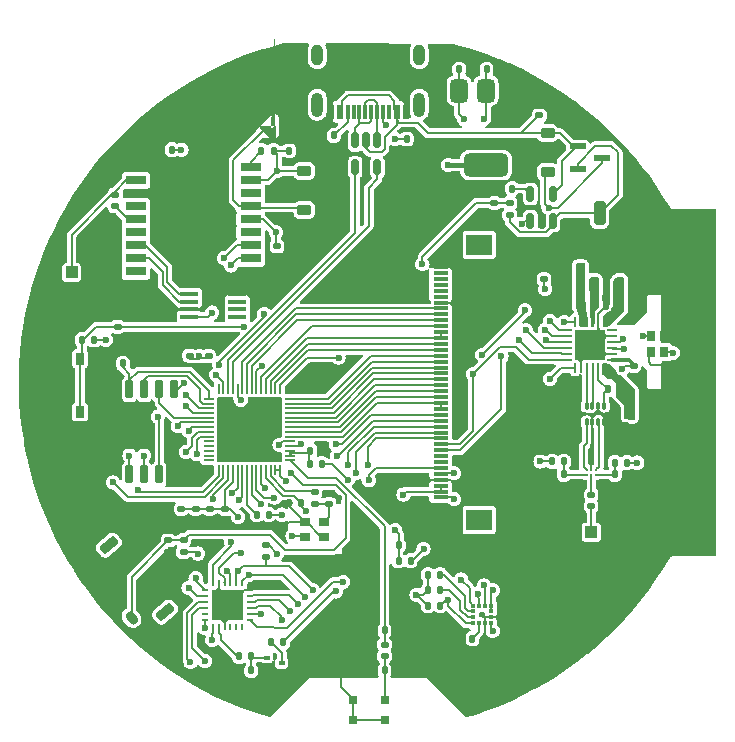
<source format=gbr>
%TF.GenerationSoftware,KiCad,Pcbnew,8.0.1*%
%TF.CreationDate,2024-07-20T14:05:52-04:00*%
%TF.ProjectId,esp32s3,65737033-3273-4332-9e6b-696361645f70,rev?*%
%TF.SameCoordinates,Original*%
%TF.FileFunction,Copper,L1,Top*%
%TF.FilePolarity,Positive*%
%FSLAX46Y46*%
G04 Gerber Fmt 4.6, Leading zero omitted, Abs format (unit mm)*
G04 Created by KiCad (PCBNEW 8.0.1) date 2024-07-20 14:05:52*
%MOMM*%
%LPD*%
G01*
G04 APERTURE LIST*
G04 Aperture macros list*
%AMRoundRect*
0 Rectangle with rounded corners*
0 $1 Rounding radius*
0 $2 $3 $4 $5 $6 $7 $8 $9 X,Y pos of 4 corners*
0 Add a 4 corners polygon primitive as box body*
4,1,4,$2,$3,$4,$5,$6,$7,$8,$9,$2,$3,0*
0 Add four circle primitives for the rounded corners*
1,1,$1+$1,$2,$3*
1,1,$1+$1,$4,$5*
1,1,$1+$1,$6,$7*
1,1,$1+$1,$8,$9*
0 Add four rect primitives between the rounded corners*
20,1,$1+$1,$2,$3,$4,$5,0*
20,1,$1+$1,$4,$5,$6,$7,0*
20,1,$1+$1,$6,$7,$8,$9,0*
20,1,$1+$1,$8,$9,$2,$3,0*%
%AMHorizOval*
0 Thick line with rounded ends*
0 $1 width*
0 $2 $3 position (X,Y) of the first rounded end (center of the circle)*
0 $4 $5 position (X,Y) of the second rounded end (center of the circle)*
0 Add line between two ends*
20,1,$1,$2,$3,$4,$5,0*
0 Add two circle primitives to create the rounded ends*
1,1,$1,$2,$3*
1,1,$1,$4,$5*%
%AMFreePoly0*
4,1,50,0.364509,0.373079,0.400557,0.358147,0.402331,0.356372,0.403779,0.355902,0.406374,0.352329,0.428147,0.330557,0.436043,0.311493,0.440106,0.305902,0.441186,0.299076,0.443079,0.294509,0.443090,0.287057,0.445000,0.275000,0.445000,-0.965000,0.443079,-0.984509,0.428147,-1.020558,0.426371,-1.022333,0.425902,-1.023779,0.422332,-1.026372,0.400558,-1.048147,0.381492,-1.056044,
0.375902,-1.060106,0.371686,-1.060106,0.364509,-1.063079,0.325491,-1.063079,0.318314,-1.060106,0.314098,-1.060106,0.305304,-1.054717,0.289443,-1.048147,0.281262,-1.039984,0.274289,-1.035711,-0.965711,0.204289,-0.978147,0.219443,-0.993079,0.255491,-0.993079,0.258002,-0.993769,0.259357,-0.993079,0.263713,-0.993079,0.294509,-0.985182,0.313573,-0.984101,0.320399,-0.981119,0.323380,
-0.978147,0.330557,-0.950557,0.358147,-0.943380,0.361119,-0.940399,0.364101,-0.930371,0.366508,-0.914509,0.373079,-0.902928,0.373096,-0.895000,0.375000,0.345000,0.375000,0.364509,0.373079,0.364509,0.373079,$1*%
G04 Aperture macros list end*
%TA.AperFunction,SMDPad,CuDef*%
%ADD10RoundRect,0.140000X-0.140000X-0.170000X0.140000X-0.170000X0.140000X0.170000X-0.140000X0.170000X0*%
%TD*%
%TA.AperFunction,SMDPad,CuDef*%
%ADD11RoundRect,0.140000X0.140000X0.170000X-0.140000X0.170000X-0.140000X-0.170000X0.140000X-0.170000X0*%
%TD*%
%TA.AperFunction,SMDPad,CuDef*%
%ADD12RoundRect,0.100000X0.155000X0.100000X-0.155000X0.100000X-0.155000X-0.100000X0.155000X-0.100000X0*%
%TD*%
%TA.AperFunction,SMDPad,CuDef*%
%ADD13RoundRect,0.140000X0.170000X-0.140000X0.170000X0.140000X-0.170000X0.140000X-0.170000X-0.140000X0*%
%TD*%
%TA.AperFunction,SMDPad,CuDef*%
%ADD14RoundRect,0.147500X-0.172500X0.147500X-0.172500X-0.147500X0.172500X-0.147500X0.172500X0.147500X0*%
%TD*%
%TA.AperFunction,SMDPad,CuDef*%
%ADD15RoundRect,0.135000X-0.135000X-0.185000X0.135000X-0.185000X0.135000X0.185000X-0.135000X0.185000X0*%
%TD*%
%TA.AperFunction,SMDPad,CuDef*%
%ADD16R,0.900000X0.800000*%
%TD*%
%TA.AperFunction,SMDPad,CuDef*%
%ADD17RoundRect,0.218750X-0.218750X-0.381250X0.218750X-0.381250X0.218750X0.381250X-0.218750X0.381250X0*%
%TD*%
%TA.AperFunction,SMDPad,CuDef*%
%ADD18R,1.000000X1.000000*%
%TD*%
%TA.AperFunction,SMDPad,CuDef*%
%ADD19R,1.050000X2.200000*%
%TD*%
%TA.AperFunction,SMDPad,CuDef*%
%ADD20RoundRect,0.135000X-0.185000X0.135000X-0.185000X-0.135000X0.185000X-0.135000X0.185000X0.135000X0*%
%TD*%
%TA.AperFunction,SMDPad,CuDef*%
%ADD21R,0.711200X0.990600*%
%TD*%
%TA.AperFunction,SMDPad,CuDef*%
%ADD22RoundRect,0.147500X-0.147500X-0.172500X0.147500X-0.172500X0.147500X0.172500X-0.147500X0.172500X0*%
%TD*%
%TA.AperFunction,ComponentPad*%
%ADD23HorizOval,0.800000X0.128558X-0.153209X-0.128558X0.153209X0*%
%TD*%
%TA.AperFunction,ComponentPad*%
%ADD24RoundRect,0.131234X-0.685064X-0.223988X-0.339545X-0.635761X0.685064X0.223988X0.339545X0.635761X0*%
%TD*%
%TA.AperFunction,SMDPad,CuDef*%
%ADD25R,0.660400X0.711200*%
%TD*%
%TA.AperFunction,SMDPad,CuDef*%
%ADD26R,1.300000X0.300000*%
%TD*%
%TA.AperFunction,SMDPad,CuDef*%
%ADD27R,2.200000X1.800000*%
%TD*%
%TA.AperFunction,SMDPad,CuDef*%
%ADD28RoundRect,0.140000X-0.170000X0.140000X-0.170000X-0.140000X0.170000X-0.140000X0.170000X0.140000X0*%
%TD*%
%TA.AperFunction,SMDPad,CuDef*%
%ADD29RoundRect,0.150000X0.150000X-0.650000X0.150000X0.650000X-0.150000X0.650000X-0.150000X-0.650000X0*%
%TD*%
%TA.AperFunction,SMDPad,CuDef*%
%ADD30R,0.254000X0.254000*%
%TD*%
%TA.AperFunction,SMDPad,CuDef*%
%ADD31RoundRect,0.150000X0.150000X-0.512500X0.150000X0.512500X-0.150000X0.512500X-0.150000X-0.512500X0*%
%TD*%
%TA.AperFunction,SMDPad,CuDef*%
%ADD32R,1.524000X0.457200*%
%TD*%
%TA.AperFunction,SMDPad,CuDef*%
%ADD33R,0.800000X0.900000*%
%TD*%
%TA.AperFunction,SMDPad,CuDef*%
%ADD34RoundRect,0.135000X0.135000X0.185000X-0.135000X0.185000X-0.135000X-0.185000X0.135000X-0.185000X0*%
%TD*%
%TA.AperFunction,SMDPad,CuDef*%
%ADD35R,0.599999X0.249999*%
%TD*%
%TA.AperFunction,SMDPad,CuDef*%
%ADD36R,0.249999X0.599999*%
%TD*%
%TA.AperFunction,SMDPad,CuDef*%
%ADD37R,2.450000X2.450000*%
%TD*%
%TA.AperFunction,SMDPad,CuDef*%
%ADD38RoundRect,0.225000X0.375000X-0.225000X0.375000X0.225000X-0.375000X0.225000X-0.375000X-0.225000X0*%
%TD*%
%TA.AperFunction,SMDPad,CuDef*%
%ADD39R,1.800000X0.800000*%
%TD*%
%TA.AperFunction,SMDPad,CuDef*%
%ADD40RoundRect,0.250000X0.250000X0.750000X-0.250000X0.750000X-0.250000X-0.750000X0.250000X-0.750000X0*%
%TD*%
%TA.AperFunction,SMDPad,CuDef*%
%ADD41RoundRect,0.135000X0.185000X-0.135000X0.185000X0.135000X-0.185000X0.135000X-0.185000X-0.135000X0*%
%TD*%
%TA.AperFunction,SMDPad,CuDef*%
%ADD42RoundRect,0.375000X-0.375000X0.625000X-0.375000X-0.625000X0.375000X-0.625000X0.375000X0.625000X0*%
%TD*%
%TA.AperFunction,SMDPad,CuDef*%
%ADD43RoundRect,0.500000X-1.400000X0.500000X-1.400000X-0.500000X1.400000X-0.500000X1.400000X0.500000X0*%
%TD*%
%TA.AperFunction,SMDPad,CuDef*%
%ADD44RoundRect,0.075000X-0.075000X0.225000X-0.075000X-0.225000X0.075000X-0.225000X0.075000X0.225000X0*%
%TD*%
%TA.AperFunction,SMDPad,CuDef*%
%ADD45RoundRect,0.075000X-0.237500X0.075000X-0.237500X-0.075000X0.237500X-0.075000X0.237500X0.075000X0*%
%TD*%
%TA.AperFunction,SMDPad,CuDef*%
%ADD46FreePoly0,270.000000*%
%TD*%
%TA.AperFunction,SMDPad,CuDef*%
%ADD47RoundRect,0.375000X-0.375000X1.375000X-0.375000X-1.375000X0.375000X-1.375000X0.375000X1.375000X0*%
%TD*%
%TA.AperFunction,SMDPad,CuDef*%
%ADD48R,0.600000X1.240000*%
%TD*%
%TA.AperFunction,SMDPad,CuDef*%
%ADD49R,0.300000X1.240000*%
%TD*%
%TA.AperFunction,ComponentPad*%
%ADD50O,1.000000X2.100000*%
%TD*%
%TA.AperFunction,ComponentPad*%
%ADD51O,1.000000X1.800000*%
%TD*%
%TA.AperFunction,SMDPad,CuDef*%
%ADD52RoundRect,0.050000X0.350000X0.050000X-0.350000X0.050000X-0.350000X-0.050000X0.350000X-0.050000X0*%
%TD*%
%TA.AperFunction,SMDPad,CuDef*%
%ADD53RoundRect,0.050000X0.050000X0.350000X-0.050000X0.350000X-0.050000X-0.350000X0.050000X-0.350000X0*%
%TD*%
%TA.AperFunction,HeatsinkPad*%
%ADD54R,4.000000X4.000000*%
%TD*%
%TA.AperFunction,SMDPad,CuDef*%
%ADD55RoundRect,0.147500X0.147500X0.172500X-0.147500X0.172500X-0.147500X-0.172500X0.147500X-0.172500X0*%
%TD*%
%TA.AperFunction,SMDPad,CuDef*%
%ADD56R,0.430000X0.350000*%
%TD*%
%TA.AperFunction,SMDPad,CuDef*%
%ADD57R,0.350000X0.430000*%
%TD*%
%TA.AperFunction,SMDPad,CuDef*%
%ADD58RoundRect,0.062500X0.350000X0.062500X-0.350000X0.062500X-0.350000X-0.062500X0.350000X-0.062500X0*%
%TD*%
%TA.AperFunction,SMDPad,CuDef*%
%ADD59RoundRect,0.062500X0.062500X0.350000X-0.062500X0.350000X-0.062500X-0.350000X0.062500X-0.350000X0*%
%TD*%
%TA.AperFunction,HeatsinkPad*%
%ADD60R,2.600000X2.600000*%
%TD*%
%TA.AperFunction,SMDPad,CuDef*%
%ADD61R,1.320800X0.558800*%
%TD*%
%TA.AperFunction,ViaPad*%
%ADD62C,0.600000*%
%TD*%
%TA.AperFunction,Conductor*%
%ADD63C,0.200000*%
%TD*%
%TA.AperFunction,Conductor*%
%ADD64C,0.350000*%
%TD*%
%TA.AperFunction,Conductor*%
%ADD65C,0.150000*%
%TD*%
%TA.AperFunction,Conductor*%
%ADD66C,0.400000*%
%TD*%
%TA.AperFunction,Conductor*%
%ADD67C,0.156464*%
%TD*%
G04 APERTURE END LIST*
D10*
%TO.P,C33,1*%
%TO.N,Net-(U8-C1)*%
X138840000Y-93700000D03*
%TO.P,C33,2*%
%TO.N,GND*%
X139800000Y-93700000D03*
%TD*%
%TO.P,C16,1*%
%TO.N,+3V3*%
X123320000Y-52400000D03*
%TO.P,C16,2*%
%TO.N,GND*%
X124280000Y-52400000D03*
%TD*%
D11*
%TO.P,C18,1*%
%TO.N,+3V3*%
X147880000Y-65100000D03*
%TO.P,C18,2*%
%TO.N,GND*%
X146920000Y-65100000D03*
%TD*%
D12*
%TO.P,Q3,1,G*%
%TO.N,Net-(Q3-G)*%
X121410000Y-95300000D03*
%TO.P,Q3,2,S*%
%TO.N,GND*%
X121410000Y-96300000D03*
%TO.P,Q3,3,D*%
%TO.N,Net-(Q3-D)*%
X122700000Y-95800000D03*
%TD*%
D13*
%TO.P,C1,1*%
%TO.N,Net-(C1-Pad1)*%
X126696820Y-82290000D03*
%TO.P,C1,2*%
%TO.N,GND*%
X126696820Y-81330000D03*
%TD*%
D14*
%TO.P,L3,1,1*%
%TO.N,Net-(ATGM336H1-RF_IN)*%
X108600000Y-56115000D03*
%TO.P,L3,2,2*%
%TO.N,Net-(ATGM336H1-VCC_RF)*%
X108600000Y-57085000D03*
%TD*%
D15*
%TO.P,R12,1*%
%TO.N,Net-(U12-CTRL)*%
X150890000Y-78800000D03*
%TO.P,R12,2*%
%TO.N,ANT_SW_CTRL*%
X151910000Y-78800000D03*
%TD*%
D16*
%TO.P,X1,1*%
%TO.N,Net-(C1-Pad1)*%
X126303180Y-83810000D03*
%TO.P,X1,2,GND*%
%TO.N,GND*%
X124653180Y-83810000D03*
%TO.P,X1,3*%
%TO.N,XTAL_N*%
X124653180Y-85060000D03*
%TO.P,X1,4,GND__1*%
%TO.N,GND*%
X126303180Y-85060000D03*
%TD*%
D17*
%TO.P,L4,1*%
%TO.N,Net-(U6-DCC_SW)*%
X149157500Y-63770000D03*
%TO.P,L4,2*%
%TO.N,Net-(U6-VREG)*%
X151282500Y-63770000D03*
%TD*%
D18*
%TO.P,J4,1,In*%
%TO.N,Net-(J4-In)*%
X148900000Y-84700000D03*
D19*
%TO.P,J4,2,Ext*%
%TO.N,GND*%
X150375000Y-86200000D03*
D18*
X148900000Y-87700000D03*
D19*
X147425000Y-86200000D03*
%TD*%
D20*
%TO.P,R16,1*%
%TO.N,+3V3*%
X121400000Y-85790000D03*
%TO.P,R16,2*%
%TO.N,SDA*%
X121400000Y-86810000D03*
%TD*%
D21*
%TO.P,SW2,1,1*%
%TO.N,CHIP_PU*%
X105600000Y-70000000D03*
X105600000Y-74500002D03*
%TO.P,SW2,2,4*%
%TO.N,GND*%
X103450002Y-70000000D03*
X103450002Y-74500002D03*
%TD*%
D22*
%TO.P,L2,1,1*%
%TO.N,Net-(C10-Pad1)*%
X125115000Y-78900000D03*
%TO.P,L2,2,2*%
%TO.N,+3V3*%
X126085000Y-78900000D03*
%TD*%
D15*
%TO.P,R7,1*%
%TO.N,Net-(J1-CC1)*%
X133280000Y-51400000D03*
%TO.P,R7,2*%
%TO.N,GND*%
X134300000Y-51400000D03*
%TD*%
D23*
%TO.P,SW1,1,1*%
%TO.N,GND*%
X107100000Y-88500000D03*
%TO.P,SW1,2,2*%
%TO.N,GP0*%
X109986117Y-91939540D03*
D24*
%TO.P,SW1,3*%
%TO.N,N/C*%
X112832038Y-91457424D03*
%TO.P,SW1,4*%
X108068981Y-85781036D03*
%TD*%
D25*
%TO.P,U9,1,FEED/GND*%
%TO.N,Net-(U9-FEED{slash}GND)*%
X131400000Y-98900000D03*
%TO.P,U9,2,GND*%
%TO.N,GND*%
X128707600Y-98900000D03*
%TO.P,U9,3,GND*%
X128707600Y-100601800D03*
%TO.P,U9,4,GND/FEED*%
X131400000Y-100601800D03*
%TD*%
D26*
%TO.P,J5,1,Pin_1*%
%TO.N,+3V3*%
X136150000Y-81750000D03*
%TO.P,J5,2,Pin_2*%
%TO.N,Net-(J5-Pin_2)*%
X136150000Y-81250000D03*
%TO.P,J5,3,Pin_3*%
X136150000Y-80750000D03*
%TO.P,J5,4,Pin_4*%
%TO.N,GND*%
X136150000Y-80250000D03*
%TO.P,J5,5,Pin_5*%
%TO.N,+3V3*%
X136150000Y-79750000D03*
%TO.P,J5,6,Pin_6*%
%TO.N,LCD_RST*%
X136150000Y-79250000D03*
%TO.P,J5,7,Pin_7*%
%TO.N,unconnected-(J5-Pin_7-Pad7)*%
X136150000Y-78750000D03*
%TO.P,J5,8,Pin_8*%
%TO.N,unconnected-(J5-Pin_8-Pad8)*%
X136150000Y-78250000D03*
%TO.P,J5,9,Pin_9*%
%TO.N,MOSI*%
X136150000Y-77750000D03*
%TO.P,J5,10,Pin_10*%
%TO.N,SCK*%
X136150000Y-77250000D03*
%TO.P,J5,11,Pin_11*%
%TO.N,LCD_CS*%
X136150000Y-76750000D03*
%TO.P,J5,12,Pin_12*%
%TO.N,Net-(J5-Pin_12)*%
X136150000Y-76250000D03*
%TO.P,J5,13,Pin_13*%
%TO.N,LCD_DE*%
X136150000Y-75750000D03*
%TO.P,J5,14,Pin_14*%
%TO.N,LCD_VSYNC*%
X136150000Y-75250000D03*
%TO.P,J5,15,Pin_15*%
%TO.N,LCD_HSYNC*%
X136150000Y-74750000D03*
%TO.P,J5,16,Pin_16*%
%TO.N,LCD_B1*%
X136150000Y-74250000D03*
%TO.P,J5,17,Pin_17*%
X136150000Y-73750000D03*
%TO.P,J5,18,Pin_18*%
%TO.N,LCD_B2*%
X136150000Y-73250000D03*
%TO.P,J5,19,Pin_19*%
%TO.N,LCD_B3*%
X136150000Y-72750000D03*
%TO.P,J5,20,Pin_20*%
%TO.N,LCD_B4*%
X136150000Y-72250000D03*
%TO.P,J5,21,Pin_21*%
%TO.N,LCD_B5*%
X136150000Y-71750000D03*
%TO.P,J5,22,Pin_22*%
%TO.N,LCD_G0*%
X136150000Y-71250000D03*
%TO.P,J5,23,Pin_23*%
%TO.N,LCD_G1*%
X136150000Y-70750000D03*
%TO.P,J5,24,Pin_24*%
%TO.N,LCD_G2*%
X136150000Y-70250000D03*
%TO.P,J5,25,Pin_25*%
%TO.N,LCD_G3*%
X136150000Y-69750000D03*
%TO.P,J5,26,Pin_26*%
%TO.N,LCD_G4*%
X136150000Y-69250000D03*
%TO.P,J5,27,Pin_27*%
%TO.N,LCD_G5*%
X136150000Y-68750000D03*
%TO.P,J5,28,Pin_28*%
%TO.N,LCD_R1*%
X136150000Y-68250000D03*
%TO.P,J5,29,Pin_29*%
X136150000Y-67750000D03*
%TO.P,J5,30,Pin_30*%
%TO.N,LCD_R2*%
X136150000Y-67250000D03*
%TO.P,J5,31,Pin_31*%
%TO.N,LCD_R3*%
X136150000Y-66750000D03*
%TO.P,J5,32,Pin_32*%
%TO.N,LCD_R4*%
X136150000Y-66250000D03*
%TO.P,J5,33,Pin_33*%
%TO.N,LCD_R5*%
X136150000Y-65750000D03*
%TO.P,J5,34,Pin_34*%
%TO.N,GND*%
X136150000Y-65250000D03*
%TO.P,J5,35,Pin_35*%
%TO.N,unconnected-(J5-Pin_35-Pad35)*%
X136150000Y-64750000D03*
%TO.P,J5,36,Pin_36*%
%TO.N,unconnected-(J5-Pin_36-Pad36)*%
X136150000Y-64250000D03*
%TO.P,J5,37,Pin_37*%
%TO.N,unconnected-(J5-Pin_37-Pad37)*%
X136150000Y-63750000D03*
%TO.P,J5,38,Pin_38*%
%TO.N,unconnected-(J5-Pin_38-Pad38)*%
X136150000Y-63250000D03*
%TO.P,J5,39,Pin_39*%
%TO.N,unconnected-(J5-Pin_39-Pad39)*%
X136150000Y-62750000D03*
%TO.P,J5,40,Pin_40*%
%TO.N,GND*%
X136150000Y-62250000D03*
D27*
%TO.P,J5,MP*%
%TO.N,N/C*%
X139400000Y-83650000D03*
X139400000Y-60350000D03*
%TD*%
D28*
%TO.P,C6,1*%
%TO.N,+3V3*%
X115400000Y-82700000D03*
%TO.P,C6,2*%
%TO.N,GND*%
X115400000Y-83660000D03*
%TD*%
D29*
%TO.P,U10,1,~{CS}*%
%TO.N,SPI_CS0*%
X109795000Y-79800000D03*
%TO.P,U10,2,DO(IO1)*%
%TO.N,SPI_IO1*%
X111065000Y-79800000D03*
%TO.P,U10,3,IO2*%
%TO.N,SPI_IO2*%
X112335000Y-79800000D03*
%TO.P,U10,4,GND*%
%TO.N,GND*%
X113605000Y-79800000D03*
%TO.P,U10,5,DI(IO0)*%
%TO.N,SPI_IO0*%
X113605000Y-72600000D03*
%TO.P,U10,6,CLK*%
%TO.N,SPI_CLK*%
X112335000Y-72600000D03*
%TO.P,U10,7,IO3*%
%TO.N,SPI_IO3*%
X111065000Y-72600000D03*
%TO.P,U10,8,VCC*%
%TO.N,VDD_SPI*%
X109795000Y-72600000D03*
%TD*%
D10*
%TO.P,C20,1*%
%TO.N,Net-(U6-VR_PA)*%
X152220000Y-74800000D03*
%TO.P,C20,2*%
%TO.N,GND*%
X153180000Y-74800000D03*
%TD*%
%TO.P,C14,1*%
%TO.N,+3V3*%
X140040000Y-45500000D03*
%TO.P,C14,2*%
%TO.N,GND*%
X141000000Y-45500000D03*
%TD*%
D15*
%TO.P,R1,1*%
%TO.N,CHIP_PU*%
X105780000Y-68400000D03*
%TO.P,R1,2*%
%TO.N,+3V3*%
X106800000Y-68400000D03*
%TD*%
D28*
%TO.P,C3,1*%
%TO.N,GP0*%
X113080000Y-85390000D03*
%TO.P,C3,2*%
%TO.N,GND*%
X113080000Y-86350000D03*
%TD*%
D30*
%TO.P,U12,1,RF2*%
%TO.N,Net-(FL1-SW_RFO)*%
X149299998Y-79400000D03*
%TO.P,U12,2,GND*%
%TO.N,GND*%
X148899999Y-79400000D03*
%TO.P,U12,3,RF1*%
%TO.N,Net-(FL1-SW_RFI)*%
X148500000Y-79400000D03*
%TO.P,U12,4,VDD*%
%TO.N,Net-(U12-VDD)*%
X148500000Y-79806400D03*
%TO.P,U12,5,RFIN*%
%TO.N,Net-(U12-RFIN)*%
X148899999Y-79806400D03*
%TO.P,U12,6,CTRL*%
%TO.N,Net-(U12-CTRL)*%
X149299998Y-79806400D03*
%TD*%
D31*
%TO.P,U3,1,I/O1*%
%TO.N,USB_D+*%
X128900000Y-53800000D03*
%TO.P,U3,2,GND*%
%TO.N,GND*%
X129850000Y-53800000D03*
%TO.P,U3,3,I/O2*%
%TO.N,USB_D-*%
X130800000Y-53800000D03*
%TO.P,U3,4,I/O2*%
%TO.N,Net-(J1-D--PadA7)*%
X130800000Y-51525000D03*
%TO.P,U3,5,VBUS*%
%TO.N,VBUS*%
X129850000Y-51525000D03*
%TO.P,U3,6,I/O1*%
%TO.N,Net-(J1-D+-PadA6)*%
X128900000Y-51525000D03*
%TD*%
D32*
%TO.P,U5,1,A0*%
%TO.N,unconnected-(U5-A0-Pad1)*%
X118932000Y-66465200D03*
%TO.P,U5,2,A1*%
%TO.N,unconnected-(U5-A1-Pad2)*%
X118932000Y-65830200D03*
%TO.P,U5,3,A2*%
%TO.N,unconnected-(U5-A2-Pad3)*%
X118932000Y-65169800D03*
%TO.P,U5,4,VSS*%
%TO.N,GND*%
X118932000Y-64534800D03*
%TO.P,U5,5,SDA*%
%TO.N,Net-(ATGM336H1-SDA)*%
X114868000Y-64534800D03*
%TO.P,U5,6,SCL*%
%TO.N,Net-(ATGM336H1-SCL)*%
X114868000Y-65169800D03*
%TO.P,U5,7,WP*%
%TO.N,GND*%
X114868000Y-65830200D03*
%TO.P,U5,8,VCC*%
%TO.N,+3V3*%
X114868000Y-66465200D03*
%TD*%
D33*
%TO.P,Q1_Xtal1,1,1*%
%TO.N,Net-(U6-XTB)*%
X153980000Y-68050000D03*
%TO.P,Q1_Xtal1,2,2*%
%TO.N,GND*%
X153980000Y-69450000D03*
%TO.P,Q1_Xtal1,3,3*%
%TO.N,Net-(U6-XTA)*%
X155080000Y-69450000D03*
%TO.P,Q1_Xtal1,4,4*%
%TO.N,GND*%
X155080000Y-68050000D03*
%TD*%
D13*
%TO.P,C11,1*%
%TO.N,+3V3*%
X116500000Y-69760000D03*
%TO.P,C11,2*%
%TO.N,GND*%
X116500000Y-68800000D03*
%TD*%
%TO.P,C26,1*%
%TO.N,CHIP_PU*%
X108800000Y-67300000D03*
%TO.P,C26,2*%
%TO.N,GND*%
X108800000Y-66340000D03*
%TD*%
D15*
%TO.P,R24,1*%
%TO.N,LCD_BL*%
X119090000Y-95200000D03*
%TO.P,R24,2*%
%TO.N,Net-(Q3-G)*%
X120110000Y-95200000D03*
%TD*%
D11*
%TO.P,C4,1*%
%TO.N,LNA_IN*%
X131400000Y-93000000D03*
%TO.P,C4,2*%
%TO.N,GND*%
X130440000Y-93000000D03*
%TD*%
D28*
%TO.P,C7,1*%
%TO.N,+3V3*%
X114200000Y-82700000D03*
%TO.P,C7,2*%
%TO.N,GND*%
X114200000Y-83660000D03*
%TD*%
D10*
%TO.P,C23,1*%
%TO.N,Net-(U6-VR_PA)*%
X152220000Y-73700000D03*
%TO.P,C23,2*%
%TO.N,GND*%
X153180000Y-73700000D03*
%TD*%
D34*
%TO.P,R23,1*%
%TO.N,Net-(J5-Pin_2)*%
X122810000Y-94000000D03*
%TO.P,R23,2*%
%TO.N,Net-(Q3-D)*%
X121790000Y-94000000D03*
%TD*%
D31*
%TO.P,U4,1,STAT*%
%TO.N,CHG_STAT*%
X143750000Y-58337500D03*
%TO.P,U4,2,V_{SS}*%
%TO.N,GND*%
X144700000Y-58337500D03*
%TO.P,U4,3,V_{BAT}*%
%TO.N,+BATT*%
X145650000Y-58337500D03*
%TO.P,U4,4,V_{DD}*%
%TO.N,VBUS*%
X145650000Y-56062500D03*
%TO.P,U4,5,PROG*%
%TO.N,Net-(U4-PROG)*%
X143750000Y-56062500D03*
%TD*%
D11*
%TO.P,C5,1*%
%TO.N,XTAL_N*%
X124303180Y-82210000D03*
%TO.P,C5,2*%
%TO.N,GND*%
X123343180Y-82210000D03*
%TD*%
D15*
%TO.P,R5,1*%
%TO.N,LCD_PCLK*%
X120580000Y-83200000D03*
%TO.P,R5,2*%
%TO.N,Net-(J5-Pin_12)*%
X121600000Y-83200000D03*
%TD*%
D10*
%TO.P,C24,1*%
%TO.N,+3V3*%
X132620000Y-85800000D03*
%TO.P,C24,2*%
%TO.N,GND*%
X133580000Y-85800000D03*
%TD*%
D15*
%TO.P,R14,1*%
%TO.N,+3V3*%
X135090000Y-88300000D03*
%TO.P,R14,2*%
%TO.N,/Accel & Magnetometer/CS_XL*%
X136110000Y-88300000D03*
%TD*%
D13*
%TO.P,C12,1*%
%TO.N,+3V3*%
X114900000Y-69740000D03*
%TO.P,C12,2*%
%TO.N,GND*%
X114900000Y-68780000D03*
%TD*%
D10*
%TO.P,C22,1*%
%TO.N,VDD_SPI*%
X109240000Y-70400000D03*
%TO.P,C22,2*%
%TO.N,GND*%
X110200000Y-70400000D03*
%TD*%
D15*
%TO.P,R15,1*%
%TO.N,+3V3*%
X135080000Y-89600000D03*
%TO.P,R15,2*%
%TO.N,/Accel & Magnetometer/CS_MAG*%
X136100000Y-89600000D03*
%TD*%
D35*
%TO.P,U11,1,P00*%
%TO.N,LoRa_BUSY*%
X116200002Y-89600000D03*
%TO.P,U11,2,P01*%
%TO.N,LoRa_DIO1*%
X116200002Y-90099999D03*
%TO.P,U11,3,P02*%
%TO.N,LoRa_NSS*%
X116200002Y-90600000D03*
%TO.P,U11,4,P03*%
%TO.N,LoRa_RST*%
X116200002Y-91100000D03*
%TO.P,U11,5,P04*%
%TO.N,/IO Expander/GPIO_P04*%
X116200002Y-91600001D03*
%TO.P,U11,6,P05*%
%TO.N,LCD_CS*%
X116200002Y-92100000D03*
D36*
%TO.P,U11,7,P06*%
%TO.N,LCD_RST*%
X116850001Y-92749999D03*
%TO.P,U11,8,P07*%
%TO.N,LCD_BL*%
X117350000Y-92749999D03*
%TO.P,U11,9,GND*%
%TO.N,GND*%
X117850001Y-92749999D03*
%TO.P,U11,10,P10*%
%TO.N,/IO Expander/GPIO_P10*%
X118350001Y-92749999D03*
%TO.P,U11,11,P11*%
%TO.N,/IO Expander/GPIO_P11*%
X118850002Y-92749999D03*
%TO.P,U11,12,P12*%
%TO.N,/IO Expander/GPIO_P12*%
X119350001Y-92749999D03*
D35*
%TO.P,U11,13,P13*%
%TO.N,CHG_STAT*%
X120000000Y-92100000D03*
%TO.P,U11,14,P14*%
%TO.N,GPS_ON*%
X120000000Y-91600001D03*
%TO.P,U11,15,P15*%
%TO.N,INT_MAG*%
X120000000Y-91100000D03*
%TO.P,U11,16,P16*%
%TO.N,XL_INT0*%
X120000000Y-90600000D03*
%TO.P,U11,17,P17*%
%TO.N,XL_INT1*%
X120000000Y-90099999D03*
%TO.P,U11,18,A0*%
%TO.N,GND*%
X120000000Y-89600000D03*
D36*
%TO.P,U11,19,SCL*%
%TO.N,SCL*%
X119350001Y-88950001D03*
%TO.P,U11,20,SDA*%
%TO.N,SDA*%
X118850002Y-88950001D03*
%TO.P,U11,21,VCC*%
%TO.N,+3V3*%
X118350001Y-88950001D03*
%TO.P,U11,22,INT_N*%
%TO.N,GPIO_INT*%
X117850001Y-88950001D03*
%TO.P,U11,23,A1*%
%TO.N,GND*%
X117350000Y-88950001D03*
%TO.P,U11,24,RESET_N*%
%TO.N,GPIO_RST*%
X116850001Y-88950001D03*
D37*
%TO.P,U11,25,EP*%
%TO.N,GND*%
X118100001Y-90850000D03*
%TD*%
D13*
%TO.P,C19,1*%
%TO.N,Net-(J4-In)*%
X148900000Y-82480000D03*
%TO.P,C19,2*%
%TO.N,Net-(U12-RFIN)*%
X148900000Y-81520000D03*
%TD*%
D11*
%TO.P,C32,1*%
%TO.N,Net-(U12-VDD)*%
X146580000Y-79800000D03*
%TO.P,C32,2*%
%TO.N,GND*%
X145620000Y-79800000D03*
%TD*%
D20*
%TO.P,R4,1*%
%TO.N,GPS_ON*%
X122300000Y-60490000D03*
%TO.P,R4,2*%
%TO.N,GND*%
X122300000Y-61510000D03*
%TD*%
D34*
%TO.P,R3,1*%
%TO.N,+3V3*%
X122000000Y-52400000D03*
%TO.P,R3,2*%
%TO.N,GPS_RESET*%
X120980000Y-52400000D03*
%TD*%
D38*
%TO.P,D2,1,K*%
%TO.N,Net-(ATGM336H1-VBAT)*%
X124600000Y-57400000D03*
%TO.P,D2,2,A*%
%TO.N,+3V3*%
X124600000Y-54100000D03*
%TD*%
%TO.P,D1,1,K*%
%TO.N,VCC*%
X145200000Y-54200000D03*
%TO.P,D1,2,A*%
%TO.N,VBUS*%
X145200000Y-50900000D03*
%TD*%
D39*
%TO.P,ATGM336H1,1,GND*%
%TO.N,GND*%
X110350000Y-53800000D03*
X110350000Y-56000000D03*
X120050000Y-62600000D03*
%TO.P,ATGM336H1,2,TXD*%
%TO.N,GPS_TXD*%
X120050000Y-61500000D03*
%TO.P,ATGM336H1,3,RXD*%
%TO.N,GPS_RXD*%
X120050000Y-60400000D03*
%TO.P,ATGM336H1,4,1PPS*%
%TO.N,unconnected-(ATGM336H1-1PPS-Pad4)*%
X120050000Y-59300000D03*
%TO.P,ATGM336H1,5,ON/OFF*%
%TO.N,GPS_ON*%
X120050000Y-58200000D03*
%TO.P,ATGM336H1,6,VBAT*%
%TO.N,Net-(ATGM336H1-VBAT)*%
X120050000Y-57100000D03*
%TO.P,ATGM336H1,8,VCC*%
%TO.N,+3V3*%
X120050000Y-54900000D03*
%TO.P,ATGM336H1,9,nReset*%
%TO.N,GPS_RESET*%
X120050000Y-53800000D03*
%TO.P,ATGM336H1,11,RF_IN*%
%TO.N,Net-(ATGM336H1-RF_IN)*%
X110350000Y-54900000D03*
%TO.P,ATGM336H1,14,VCC_RF*%
%TO.N,Net-(ATGM336H1-VCC_RF)*%
X110350000Y-58200000D03*
%TO.P,ATGM336H1,16,SDA*%
%TO.N,Net-(ATGM336H1-SDA)*%
X110350000Y-60400000D03*
%TO.P,ATGM336H1,17,SCL*%
%TO.N,Net-(ATGM336H1-SCL)*%
X110350000Y-61500000D03*
%TO.P,ATGM336H1,NC*%
%TO.N,N/C*%
X110350000Y-57100000D03*
X110350000Y-59300000D03*
X110350000Y-62600000D03*
X120050000Y-56000000D03*
%TD*%
D40*
%TO.P,J2,1,Pin_1*%
%TO.N,+BATT*%
X149600000Y-57700000D03*
%TO.P,J2,2,Pin_2*%
%TO.N,GND*%
X151600000Y-57700000D03*
%TD*%
D11*
%TO.P,C15,1*%
%TO.N,+3V3*%
X113400000Y-52300000D03*
%TO.P,C15,2*%
%TO.N,GND*%
X112440000Y-52300000D03*
%TD*%
D10*
%TO.P,C31,1*%
%TO.N,Net-(U12-CTRL)*%
X150920000Y-79800000D03*
%TO.P,C31,2*%
%TO.N,GND*%
X151880000Y-79800000D03*
%TD*%
D41*
%TO.P,R9,1*%
%TO.N,VBUS*%
X144500000Y-49410000D03*
%TO.P,R9,2*%
%TO.N,GND*%
X144500000Y-48390000D03*
%TD*%
D28*
%TO.P,C8,1*%
%TO.N,+3V3*%
X116600000Y-82700000D03*
%TO.P,C8,2*%
%TO.N,GND*%
X116600000Y-83660000D03*
%TD*%
D42*
%TO.P,U2,1,GND*%
%TO.N,GND*%
X142300000Y-47300000D03*
%TO.P,U2,2,VO*%
%TO.N,+3V3*%
X140000000Y-47300000D03*
D43*
X140000000Y-53600000D03*
D42*
%TO.P,U2,3,VI*%
%TO.N,VCC*%
X137700000Y-47300000D03*
%TD*%
D15*
%TO.P,R22,1*%
%TO.N,GND*%
X119090000Y-96400000D03*
%TO.P,R22,2*%
%TO.N,Net-(Q3-G)*%
X120110000Y-96400000D03*
%TD*%
D44*
%TO.P,FL1,1,RFO*%
%TO.N,Net-(FL1-RFO)*%
X150000000Y-74000000D03*
%TO.P,FL1,2,GND*%
%TO.N,GND*%
X149500000Y-74000000D03*
%TO.P,FL1,3,RFI_N*%
%TO.N,Net-(FL1-RFI_N)*%
X149000000Y-74000000D03*
%TO.P,FL1,4,RFI_P*%
%TO.N,Net-(FL1-RFI_P)*%
X148500000Y-74000000D03*
D45*
%TO.P,FL1,5,GND*%
%TO.N,GND*%
X148187500Y-74700000D03*
D44*
%TO.P,FL1,6,SW_RFI*%
%TO.N,Net-(FL1-SW_RFI)*%
X148500000Y-75400000D03*
%TO.P,FL1,7,GND*%
%TO.N,GND*%
X149000000Y-75400000D03*
%TO.P,FL1,8,SW_RFO*%
%TO.N,Net-(FL1-SW_RFO)*%
X149500000Y-75400000D03*
%TO.P,FL1,9,GND*%
%TO.N,GND*%
X150000000Y-75400000D03*
D45*
%TO.P,FL1,10,GND*%
X150312500Y-74700000D03*
%TD*%
D41*
%TO.P,R2,1*%
%TO.N,+3V3*%
X114380000Y-86380000D03*
%TO.P,R2,2*%
%TO.N,GP0*%
X114380000Y-85360000D03*
%TD*%
D46*
%TO.P,BT1,1,+*%
%TO.N,Net-(ATGM336H1-VBAT)*%
X121800000Y-50600000D03*
D47*
%TO.P,BT1,2,-*%
%TO.N,GND*%
X116535000Y-49195000D03*
%TD*%
D28*
%TO.P,C9,1*%
%TO.N,+3V3*%
X117900000Y-82700000D03*
%TO.P,C9,2*%
%TO.N,GND*%
X117900000Y-83660000D03*
%TD*%
D34*
%TO.P,R8,1*%
%TO.N,Net-(U4-PROG)*%
X142200000Y-55600000D03*
%TO.P,R8,2*%
%TO.N,GND*%
X141180000Y-55600000D03*
%TD*%
D28*
%TO.P,C17,1*%
%TO.N,+3V3*%
X152500000Y-70620000D03*
%TO.P,C17,2*%
%TO.N,GND*%
X152500000Y-71580000D03*
%TD*%
D48*
%TO.P,J1,A1,GND*%
%TO.N,GND*%
X133225000Y-49090000D03*
%TO.P,J1,A4,VBUS*%
%TO.N,VBUS*%
X132425000Y-49090000D03*
D49*
%TO.P,J1,A5,CC1*%
%TO.N,Net-(J1-CC1)*%
X131275000Y-49090000D03*
%TO.P,J1,A6,D+*%
%TO.N,Net-(J1-D+-PadA6)*%
X130275000Y-49090000D03*
%TO.P,J1,A7,D-*%
%TO.N,Net-(J1-D--PadA7)*%
X129775000Y-49090000D03*
%TO.P,J1,A8*%
%TO.N,N/C*%
X128775000Y-49090000D03*
D48*
%TO.P,J1,A9,VBUS*%
%TO.N,VBUS*%
X127625000Y-49090000D03*
%TO.P,J1,A12,GND*%
%TO.N,GND*%
X126825000Y-49090000D03*
%TO.P,J1,B1,GND*%
X126825000Y-49090000D03*
%TO.P,J1,B4,VBUS*%
%TO.N,VBUS*%
X127625000Y-49090000D03*
D49*
%TO.P,J1,B5,CC2*%
%TO.N,Net-(J1-CC2)*%
X128275000Y-49090000D03*
%TO.P,J1,B6,D+*%
%TO.N,Net-(J1-D+-PadA6)*%
X129275000Y-49090000D03*
%TO.P,J1,B7,D-*%
%TO.N,Net-(J1-D--PadA7)*%
X130775000Y-49090000D03*
%TO.P,J1,B8*%
%TO.N,N/C*%
X131775000Y-49090000D03*
D48*
%TO.P,J1,B9,VBUS*%
%TO.N,VBUS*%
X132425000Y-49090000D03*
%TO.P,J1,B12,GND*%
%TO.N,GND*%
X133225000Y-49090000D03*
D50*
%TO.P,J1,S1,SHIELD*%
%TO.N,unconnected-(J1-SHIELD-PadS1)_1*%
X134345000Y-48490000D03*
D51*
%TO.N,unconnected-(J1-SHIELD-PadS1)_2*%
X134345000Y-44290000D03*
D50*
%TO.N,unconnected-(J1-SHIELD-PadS1)_0*%
X125705000Y-48490000D03*
D51*
%TO.N,unconnected-(J1-SHIELD-PadS1)*%
X125705000Y-44290000D03*
%TD*%
D11*
%TO.P,C2,1*%
%TO.N,Net-(U9-FEED{slash}GND)*%
X131400000Y-96400000D03*
%TO.P,C2,2*%
%TO.N,GND*%
X130440000Y-96400000D03*
%TD*%
D41*
%TO.P,R10,1*%
%TO.N,+BATT*%
X142000000Y-57820000D03*
%TO.P,R10,2*%
%TO.N,BAT_V*%
X142000000Y-56800000D03*
%TD*%
D52*
%TO.P,U1,1,LNA_IN*%
%TO.N,LNA_IN*%
X123400000Y-78600000D03*
%TO.P,U1,2,VDD3P3*%
%TO.N,Net-(C10-Pad1)*%
X123400000Y-78200000D03*
%TO.P,U1,3,VDD3P3*%
X123400000Y-77800000D03*
%TO.P,U1,4,CHIP_PU*%
%TO.N,CHIP_PU*%
X123400000Y-77400000D03*
%TO.P,U1,5,GPIO0*%
%TO.N,GP0*%
X123400000Y-77000000D03*
%TO.P,U1,6,GPIO1*%
%TO.N,LCD_B1*%
X123400000Y-76600000D03*
%TO.P,U1,7,GPIO2*%
%TO.N,LCD_B2*%
X123400000Y-76200000D03*
%TO.P,U1,8,GPIO3*%
%TO.N,LCD_B3*%
X123400000Y-75800000D03*
%TO.P,U1,9,GPIO4*%
%TO.N,LCD_B4*%
X123400000Y-75400000D03*
%TO.P,U1,10,GPIO5*%
%TO.N,LCD_B5*%
X123400000Y-75000000D03*
%TO.P,U1,11,GPIO6*%
%TO.N,LCD_G0*%
X123400000Y-74600000D03*
%TO.P,U1,12,GPIO7*%
%TO.N,LCD_G1*%
X123400000Y-74200000D03*
%TO.P,U1,13,GPIO8*%
%TO.N,LCD_G2*%
X123400000Y-73800000D03*
%TO.P,U1,14,GPIO9*%
%TO.N,LCD_G3*%
X123400000Y-73400000D03*
D53*
%TO.P,U1,15,GPIO10*%
%TO.N,BAT_V*%
X122550000Y-72550000D03*
%TO.P,U1,16,GPIO11*%
%TO.N,LCD_G4*%
X122150000Y-72550000D03*
%TO.P,U1,17,GPIO12*%
%TO.N,LCD_G5*%
X121750000Y-72550000D03*
%TO.P,U1,18,GPIO13*%
%TO.N,LCD_R1*%
X121350000Y-72550000D03*
%TO.P,U1,19,GPIO14*%
%TO.N,LCD_R2*%
X120950000Y-72550000D03*
%TO.P,U1,20,VDD3P3_RTC*%
%TO.N,+3V3*%
X120550000Y-72550000D03*
%TO.P,U1,21,XTAL_32K_P*%
%TO.N,LCD_R3*%
X120150000Y-72550000D03*
%TO.P,U1,22,XTAL_32K_N*%
%TO.N,LCD_R4*%
X119750000Y-72550000D03*
%TO.P,U1,23,GPIO17*%
%TO.N,LCD_R5*%
X119350000Y-72550000D03*
%TO.P,U1,24,GPIO18*%
%TO.N,GPIO_INT*%
X118950000Y-72550000D03*
%TO.P,U1,25,GPIO19/USB_D-*%
%TO.N,USB_D-*%
X118550000Y-72550000D03*
%TO.P,U1,26,GPIO20/USB_D+*%
%TO.N,USB_D+*%
X118150000Y-72550000D03*
%TO.P,U1,27,GPIO21*%
%TO.N,GPIO_RST*%
X117750000Y-72550000D03*
%TO.P,U1,28,SPICS1*%
%TO.N,unconnected-(U1-SPICS1-Pad28)*%
X117350000Y-72550000D03*
D52*
%TO.P,U1,29,VDD_SPI*%
%TO.N,VDD_SPI*%
X116500000Y-73400000D03*
%TO.P,U1,30,SPIHD*%
%TO.N,SPI_IO3*%
X116500000Y-73800000D03*
%TO.P,U1,31,SPIWP*%
%TO.N,SPI_IO2*%
X116500000Y-74200000D03*
%TO.P,U1,32,SPICS0*%
%TO.N,SPI_CS0*%
X116500000Y-74600000D03*
%TO.P,U1,33,SPICLK*%
%TO.N,SPI_CLK*%
X116500000Y-75000000D03*
%TO.P,U1,34,SPIQ*%
%TO.N,SPI_IO1*%
X116500000Y-75400000D03*
%TO.P,U1,35,SPID*%
%TO.N,SPI_IO0*%
X116500000Y-75800000D03*
%TO.P,U1,36,SPICLK_N*%
%TO.N,SDA*%
X116500000Y-76200000D03*
%TO.P,U1,37,SPICLK_P*%
%TO.N,SCL*%
X116500000Y-76600000D03*
%TO.P,U1,38,GPIO33*%
%TO.N,unconnected-(U1-GPIO33-Pad38)*%
X116500000Y-77000000D03*
%TO.P,U1,39,GPIO34*%
%TO.N,unconnected-(U1-GPIO34-Pad39)*%
X116500000Y-77400000D03*
%TO.P,U1,40,GPIO35*%
%TO.N,unconnected-(U1-GPIO35-Pad40)*%
X116500000Y-77800000D03*
%TO.P,U1,41,GPIO36*%
%TO.N,unconnected-(U1-GPIO36-Pad41)*%
X116500000Y-78200000D03*
%TO.P,U1,42,GPIO37*%
%TO.N,unconnected-(U1-GPIO37-Pad42)*%
X116500000Y-78600000D03*
D53*
%TO.P,U1,43,GPIO38*%
%TO.N,MOSI*%
X117350000Y-79450000D03*
%TO.P,U1,44,MTCK*%
%TO.N,MISO*%
X117750000Y-79450000D03*
%TO.P,U1,45,MTDO*%
%TO.N,SCK*%
X118150000Y-79450000D03*
%TO.P,U1,46,VDD3P3_CPU*%
%TO.N,+3V3*%
X118550000Y-79450000D03*
%TO.P,U1,47,MTDI*%
%TO.N,GPS_RXD*%
X118950000Y-79450000D03*
%TO.P,U1,48,MTMS*%
%TO.N,GPS_TXD*%
X119350000Y-79450000D03*
%TO.P,U1,49,U0TXD*%
%TO.N,LCD_PCLK*%
X119750000Y-79450000D03*
%TO.P,U1,50,U0RXD*%
%TO.N,LCD_DE*%
X120150000Y-79450000D03*
%TO.P,U1,51,GPIO45*%
%TO.N,LCD_VSYNC*%
X120550000Y-79450000D03*
%TO.P,U1,52,GPIO46*%
%TO.N,LCD_HSYNC*%
X120950000Y-79450000D03*
%TO.P,U1,53,XTAL_N*%
%TO.N,XTAL_N*%
X121350000Y-79450000D03*
%TO.P,U1,54,XTAL_P*%
%TO.N,XTAL_P*%
X121750000Y-79450000D03*
%TO.P,U1,55,VDDA*%
%TO.N,+3V3*%
X122150000Y-79450000D03*
%TO.P,U1,56,VDDA*%
X122550000Y-79450000D03*
D54*
%TO.P,U1,57,GND*%
%TO.N,GND*%
X119950000Y-76000000D03*
%TD*%
D34*
%TO.P,R13,1*%
%TO.N,Net-(U12-VDD)*%
X146610000Y-78700000D03*
%TO.P,R13,2*%
%TO.N,+3V3*%
X145590000Y-78700000D03*
%TD*%
%TO.P,R19,1*%
%TO.N,LCD_CS*%
X133600000Y-87100000D03*
%TO.P,R19,2*%
%TO.N,+3V3*%
X132580000Y-87100000D03*
%TD*%
%TO.P,R6,1*%
%TO.N,Net-(J1-CC2)*%
X127100000Y-51100000D03*
%TO.P,R6,2*%
%TO.N,GND*%
X126080000Y-51100000D03*
%TD*%
D55*
%TO.P,L5,1,1*%
%TO.N,Net-(U6-VR_PA)*%
X151285000Y-72600000D03*
%TO.P,L5,2,2*%
%TO.N,Net-(FL1-RFO)*%
X150315000Y-72600000D03*
%TD*%
D15*
%TO.P,R17,1*%
%TO.N,+3V3*%
X135080000Y-90900000D03*
%TO.P,R17,2*%
%TO.N,SCL*%
X136100000Y-90900000D03*
%TD*%
D56*
%TO.P,U8,1,SCL/SPC*%
%TO.N,SDA*%
X138910000Y-90900000D03*
%TO.P,U8,2,CS_XL*%
%TO.N,/Accel & Magnetometer/CS_XL*%
X138910000Y-91400000D03*
%TO.P,U8,3,CS_MAG*%
%TO.N,/Accel & Magnetometer/CS_MAG*%
X138910000Y-91900000D03*
%TO.P,U8,4,SDA/SDI/SDO*%
%TO.N,SCL*%
X138910000Y-92400000D03*
D57*
%TO.P,U8,5,C1*%
%TO.N,Net-(U8-C1)*%
X139405000Y-92395000D03*
%TO.P,U8,6,GND*%
%TO.N,GND*%
X139905000Y-92395000D03*
D56*
%TO.P,U8,7,INT_MAG/DRDY*%
%TO.N,INT_MAG*%
X140400000Y-92400000D03*
%TO.P,U8,8,GND*%
%TO.N,GND*%
X140400000Y-91900000D03*
%TO.P,U8,9,VDD*%
%TO.N,+3V3*%
X140400000Y-91400000D03*
%TO.P,U8,10,VDD_IO*%
X140400000Y-90900000D03*
D57*
%TO.P,U8,11,INT_2_XL*%
%TO.N,XL_INT1*%
X139905000Y-90905000D03*
%TO.P,U8,12,INT_1_XL*%
%TO.N,XL_INT0*%
X139405000Y-90905000D03*
%TD*%
D10*
%TO.P,C13,1*%
%TO.N,VCC*%
X137720000Y-45500000D03*
%TO.P,C13,2*%
%TO.N,GND*%
X138680000Y-45500000D03*
%TD*%
D58*
%TO.P,U6,1,VDD_IN*%
%TO.N,+3V3*%
X150697500Y-70090000D03*
%TO.P,U6,2,GND*%
%TO.N,GND*%
X150697500Y-69590000D03*
%TO.P,U6,3,XTA*%
%TO.N,Net-(U6-XTA)*%
X150697500Y-69090000D03*
%TO.P,U6,4,XTB*%
%TO.N,Net-(U6-XTB)*%
X150697500Y-68590000D03*
%TO.P,U6,5,GND*%
%TO.N,GND*%
X150697500Y-68090000D03*
%TO.P,U6,6,DIO3*%
%TO.N,/LoRa/DIO3*%
X150697500Y-67590000D03*
D59*
%TO.P,U6,7,VREG*%
%TO.N,Net-(U6-VREG)*%
X150010000Y-66902500D03*
%TO.P,U6,8,GND*%
%TO.N,GND*%
X149510000Y-66902500D03*
%TO.P,U6,9,DCC_SW*%
%TO.N,Net-(U6-DCC_SW)*%
X149010000Y-66902500D03*
%TO.P,U6,10,VBAT*%
%TO.N,+3V3*%
X148510000Y-66902500D03*
%TO.P,U6,11,VBAT_IO*%
X148010000Y-66902500D03*
%TO.P,U6,12,DIO2*%
%TO.N,ANT_SW_CTRL*%
X147510000Y-66902500D03*
D58*
%TO.P,U6,13,DIO1*%
%TO.N,LoRa_DIO1*%
X146822500Y-67590000D03*
%TO.P,U6,14,BUSY*%
%TO.N,LoRa_BUSY*%
X146822500Y-68090000D03*
%TO.P,U6,15,~{RESET}*%
%TO.N,LoRa_RST*%
X146822500Y-68590000D03*
%TO.P,U6,16,MISO*%
%TO.N,MISO*%
X146822500Y-69090000D03*
%TO.P,U6,17,MOSI*%
%TO.N,MOSI*%
X146822500Y-69590000D03*
%TO.P,U6,18,SCK*%
%TO.N,SCK*%
X146822500Y-70090000D03*
D59*
%TO.P,U6,19,NSS*%
%TO.N,LoRa_NSS*%
X147510000Y-70777500D03*
%TO.P,U6,20,GND*%
%TO.N,GND*%
X148010000Y-70777500D03*
%TO.P,U6,21,RFI_P*%
%TO.N,Net-(FL1-RFI_P)*%
X148510000Y-70777500D03*
%TO.P,U6,22,RFI_N*%
%TO.N,Net-(FL1-RFI_N)*%
X149010000Y-70777500D03*
%TO.P,U6,23,RFO*%
%TO.N,Net-(FL1-RFO)*%
X149510000Y-70777500D03*
%TO.P,U6,24,VR_PA*%
%TO.N,Net-(U6-VR_PA)*%
X150010000Y-70777500D03*
D60*
%TO.P,U6,25,GND*%
%TO.N,GND*%
X148760000Y-68840000D03*
%TD*%
D11*
%TO.P,C21,1*%
%TO.N,Net-(U6-VREG)*%
X151070000Y-65520000D03*
%TO.P,C21,2*%
%TO.N,GND*%
X150110000Y-65520000D03*
%TD*%
D10*
%TO.P,C10,1*%
%TO.N,Net-(C10-Pad1)*%
X125120000Y-77780000D03*
%TO.P,C10,2*%
%TO.N,GND*%
X126080000Y-77780000D03*
%TD*%
D61*
%TO.P,U7,1,G*%
%TO.N,VBUS*%
X147746500Y-52034800D03*
%TO.P,U7,2,S*%
%TO.N,+BATT*%
X147746500Y-53965200D03*
%TO.P,U7,3,D*%
%TO.N,VCC*%
X149778500Y-53000000D03*
%TD*%
D18*
%TO.P,J3,1,In*%
%TO.N,Net-(ATGM336H1-RF_IN)*%
X104900000Y-62700000D03*
D19*
%TO.P,J3,2,Ext*%
%TO.N,GND*%
X106375000Y-64200000D03*
D18*
X104900000Y-65700000D03*
D19*
X103425000Y-64200000D03*
%TD*%
D20*
%TO.P,R18,1*%
%TO.N,XTAL_P*%
X125500000Y-81300000D03*
%TO.P,R18,2*%
%TO.N,Net-(C1-Pad1)*%
X125500000Y-82320000D03*
%TD*%
D28*
%TO.P,C25,1*%
%TO.N,GND*%
X144900000Y-62300000D03*
%TO.P,C25,2*%
%TO.N,+3V3*%
X144900000Y-63260000D03*
%TD*%
D20*
%TO.P,R11,1*%
%TO.N,BAT_V*%
X140700000Y-56800000D03*
%TO.P,R11,2*%
%TO.N,GND*%
X140700000Y-57820000D03*
%TD*%
D14*
%TO.P,L1,1,1*%
%TO.N,LNA_IN*%
X131400000Y-94200000D03*
%TO.P,L1,2,2*%
%TO.N,Net-(U9-FEED{slash}GND)*%
X131400000Y-95170000D03*
%TD*%
D62*
%TO.N,GPS_ON*%
X120900000Y-91600000D03*
X122200000Y-59300000D03*
%TO.N,+3V3*%
X134100000Y-90000000D03*
X151500000Y-70900000D03*
X123026085Y-80373915D03*
X148000000Y-63100000D03*
X139800000Y-49700000D03*
X140600000Y-89600000D03*
X137300000Y-81900000D03*
X144600000Y-78700000D03*
X122300000Y-86500000D03*
X132300000Y-84500000D03*
X128300971Y-80252441D03*
X148000000Y-62300000D03*
X115720000Y-69760000D03*
X122300000Y-54100000D03*
X137300000Y-79700000D03*
X118100000Y-88000000D03*
X121000000Y-70600000D03*
X136800000Y-53600000D03*
X114200000Y-52300000D03*
X148000000Y-64000000D03*
X107800000Y-68400000D03*
X115600000Y-86500000D03*
X119000000Y-83400000D03*
X145000000Y-64100000D03*
X116800000Y-66100000D03*
%TO.N,GPS_TXD*%
X118400000Y-62100000D03*
X119100000Y-82000000D03*
%TO.N,GPS_RXD*%
X118500000Y-81400000D03*
X117800000Y-61500000D03*
%TO.N,XTAL_N*%
X124750000Y-82909998D03*
X123600000Y-85000000D03*
%TO.N,VCC*%
X138100000Y-49700000D03*
X145281149Y-57210103D03*
%TO.N,Net-(J1-CC1)*%
X131500000Y-50200000D03*
X132300000Y-51400000D03*
%TO.N,Net-(U6-XTB)*%
X151600000Y-68300000D03*
X153300000Y-68100000D03*
%TO.N,Net-(U6-XTA)*%
X155800000Y-69500000D03*
X151700000Y-69141158D03*
%TO.N,ANT_SW_CTRL*%
X146600000Y-66900000D03*
X152800000Y-78800000D03*
%TO.N,LCD_RST*%
X116800000Y-93800000D03*
X130050000Y-80300000D03*
%TO.N,LoRa_BUSY*%
X115400000Y-88600000D03*
X144974265Y-67574265D03*
%TO.N,LoRa_NSS*%
X145400000Y-71700000D03*
X114968081Y-95700000D03*
%TO.N,INT_MAG*%
X122701302Y-92101302D03*
X140550000Y-93050000D03*
%TO.N,SCK*%
X138900000Y-71300000D03*
X117400000Y-70500000D03*
X121200000Y-66200000D03*
X116900000Y-81900000D03*
%TO.N,XL_INT1*%
X124100000Y-90800000D03*
X139800000Y-89200000D03*
%TO.N,LCD_CS*%
X134700000Y-86100000D03*
X130000000Y-79000000D03*
X116200000Y-92800000D03*
%TO.N,LCD_HSYNC*%
X127262500Y-77262500D03*
X121250000Y-80950000D03*
%TO.N,Net-(J5-Pin_12)*%
X122700000Y-83200000D03*
X128976515Y-79676429D03*
%TO.N,LoRa_RST*%
X116200000Y-95600000D03*
X145103260Y-68452940D03*
%TO.N,GP0*%
X123500000Y-79700000D03*
X122500000Y-77300000D03*
%TO.N,LCD_VSYNC*%
X122074925Y-81753431D03*
X127400000Y-78200000D03*
%TO.N,LoRa_DIO1*%
X114800000Y-89400000D03*
X145400000Y-66800000D03*
%TO.N,CHIP_PU*%
X124312500Y-77212500D03*
X119500000Y-67300000D03*
%TO.N,XL_INT0*%
X123401302Y-91401302D03*
X139300000Y-89900000D03*
%TO.N,Net-(J5-Pin_2)*%
X133000000Y-81500000D03*
X127300000Y-89700000D03*
%TO.N,LCD_DE*%
X128300000Y-79000000D03*
X120900000Y-82300000D03*
%TO.N,BAT_V*%
X127500000Y-69900000D03*
X134600000Y-62000000D03*
%TO.N,SDA*%
X114575000Y-77900000D03*
X137900000Y-88700000D03*
X125300000Y-89600000D03*
X119025735Y-87974265D03*
%TO.N,SCL*%
X124700000Y-90200000D03*
X136800000Y-90400000D03*
X119900000Y-88300000D03*
X115500000Y-78100000D03*
%TO.N,MISO*%
X143400000Y-67600000D03*
X108424265Y-80475735D03*
%TO.N,GPIO_INT*%
X119218611Y-73481389D03*
X119250000Y-86450000D03*
%TO.N,MOSI*%
X142792433Y-68407567D03*
X110500000Y-81100000D03*
X141300000Y-69800000D03*
%TO.N,SPI_IO1*%
X111000000Y-78200000D03*
X113900000Y-75700000D03*
%TO.N,SPI_IO2*%
X112200000Y-74900000D03*
X114600000Y-73100000D03*
%TO.N,SPI_IO0*%
X114800000Y-76100000D03*
X114400000Y-72100000D03*
%TO.N,SPI_CS0*%
X114600000Y-74000000D03*
X109800000Y-78200000D03*
%TO.N,GPIO_RST*%
X117150000Y-71350000D03*
X118400000Y-85500000D03*
%TO.N,CHG_STAT*%
X143000000Y-58600000D03*
X127900000Y-88900000D03*
X139675735Y-69675735D03*
X143300000Y-65900000D03*
%TO.N,GND*%
X120650000Y-63950000D03*
X152600000Y-77000000D03*
X111500000Y-83100000D03*
X122400000Y-76300000D03*
X118100000Y-90800000D03*
X145900000Y-75000000D03*
X146500000Y-82400000D03*
X144400000Y-76650000D03*
X121700000Y-45100000D03*
X143600000Y-91500000D03*
X109500000Y-63900000D03*
X124000000Y-60500000D03*
X103100000Y-67400000D03*
X142100000Y-63600000D03*
X112850000Y-55800000D03*
X152400000Y-62100000D03*
X122050000Y-64650000D03*
X126000000Y-77200000D03*
X151800000Y-75600000D03*
X110100000Y-51700000D03*
X126700000Y-60500000D03*
X142100000Y-62700000D03*
X152800000Y-86800000D03*
X138000000Y-56900000D03*
X155000000Y-72900000D03*
X117300000Y-91600000D03*
X120800000Y-45100000D03*
X152800000Y-76000000D03*
X141400000Y-61400000D03*
X144300000Y-91000000D03*
X144900000Y-66100000D03*
X141400000Y-63200000D03*
X137100000Y-56900000D03*
X149900000Y-61100000D03*
X104500000Y-68100000D03*
X122600000Y-84500000D03*
X110600000Y-74100000D03*
X147100000Y-81000000D03*
X123900000Y-48300000D03*
X147900000Y-71800000D03*
X152800000Y-85900000D03*
X110600000Y-75900000D03*
X147600000Y-76800000D03*
X149900000Y-82500000D03*
X149700000Y-68800000D03*
X124900000Y-60500000D03*
X132700000Y-53600000D03*
X110600000Y-75000000D03*
X145800000Y-84000000D03*
X104000000Y-67400000D03*
X138750000Y-80650000D03*
X152000000Y-87200000D03*
X133100000Y-52900000D03*
X145100000Y-83600000D03*
X138200000Y-86100000D03*
X143600000Y-90600000D03*
X116800000Y-64050000D03*
X128900000Y-93500000D03*
X138750000Y-78850000D03*
X134800000Y-93400000D03*
X117350000Y-52900000D03*
X149400000Y-62400000D03*
X136100000Y-92700000D03*
X117300000Y-90000000D03*
X109900000Y-75500000D03*
X155200000Y-71200000D03*
X115500000Y-58700000D03*
X147800000Y-58750000D03*
X124800000Y-71600000D03*
X128400000Y-92800000D03*
X138700000Y-86800000D03*
X145500000Y-76700000D03*
X148100000Y-83200000D03*
X116650000Y-53400000D03*
X123900000Y-49200000D03*
X151400000Y-80800000D03*
X120900000Y-77400000D03*
X153300000Y-62300000D03*
X146700000Y-73600000D03*
X121700000Y-75500000D03*
X148800000Y-68000000D03*
X131800000Y-63500000D03*
X127500000Y-92800000D03*
X103900000Y-76600000D03*
X121800000Y-78500000D03*
X108600000Y-63900000D03*
X147274997Y-82900000D03*
X125300000Y-59800000D03*
X153200000Y-72300000D03*
X123100000Y-45800000D03*
X140500000Y-86800000D03*
X127400000Y-56600000D03*
X147300000Y-88100000D03*
X120900000Y-75800000D03*
X114800000Y-58300000D03*
X147800000Y-80600000D03*
X135700000Y-93400000D03*
X137750000Y-72500000D03*
X146800000Y-76700000D03*
X144400000Y-75750000D03*
X114800000Y-60100000D03*
X113800000Y-69500000D03*
X139200000Y-66700000D03*
X104800000Y-76600000D03*
X153000000Y-81000000D03*
X152400000Y-80400000D03*
X151500000Y-81900000D03*
X156600000Y-67300000D03*
X141400000Y-62300000D03*
X144400000Y-74850000D03*
X152000000Y-86300000D03*
X125700000Y-92800000D03*
X135400000Y-53600000D03*
X142850000Y-53550000D03*
X148900000Y-78200000D03*
X150700000Y-81700000D03*
X154300000Y-64200000D03*
X145100000Y-84500000D03*
X113550000Y-55300000D03*
X112400000Y-83100000D03*
X149700000Y-68000000D03*
X143600000Y-93300000D03*
X113500000Y-77100000D03*
X114700000Y-48600000D03*
X142100000Y-61800000D03*
X146100000Y-65200000D03*
X138750000Y-81550000D03*
X132200000Y-52900000D03*
X152700000Y-83100000D03*
X145600000Y-81400000D03*
X109900000Y-74600000D03*
X153700000Y-75800000D03*
X147000000Y-71900000D03*
X113500000Y-78000000D03*
X110600000Y-68800000D03*
X121000000Y-74800000D03*
X142950000Y-57150000D03*
X153500000Y-82600000D03*
X153400000Y-64300000D03*
X110000000Y-64600000D03*
X151600000Y-61900000D03*
X108500000Y-60800000D03*
X150200000Y-84100000D03*
X112850000Y-54900000D03*
X147900000Y-69600000D03*
X114800000Y-59200000D03*
X115500000Y-56900000D03*
X112900000Y-69500000D03*
X133600000Y-53600000D03*
X137750000Y-75200000D03*
X136600000Y-56200000D03*
X146400000Y-81400000D03*
X145150000Y-65150000D03*
X148800000Y-68800000D03*
X137800000Y-86800000D03*
X150800000Y-61300000D03*
X156200000Y-68200000D03*
X151900000Y-66800000D03*
X150600000Y-80800000D03*
X110800000Y-51200000D03*
X119100000Y-75300000D03*
X138500000Y-66300000D03*
X154200000Y-62500000D03*
X137750000Y-73400000D03*
X147900000Y-82300000D03*
X145800000Y-85800000D03*
X123200000Y-48800000D03*
X145100000Y-85400000D03*
X145100000Y-73200000D03*
X145800000Y-84900000D03*
X147300000Y-84200000D03*
X123200000Y-49700000D03*
X119100000Y-76400000D03*
X153500000Y-63400000D03*
X152000000Y-84500000D03*
X126600000Y-92800000D03*
X137500000Y-56200000D03*
X106200000Y-77300000D03*
X128600000Y-62800000D03*
X117350000Y-52000000D03*
X128000000Y-93500000D03*
X114800000Y-57400000D03*
X134000000Y-52900000D03*
X147300000Y-77700000D03*
X115500000Y-57800000D03*
X153500000Y-84400000D03*
X127700000Y-96200000D03*
X134500000Y-53600000D03*
X138750000Y-79750000D03*
X149700000Y-69600000D03*
X106200000Y-60100000D03*
X143550000Y-53050000D03*
X121150000Y-64650000D03*
X147500000Y-61300000D03*
X146600000Y-63600000D03*
X146200000Y-77400000D03*
X150200000Y-77100000D03*
X116800000Y-64950000D03*
X155900000Y-70600000D03*
X149100000Y-61500000D03*
X119100000Y-78500000D03*
X153900000Y-72900000D03*
X152300000Y-65000000D03*
X134900000Y-52900000D03*
X129100000Y-63500000D03*
X146000000Y-80700000D03*
X150700000Y-82600000D03*
X110400000Y-63900000D03*
X145300000Y-75800000D03*
X147300000Y-76000000D03*
X153300000Y-77800000D03*
X130000000Y-63500000D03*
X126200000Y-93500000D03*
X152000000Y-82700000D03*
X111500000Y-68800000D03*
X152700000Y-82200000D03*
X136200000Y-56900000D03*
X105300000Y-77300000D03*
X133400000Y-92700000D03*
X154400000Y-73600000D03*
X111800000Y-64600000D03*
X145100000Y-86300000D03*
X152000000Y-83600000D03*
X153200000Y-65500000D03*
X122400000Y-73600000D03*
X144600000Y-73900000D03*
X143550000Y-52150000D03*
X145000000Y-80800000D03*
X147100000Y-59250000D03*
X153800000Y-79300000D03*
X148800000Y-69600000D03*
X155900000Y-65900000D03*
X147500000Y-78700000D03*
X145800000Y-66000000D03*
X155500000Y-63600000D03*
X156000000Y-64900000D03*
X141400000Y-64100000D03*
X144250000Y-65400000D03*
X114000000Y-50000000D03*
X129500000Y-62800000D03*
X104400000Y-77300000D03*
X145200000Y-77500000D03*
X113550000Y-54400000D03*
X147100000Y-81800000D03*
X145800000Y-86700000D03*
X145600000Y-82200000D03*
X157100000Y-68700000D03*
X155500000Y-73600000D03*
X149800000Y-80800000D03*
X156000000Y-72800000D03*
X111300000Y-63900000D03*
X155100000Y-65300000D03*
X144300000Y-92800000D03*
X152600000Y-64000000D03*
X153400000Y-80200000D03*
X126200000Y-72300000D03*
X126200000Y-59800000D03*
X122200000Y-45800000D03*
X118900000Y-91600000D03*
X145200000Y-70700000D03*
X120900000Y-78500000D03*
X105700000Y-76600000D03*
X144200000Y-66600000D03*
X140000000Y-86100000D03*
X153300000Y-71400000D03*
X142100000Y-60900000D03*
X112400000Y-68800000D03*
X146300000Y-64400000D03*
X153500000Y-81700000D03*
X153900000Y-78400000D03*
X145800000Y-83100000D03*
X142100000Y-49150000D03*
X154500000Y-76300000D03*
X152100000Y-81300000D03*
X147300000Y-74300000D03*
X156700000Y-66300000D03*
X155100000Y-64400000D03*
X107600000Y-60800000D03*
X146100000Y-76100000D03*
X126700000Y-55300000D03*
X110600000Y-83100000D03*
X145800000Y-87600000D03*
X120800000Y-73500000D03*
X119100000Y-77500000D03*
X155400000Y-72100000D03*
X150100000Y-64900000D03*
X112000000Y-83800000D03*
X149900000Y-81700000D03*
X156900000Y-69700000D03*
X153500000Y-76600000D03*
X147700000Y-72700000D03*
X121300000Y-45800000D03*
X153500000Y-83500000D03*
X150600000Y-83400000D03*
X154500000Y-75400000D03*
X125800000Y-60500000D03*
X111100000Y-83800000D03*
X145800000Y-72800000D03*
X150800000Y-62400000D03*
X127500000Y-81800000D03*
X144300000Y-91900000D03*
X139200000Y-68500000D03*
X152700000Y-84900000D03*
X136600000Y-93400000D03*
X157400000Y-67800000D03*
X143400000Y-71300000D03*
X138500000Y-68100000D03*
X109700000Y-83100000D03*
X151200000Y-74500000D03*
X125700000Y-71600000D03*
X144300000Y-90100000D03*
X106600000Y-76600000D03*
X122600000Y-45100000D03*
X112000000Y-69500000D03*
X139200000Y-67600000D03*
X102200000Y-67400000D03*
X137750000Y-74300000D03*
X123500000Y-45100000D03*
X152500000Y-66200000D03*
X110800000Y-52100000D03*
X124000000Y-45800000D03*
X130400000Y-62800000D03*
X146600000Y-75400000D03*
X118900000Y-90000000D03*
X144700000Y-58000000D03*
X152600000Y-62900000D03*
X124400000Y-72300000D03*
X141400000Y-49650000D03*
X151700000Y-76700000D03*
X148400000Y-61100000D03*
X149800000Y-83300000D03*
X108000000Y-60100000D03*
X127100000Y-93500000D03*
X152700000Y-84000000D03*
X155000000Y-74500000D03*
X146700000Y-62700000D03*
X150600000Y-77800000D03*
X147800000Y-81400000D03*
X121500000Y-76600000D03*
X156300000Y-64100000D03*
X110900000Y-64600000D03*
X154500000Y-63400000D03*
X138500000Y-69000000D03*
X137300000Y-86100000D03*
X127400000Y-55700000D03*
X156200000Y-71500000D03*
X121900000Y-89200000D03*
X110100000Y-52600000D03*
X155900000Y-66900000D03*
X144900000Y-79800000D03*
X124400000Y-59800000D03*
X139200000Y-65700000D03*
X146500000Y-74400000D03*
X110200000Y-83800000D03*
X150600000Y-75400000D03*
X147400000Y-75100000D03*
X109100000Y-64600000D03*
X138400000Y-56200000D03*
X150700000Y-73800000D03*
X139100000Y-86100000D03*
X144400000Y-77450000D03*
X114700000Y-49500000D03*
X146900000Y-61900000D03*
X147100000Y-60150000D03*
X145300000Y-74400000D03*
X111100000Y-69500000D03*
X114000000Y-49100000D03*
X147800000Y-59650000D03*
X135200000Y-92700000D03*
X142850000Y-52650000D03*
X106700000Y-60800000D03*
X127400000Y-54800000D03*
X155200000Y-66300000D03*
X115500000Y-59600000D03*
X125300000Y-72300000D03*
X103600000Y-68100000D03*
X150100000Y-62000000D03*
X107100000Y-77300000D03*
X143300000Y-72300000D03*
X147900000Y-68000000D03*
X130900000Y-63500000D03*
X156800000Y-70500000D03*
X116650000Y-52500000D03*
X147900000Y-68800000D03*
X138500000Y-67200000D03*
X123500000Y-59800000D03*
X144300000Y-71700000D03*
X145900000Y-73800000D03*
X135700000Y-56200000D03*
X131300000Y-62800000D03*
X144100000Y-70800000D03*
X134300000Y-92700000D03*
X154100000Y-74500000D03*
X133900000Y-93400000D03*
X139600000Y-86800000D03*
X154200000Y-77300000D03*
X126700000Y-56200000D03*
X113300000Y-68800000D03*
X109900000Y-76400000D03*
X107100000Y-60100000D03*
X119000000Y-74400000D03*
X102700000Y-68100000D03*
X143600000Y-92400000D03*
X121550000Y-63950000D03*
X150600000Y-88200000D03*
X112900000Y-83800000D03*
X152000000Y-85400000D03*
%TD*%
D63*
%TO.N,GPS_ON*%
X121100000Y-58200000D02*
X120050000Y-58200000D01*
X122200000Y-60390000D02*
X122300000Y-60490000D01*
X122200000Y-59300000D02*
X122200000Y-60390000D01*
X120899999Y-91600001D02*
X120000000Y-91600001D01*
X120900000Y-91600000D02*
X120899999Y-91600001D01*
X122200000Y-59300000D02*
X121100000Y-58200000D01*
%TO.N,Net-(ATGM336H1-VBAT)*%
X121800000Y-50600000D02*
X121200000Y-50600000D01*
X118600000Y-53200000D02*
X118600000Y-56600000D01*
X124400000Y-57200000D02*
X120150000Y-57200000D01*
X119100000Y-57100000D02*
X120050000Y-57100000D01*
X118600000Y-56600000D02*
X119100000Y-57100000D01*
X121200000Y-50600000D02*
X118600000Y-53200000D01*
X120150000Y-57200000D02*
X120050000Y-57100000D01*
X124600000Y-57400000D02*
X124400000Y-57200000D01*
%TO.N,+3V3*%
X118300000Y-82700000D02*
X119000000Y-83400000D01*
X140000000Y-47300000D02*
X140000000Y-45540000D01*
X121500000Y-54900000D02*
X122300000Y-54100000D01*
X120050000Y-54900000D02*
X121500000Y-54900000D01*
X136200000Y-79700000D02*
X136150000Y-79750000D01*
X122300000Y-86500000D02*
X121590000Y-85790000D01*
X140400000Y-89800000D02*
X140400000Y-90900000D01*
X144900000Y-64000000D02*
X145000000Y-64100000D01*
X128300971Y-80252441D02*
X126948530Y-78900000D01*
X118550000Y-80450000D02*
X117900000Y-81100000D01*
X118550000Y-80450000D02*
X118550000Y-79450000D01*
X135090000Y-88300000D02*
X135090000Y-88810000D01*
X152500000Y-70620000D02*
X152720000Y-70620000D01*
X124600000Y-54100000D02*
X122300000Y-54100000D01*
X126948530Y-78900000D02*
X125985000Y-78900000D01*
X122300000Y-52700000D02*
X122300000Y-54100000D01*
X132620000Y-84820000D02*
X132300000Y-84500000D01*
X132580000Y-85940000D02*
X132620000Y-85900000D01*
X116434800Y-66465200D02*
X114868000Y-66465200D01*
X134680000Y-90000000D02*
X135080000Y-89600000D01*
X135080000Y-90780000D02*
X135080000Y-90900000D01*
X107800000Y-68400000D02*
X106800000Y-68400000D01*
X134100000Y-90000000D02*
X134180000Y-90000000D01*
X134100000Y-90000000D02*
X134680000Y-90000000D01*
X115400000Y-82700000D02*
X114200000Y-82700000D01*
D64*
X152070000Y-70090000D02*
X152500000Y-70520000D01*
D63*
X116800000Y-66100000D02*
X116434800Y-66465200D01*
X140400000Y-91400000D02*
X140400000Y-90900000D01*
D64*
X150697500Y-70090000D02*
X152070000Y-70090000D01*
D63*
X132580000Y-87100000D02*
X132580000Y-85840000D01*
D65*
X145590000Y-78700000D02*
X144600000Y-78700000D01*
D63*
X137300000Y-79700000D02*
X136200000Y-79700000D01*
X123026085Y-80373915D02*
X122550000Y-79897830D01*
X116600000Y-82700000D02*
X115400000Y-82700000D01*
X122550000Y-79897830D02*
X122550000Y-79450000D01*
X120550000Y-71050000D02*
X120550000Y-72550000D01*
X134180000Y-90000000D02*
X135080000Y-90900000D01*
X114380000Y-86380000D02*
X115480000Y-86380000D01*
X151780000Y-70620000D02*
X152500000Y-70620000D01*
X135090000Y-88810000D02*
X135080000Y-88820000D01*
X137150000Y-81750000D02*
X136150000Y-81750000D01*
D66*
X140000000Y-53600000D02*
X136800000Y-53600000D01*
D63*
X140000000Y-45540000D02*
X140040000Y-45500000D01*
X140600000Y-89600000D02*
X140400000Y-89800000D01*
X117900000Y-82700000D02*
X118300000Y-82700000D01*
X135080000Y-88820000D02*
X135080000Y-89600000D01*
X116500000Y-69980000D02*
X115720000Y-69980000D01*
X118350001Y-88250001D02*
X118350001Y-88950001D01*
X121000000Y-70600000D02*
X120550000Y-71050000D01*
X122000000Y-52400000D02*
X123320000Y-52400000D01*
X135080000Y-89600000D02*
X135080000Y-89300000D01*
X122150000Y-79450000D02*
X122550000Y-79450000D01*
X122000000Y-52400000D02*
X122300000Y-52700000D01*
X144900000Y-63260000D02*
X144900000Y-64000000D01*
X121590000Y-85790000D02*
X121400000Y-85790000D01*
X140000000Y-47300000D02*
X140000000Y-49500000D01*
X118100000Y-88000000D02*
X118350001Y-88250001D01*
X117900000Y-81100000D02*
X117900000Y-82700000D01*
X113400000Y-52300000D02*
X114200000Y-52300000D01*
X115480000Y-86380000D02*
X115600000Y-86500000D01*
X132620000Y-85900000D02*
X132620000Y-84820000D01*
X116600000Y-82700000D02*
X117700000Y-82700000D01*
X114940000Y-70000000D02*
X114900000Y-69960000D01*
X137300000Y-81900000D02*
X137150000Y-81750000D01*
X115700000Y-70000000D02*
X114940000Y-70000000D01*
X140000000Y-49500000D02*
X139800000Y-49700000D01*
X151500000Y-70900000D02*
X151780000Y-70620000D01*
%TO.N,GPS_TXD*%
X119350000Y-81750000D02*
X119350000Y-79450000D01*
X119100000Y-82000000D02*
X119350000Y-81750000D01*
X119000000Y-61500000D02*
X120050000Y-61500000D01*
X118400000Y-62100000D02*
X119000000Y-61500000D01*
%TO.N,Net-(ATGM336H1-VCC_RF)*%
X109715000Y-58200000D02*
X110350000Y-58200000D01*
X108600000Y-57085000D02*
X109715000Y-58200000D01*
%TO.N,GPS_RESET*%
X120050000Y-53800000D02*
X120050000Y-53330000D01*
X120050000Y-53330000D02*
X120980000Y-52400000D01*
%TO.N,GPS_RXD*%
X118500000Y-81400000D02*
X118950000Y-80950000D01*
X118950000Y-80950000D02*
X118950000Y-79450000D01*
X118900000Y-60400000D02*
X120050000Y-60400000D01*
X117800000Y-61500000D02*
X118900000Y-60400000D01*
%TO.N,Net-(ATGM336H1-RF_IN)*%
X104900000Y-59495001D02*
X104900000Y-62700000D01*
X109550000Y-54900000D02*
X110350000Y-54900000D01*
X108600000Y-56115000D02*
X108600000Y-55850000D01*
X108600000Y-56115000D02*
X108280001Y-56115000D01*
X108600000Y-55850000D02*
X109550000Y-54900000D01*
X108280001Y-56115000D02*
X104900000Y-59495001D01*
%TO.N,Net-(C1-Pad1)*%
X126696820Y-82290000D02*
X125530000Y-82290000D01*
X125503180Y-82220000D02*
X125503180Y-82310000D01*
X126696820Y-82290000D02*
X126696820Y-83416360D01*
X125530000Y-82290000D02*
X125500000Y-82320000D01*
X126696820Y-83416360D02*
X126303180Y-83810000D01*
%TO.N,Net-(U9-FEED{slash}GND)*%
X131400000Y-96400000D02*
X131400000Y-98900000D01*
X131400000Y-95170000D02*
X131400000Y-96400000D01*
%TO.N,LNA_IN*%
X124900000Y-80100000D02*
X123400000Y-78600000D01*
X131400000Y-84200000D02*
X131400000Y-93000000D01*
X131400000Y-84200000D02*
X127300000Y-80100000D01*
X127300000Y-80100000D02*
X124900000Y-80100000D01*
X131400000Y-94200000D02*
X131400000Y-93000000D01*
%TO.N,XTAL_N*%
X121350000Y-80112045D02*
X121350000Y-79450000D01*
X124403180Y-82210000D02*
X124303180Y-82210000D01*
X124750000Y-82909998D02*
X124303180Y-82463178D01*
X122837955Y-81600000D02*
X123693180Y-81600000D01*
X123600000Y-85000000D02*
X124593180Y-85000000D01*
X124303180Y-82463178D02*
X124303180Y-82210000D01*
X124593180Y-85000000D02*
X124653180Y-85060000D01*
X123693180Y-81600000D02*
X124303180Y-82210000D01*
X121350000Y-80112045D02*
X122837955Y-81600000D01*
%TO.N,Net-(C10-Pad1)*%
X125015000Y-77785000D02*
X125020000Y-77780000D01*
X123600000Y-78000000D02*
X123400000Y-77800000D01*
X123400000Y-78000000D02*
X123400000Y-77800000D01*
X125015000Y-78900000D02*
X125015000Y-77785000D01*
X123400000Y-78200000D02*
X123400000Y-78000000D01*
X123600000Y-78000000D02*
X124800000Y-78000000D01*
X124800000Y-78000000D02*
X125020000Y-77780000D01*
X123600000Y-78000000D02*
X123400000Y-78200000D01*
%TO.N,VCC*%
X145000000Y-56928954D02*
X145000000Y-54200000D01*
X146041397Y-57210103D02*
X149778500Y-53473000D01*
X137700000Y-49300000D02*
X138100000Y-49700000D01*
X149500000Y-53000000D02*
X149500000Y-53100000D01*
X149500000Y-53100000D02*
X149600000Y-53200000D01*
X145281149Y-57210103D02*
X145000000Y-56928954D01*
X149778500Y-53473000D02*
X149778500Y-53000000D01*
X137700000Y-47300000D02*
X137700000Y-49300000D01*
X145281149Y-57210103D02*
X146041397Y-57210103D01*
X137700000Y-47300000D02*
X137700000Y-45520000D01*
X137700000Y-45520000D02*
X137720000Y-45500000D01*
%TO.N,Net-(U8-C1)*%
X139425000Y-93115000D02*
X139425000Y-92395000D01*
X138840000Y-93700000D02*
X139425000Y-93115000D01*
%TO.N,VBUS*%
X146400000Y-53275000D02*
X146400000Y-55312500D01*
X131400000Y-51200000D02*
X131400000Y-52228052D01*
X142910000Y-50900000D02*
X135100000Y-50900000D01*
X132425000Y-50175000D02*
X131400000Y-51200000D01*
X145000000Y-50900000D02*
X142910000Y-50900000D01*
X142910000Y-50900000D02*
X144300000Y-49510000D01*
X132400000Y-49115000D02*
X132425000Y-49090000D01*
X131755000Y-47700000D02*
X132225000Y-48170000D01*
X145000000Y-50900000D02*
X146275000Y-50900000D01*
X131400000Y-52228052D02*
X131140552Y-52487500D01*
X132425000Y-49810000D02*
X132425000Y-49090000D01*
X132625000Y-50010000D02*
X132425000Y-49810000D01*
X129850000Y-52187499D02*
X129850000Y-51525000D01*
X146400000Y-55312500D02*
X145650000Y-56062500D01*
X128295000Y-47700000D02*
X131755000Y-47700000D01*
X135100000Y-50900000D02*
X134210000Y-50010000D01*
X132425000Y-49090000D02*
X132425000Y-50175000D01*
X132225000Y-48170000D02*
X132225000Y-48890000D01*
X127825000Y-48890000D02*
X127825000Y-48170000D01*
X147625000Y-52050000D02*
X146400000Y-53275000D01*
X132225000Y-48890000D02*
X132425000Y-49090000D01*
X127825000Y-48170000D02*
X128295000Y-47700000D01*
X146275000Y-50900000D02*
X147425000Y-52050000D01*
X131140552Y-52487500D02*
X130150001Y-52487500D01*
X127625000Y-49090000D02*
X127825000Y-48890000D01*
X134210000Y-50010000D02*
X132625000Y-50010000D01*
X130150001Y-52487500D02*
X129850000Y-52187499D01*
%TO.N,Net-(J1-CC1)*%
X131500000Y-50200000D02*
X131275000Y-49975000D01*
X132300000Y-51400000D02*
X133280000Y-51400000D01*
X131275000Y-49975000D02*
X131275000Y-49090000D01*
X131300000Y-49115000D02*
X131275000Y-49090000D01*
%TO.N,Net-(J1-D+-PadA6)*%
X129275000Y-49090000D02*
X129275000Y-49960000D01*
X128900000Y-50435000D02*
X129325000Y-50010000D01*
X130275000Y-49850000D02*
X130275000Y-49090000D01*
X130115000Y-50010000D02*
X130162500Y-49962500D01*
X129325000Y-50010000D02*
X130115000Y-50010000D01*
X128900000Y-51500000D02*
X128900000Y-50435000D01*
X130162500Y-49962500D02*
X130275000Y-49850000D01*
X129275000Y-49960000D02*
X129325000Y-50010000D01*
%TO.N,Net-(J1-CC2)*%
X128275000Y-49960000D02*
X127135000Y-51100000D01*
X128275000Y-49090000D02*
X128275000Y-49960000D01*
X128300000Y-49115000D02*
X128275000Y-49090000D01*
X127135000Y-51100000D02*
X127100000Y-51100000D01*
%TO.N,Net-(J1-D--PadA7)*%
X129775000Y-48325000D02*
X130000000Y-48100000D01*
X130525000Y-48100000D02*
X130775000Y-48350000D01*
X130775000Y-51475000D02*
X130775000Y-49090000D01*
X130000000Y-48100000D02*
X130525000Y-48100000D01*
X130800000Y-51500000D02*
X130775000Y-51475000D01*
X130800000Y-51500000D02*
X130700000Y-51400000D01*
X129775000Y-49090000D02*
X129775000Y-48325000D01*
X130775000Y-48350000D02*
X130775000Y-49090000D01*
%TO.N,+BATT*%
X145650000Y-58337500D02*
X146287500Y-57700000D01*
X147746500Y-53485800D02*
X149242300Y-51990000D01*
X151160000Y-56140000D02*
X149600000Y-57700000D01*
X142851471Y-59300000D02*
X142000000Y-58448529D01*
X150610000Y-51990000D02*
X151160000Y-52540000D01*
X145650000Y-58690552D02*
X145040552Y-59300000D01*
X151160000Y-52540000D02*
X151160000Y-56140000D01*
X142000000Y-58448529D02*
X142000000Y-57820000D01*
X145650000Y-58337500D02*
X145650000Y-58690552D01*
X145040552Y-59300000D02*
X142851471Y-59300000D01*
X146287500Y-57700000D02*
X149600000Y-57700000D01*
X147746500Y-53965200D02*
X147746500Y-53485800D01*
X149242300Y-51990000D02*
X150610000Y-51990000D01*
%TO.N,Net-(U6-XTB)*%
X151310000Y-68590000D02*
X150697500Y-68590000D01*
X151600000Y-68300000D02*
X151310000Y-68590000D01*
X153350000Y-68050000D02*
X153300000Y-68100000D01*
X153980000Y-68050000D02*
X153350000Y-68050000D01*
%TO.N,Net-(U6-XTA)*%
X150748658Y-69141158D02*
X150697500Y-69090000D01*
X155080000Y-69450000D02*
X155750000Y-69450000D01*
X151700000Y-69141158D02*
X150748658Y-69141158D01*
X155750000Y-69450000D02*
X155800000Y-69500000D01*
%TO.N,Net-(U4-PROG)*%
X143287500Y-55600000D02*
X143750000Y-56062500D01*
X142310000Y-55600000D02*
X143287500Y-55600000D01*
%TO.N,Net-(FL1-SW_RFI)*%
X148500000Y-77167893D02*
X148250000Y-77417893D01*
X148250000Y-77417893D02*
X148250000Y-79150000D01*
X148250000Y-79150000D02*
X148472999Y-79372999D01*
X148500000Y-75400000D02*
X148500000Y-77167893D01*
%TO.N,ANT_SW_CTRL*%
X146600000Y-66900000D02*
X147507500Y-66900000D01*
X152800000Y-78800000D02*
X151910000Y-78800000D01*
X147507500Y-66900000D02*
X147510000Y-66902500D01*
%TO.N,Net-(FL1-RFI_N)*%
X149010000Y-73990000D02*
X149000000Y-74000000D01*
X149010000Y-70777500D02*
X149010000Y-73990000D01*
%TO.N,Net-(FL1-SW_RFO)*%
X149550000Y-75450000D02*
X149550000Y-79149998D01*
X149550000Y-79149998D02*
X149326999Y-79372999D01*
X149500000Y-75400000D02*
X149550000Y-75450000D01*
%TO.N,Net-(FL1-RFO)*%
X150315000Y-72600000D02*
X149510000Y-71795000D01*
X149510000Y-71795000D02*
X149510000Y-70777500D01*
X150000000Y-74000000D02*
X150000000Y-72915000D01*
X150000000Y-72915000D02*
X150315000Y-72600000D01*
%TO.N,LCD_RST*%
X130050000Y-79834314D02*
X130634314Y-79250000D01*
X116850001Y-93249998D02*
X116850001Y-92749999D01*
X116800000Y-93299999D02*
X116850001Y-93249998D01*
X116800000Y-93800000D02*
X116800000Y-93299999D01*
X130050000Y-80300000D02*
X130050000Y-79834314D01*
X130634314Y-79250000D02*
X136150000Y-79250000D01*
%TO.N,LoRa_BUSY*%
X145073114Y-67574265D02*
X145588849Y-68090000D01*
X115400000Y-88799998D02*
X116200002Y-89600000D01*
X144974265Y-67574265D02*
X145073114Y-67574265D01*
X115400000Y-88600000D02*
X115400000Y-88799998D01*
X145588849Y-68090000D02*
X146822500Y-68090000D01*
%TO.N,Net-(FL1-RFI_P)*%
X148510000Y-70777500D02*
X148510000Y-73990000D01*
X148510000Y-73990000D02*
X148500000Y-74000000D01*
%TO.N,LoRa_NSS*%
X146365541Y-70777500D02*
X145443041Y-71700000D01*
X115634314Y-90600000D02*
X116200002Y-90600000D01*
X145443041Y-71700000D02*
X145400000Y-71700000D01*
X114700000Y-95431919D02*
X114700000Y-91534314D01*
X147510000Y-70777500D02*
X146365541Y-70777500D01*
X114968081Y-95700000D02*
X114700000Y-95431919D01*
X114700000Y-91534314D02*
X115634314Y-90600000D01*
%TO.N,INT_MAG*%
X120690684Y-90900000D02*
X120490684Y-91100000D01*
X122701302Y-91901302D02*
X121700000Y-90900000D01*
X140400000Y-92900000D02*
X140400000Y-92400000D01*
X120490684Y-91100000D02*
X120000000Y-91100000D01*
X122701302Y-92101302D02*
X122701302Y-91901302D01*
X121700000Y-90900000D02*
X120690684Y-90900000D01*
X140550000Y-93050000D02*
X140400000Y-92900000D01*
%TO.N,LCD_B3*%
X127584314Y-75800000D02*
X130634314Y-72750000D01*
X130634314Y-72750000D02*
X136150000Y-72750000D01*
X123400000Y-75800000D02*
X127584314Y-75800000D01*
%TO.N,SCK*%
X137750000Y-77250000D02*
X136150000Y-77250000D01*
X141200000Y-69000000D02*
X142500000Y-69000000D01*
X138900000Y-71300000D02*
X138900000Y-76100000D01*
X118150000Y-80284314D02*
X118150000Y-79450000D01*
X116900000Y-81900000D02*
X116900000Y-81534314D01*
X121200000Y-66200000D02*
X121200000Y-66448529D01*
X116900000Y-81534314D02*
X118150000Y-80284314D01*
X138900000Y-71300000D02*
X141200000Y-69000000D01*
X138900000Y-71300000D02*
X138870527Y-71300000D01*
X138900000Y-76100000D02*
X137750000Y-77250000D01*
X117400000Y-70248529D02*
X117400000Y-70500000D01*
X121200000Y-66448529D02*
X117400000Y-70248529D01*
X143590000Y-70090000D02*
X146822500Y-70090000D01*
X142500000Y-69000000D02*
X143590000Y-70090000D01*
%TO.N,XL_INT1*%
X139900000Y-90148529D02*
X139885000Y-90163529D01*
X139885000Y-89285000D02*
X139885000Y-89636471D01*
X139885000Y-89636471D02*
X139900000Y-89651471D01*
X139800000Y-89200000D02*
X139885000Y-89285000D01*
X139885000Y-90163529D02*
X139885000Y-90885000D01*
X139900000Y-89651471D02*
X139900000Y-90148529D01*
X120200001Y-90099999D02*
X120275001Y-90024999D01*
X120000000Y-90099999D02*
X120200001Y-90099999D01*
X123324999Y-90024999D02*
X124100000Y-90800000D01*
X120275001Y-90024999D02*
X123324999Y-90024999D01*
%TO.N,LCD_CS*%
X116200000Y-92800000D02*
X116200002Y-92799998D01*
X116200002Y-92799998D02*
X116200002Y-92100000D01*
X134700000Y-86100000D02*
X133600000Y-87200000D01*
X130700000Y-76750000D02*
X130000000Y-77450000D01*
X136150000Y-76750000D02*
X130700000Y-76750000D01*
X130000000Y-77450000D02*
X130000000Y-79000000D01*
%TO.N,USB_D-*%
X118550000Y-70264215D02*
X130075000Y-58739215D01*
X130800000Y-54793751D02*
X130800000Y-53800000D01*
X118550000Y-72550000D02*
X118550000Y-70264215D01*
X130075000Y-55518751D02*
X130800000Y-54793751D01*
X130075000Y-58739215D02*
X130075000Y-55518751D01*
%TO.N,USB_D+*%
X118150000Y-70098529D02*
X128900000Y-59348529D01*
X128900000Y-59348529D02*
X128900000Y-53800000D01*
X118150000Y-72550000D02*
X118150000Y-70098529D01*
%TO.N,LCD_HSYNC*%
X127262500Y-77262500D02*
X127818872Y-77262500D01*
X120950000Y-80650000D02*
X120950000Y-79450000D01*
X127818872Y-77262500D02*
X130281372Y-74800000D01*
X130300000Y-74800000D02*
X130350000Y-74750000D01*
X121250000Y-80950000D02*
X120950000Y-80650000D01*
X130350000Y-74750000D02*
X136150000Y-74750000D01*
X130281372Y-74800000D02*
X130300000Y-74800000D01*
%TO.N,LCD_R1*%
X124822268Y-68250000D02*
X136350000Y-68250000D01*
X136150000Y-68250000D02*
X136150000Y-67750000D01*
X121350000Y-71722268D02*
X124822268Y-68250000D01*
X121350000Y-72550000D02*
X121350000Y-71722268D01*
%TO.N,Net-(J5-Pin_12)*%
X122700000Y-83200000D02*
X121600000Y-83200000D01*
X128976515Y-77865947D02*
X128976515Y-79676429D01*
X130592462Y-76250000D02*
X128976515Y-77865947D01*
X136150000Y-76250000D02*
X130592462Y-76250000D01*
%TO.N,LoRa_RST*%
X145240320Y-68590000D02*
X146822500Y-68590000D01*
X115700000Y-91100000D02*
X116200002Y-91100000D01*
X145103260Y-68452940D02*
X145240320Y-68590000D01*
X116200000Y-95600000D02*
X115125000Y-94525000D01*
X115125000Y-94525000D02*
X115125000Y-91675000D01*
X115125000Y-91675000D02*
X115700000Y-91100000D01*
%TO.N,LCD_B2*%
X123400000Y-76200000D02*
X127750000Y-76200000D01*
X130700000Y-73250000D02*
X136150000Y-73250000D01*
X127750000Y-76200000D02*
X130700000Y-73250000D01*
%TO.N,XTAL_P*%
X125400000Y-81200000D02*
X125500000Y-81300000D01*
X123003640Y-81200000D02*
X125400000Y-81200000D01*
X121750000Y-79450000D02*
X121750000Y-79946360D01*
X121750000Y-79946360D02*
X123003640Y-81200000D01*
%TO.N,LCD_G3*%
X123400000Y-73400000D02*
X126590198Y-73400000D01*
X130240198Y-69750000D02*
X136150000Y-69750000D01*
X126590198Y-73400000D02*
X130240198Y-69750000D01*
%TO.N,LCD_R4*%
X119750000Y-70434314D02*
X123934314Y-66250000D01*
X123934314Y-66250000D02*
X136150000Y-66250000D01*
X119750000Y-72550000D02*
X119750000Y-70434314D01*
%TO.N,LCD_B1*%
X136150000Y-73750000D02*
X136150000Y-74250000D01*
X130765686Y-73750000D02*
X127915686Y-76600000D01*
X136150000Y-73750000D02*
X130765686Y-73750000D01*
X127915686Y-76600000D02*
X123400000Y-76600000D01*
%TO.N,LCD_G0*%
X127087256Y-74600000D02*
X130437256Y-71250000D01*
X130437256Y-71250000D02*
X136150000Y-71250000D01*
X123400000Y-74600000D02*
X127087256Y-74600000D01*
%TO.N,GP0*%
X123400000Y-77000000D02*
X122800000Y-77000000D01*
X113080000Y-85390000D02*
X114350000Y-85390000D01*
X114350000Y-85390000D02*
X114380000Y-85360000D01*
X123000000Y-86200000D02*
X121700000Y-84900000D01*
X124530000Y-80730000D02*
X127330000Y-80730000D01*
X109986117Y-88483883D02*
X113080000Y-85390000D01*
X127330000Y-80730000D02*
X128100000Y-81500000D01*
X109986117Y-91939540D02*
X109986117Y-88483883D01*
X121700000Y-84900000D02*
X114840000Y-84900000D01*
X128100000Y-85200000D02*
X127100000Y-86200000D01*
X127100000Y-86200000D02*
X123000000Y-86200000D01*
X114840000Y-84900000D02*
X114380000Y-85360000D01*
X122800000Y-77000000D02*
X122500000Y-77300000D01*
X123500000Y-79700000D02*
X124530000Y-80730000D01*
X128100000Y-81500000D02*
X128100000Y-85200000D01*
%TO.N,LCD_VSYNC*%
X121153431Y-81753431D02*
X120550000Y-81150000D01*
X130397057Y-75250000D02*
X136150000Y-75250000D01*
X122074925Y-81753431D02*
X121153431Y-81753431D01*
X127447057Y-78200000D02*
X130397057Y-75250000D01*
X120550000Y-81150000D02*
X120550000Y-79450000D01*
X127400000Y-78200000D02*
X127447057Y-78200000D01*
%TO.N,LoRa_DIO1*%
X145400000Y-66800000D02*
X146190000Y-67590000D01*
X115499999Y-90099999D02*
X116200002Y-90099999D01*
X146190000Y-67590000D02*
X146822500Y-67590000D01*
X114800000Y-89400000D02*
X115499999Y-90099999D01*
%TO.N,CHIP_PU*%
X124125000Y-77400000D02*
X123400000Y-77400000D01*
X105861076Y-68400000D02*
X106961076Y-67300000D01*
X105600000Y-70000000D02*
X105600000Y-74500002D01*
X106961076Y-67300000D02*
X108800000Y-67300000D01*
X124312500Y-77212500D02*
X124125000Y-77400000D01*
X105780000Y-69820000D02*
X105600000Y-70000000D01*
X105780000Y-68400000D02*
X105780000Y-69820000D01*
X105780000Y-68400000D02*
X105861076Y-68400000D01*
X108800000Y-67300000D02*
X119500000Y-67300000D01*
%TO.N,LCD_G4*%
X124953640Y-69250000D02*
X136150000Y-69250000D01*
X122150000Y-72053640D02*
X124953640Y-69250000D01*
X122150000Y-72550000D02*
X122150000Y-72053640D01*
%TO.N,XL_INT0*%
X139300000Y-90200000D02*
X139425000Y-90325000D01*
X139300000Y-89900000D02*
X139300000Y-90200000D01*
X120000000Y-90600000D02*
X120424998Y-90600000D01*
X139425000Y-90325000D02*
X139425000Y-90905000D01*
X120599999Y-90424999D02*
X122424999Y-90424999D01*
X120424998Y-90600000D02*
X120599999Y-90424999D01*
X122424999Y-90424999D02*
X123401302Y-91401302D01*
%TO.N,LCD_R3*%
X120150000Y-72550000D02*
X120150000Y-70600000D01*
X124000000Y-66750000D02*
X136150000Y-66750000D01*
X120150000Y-70600000D02*
X124000000Y-66750000D01*
%TO.N,LCD_BL*%
X117525000Y-93825000D02*
X118900000Y-95200000D01*
X118900000Y-95200000D02*
X119090000Y-95200000D01*
X117350000Y-93184311D02*
X117525000Y-93359311D01*
X117350000Y-92749999D02*
X117350000Y-93184311D01*
X117525000Y-93359311D02*
X117525000Y-93825000D01*
%TO.N,LCD_G1*%
X123400000Y-74200000D02*
X126921570Y-74200000D01*
X130371570Y-70750000D02*
X136150000Y-70750000D01*
X126921570Y-74200000D02*
X130371570Y-70750000D01*
%TO.N,LCD_B5*%
X123400000Y-75000000D02*
X127252942Y-75000000D01*
X130502942Y-71750000D02*
X136150000Y-71750000D01*
X127252942Y-75000000D02*
X130502942Y-71750000D01*
%TO.N,Net-(J5-Pin_2)*%
X133250000Y-81250000D02*
X136150000Y-81250000D01*
X136150000Y-80750000D02*
X136150000Y-81250000D01*
X127300000Y-89700000D02*
X127110000Y-89700000D01*
X133000000Y-81500000D02*
X133250000Y-81250000D01*
X127110000Y-89700000D02*
X122810000Y-94000000D01*
%TO.N,LCD_DE*%
X130462745Y-75750000D02*
X136150000Y-75750000D01*
X128300000Y-79000000D02*
X128300000Y-77912745D01*
X120150000Y-81550000D02*
X120150000Y-79450000D01*
X128300000Y-77912745D02*
X130462745Y-75750000D01*
X120900000Y-82300000D02*
X120150000Y-81550000D01*
%TO.N,LCD_R5*%
X119350000Y-72550000D02*
X119350000Y-70268628D01*
X123868628Y-65750000D02*
X136150000Y-65750000D01*
X119350000Y-70268628D02*
X123868628Y-65750000D01*
%TO.N,LCD_B4*%
X123400000Y-75400000D02*
X127418628Y-75400000D01*
X130568628Y-72250000D02*
X136150000Y-72250000D01*
X127418628Y-75400000D02*
X130568628Y-72250000D01*
%TO.N,LCD_G5*%
X121750000Y-72550000D02*
X121750000Y-71887954D01*
X124887954Y-68750000D02*
X136150000Y-68750000D01*
X121750000Y-71887954D02*
X124887954Y-68750000D01*
%TO.N,LCD_G2*%
X126755884Y-73800000D02*
X130305884Y-70250000D01*
X123400000Y-73800000D02*
X126755884Y-73800000D01*
X130305884Y-70250000D02*
X136150000Y-70250000D01*
%TO.N,LCD_R2*%
X125256582Y-67250000D02*
X136150000Y-67250000D01*
X120950000Y-71556582D02*
X125256582Y-67250000D01*
X120950000Y-72550000D02*
X120950000Y-71556582D01*
%TO.N,Net-(Q3-G)*%
X120210000Y-95300000D02*
X120110000Y-95200000D01*
X121410000Y-95300000D02*
X120210000Y-95300000D01*
X120110000Y-95200000D02*
X120110000Y-96400000D01*
%TO.N,Net-(Q3-D)*%
X122700000Y-95800000D02*
X122700000Y-94910000D01*
X122700000Y-94910000D02*
X121790000Y-94000000D01*
%TO.N,BAT_V*%
X134600000Y-61350000D02*
X139150000Y-56800000D01*
X127500000Y-69900000D02*
X124869326Y-69900000D01*
X134600000Y-62000000D02*
X134600000Y-61350000D01*
X124869326Y-69900000D02*
X122550000Y-72219326D01*
X139150000Y-56800000D02*
X142000000Y-56800000D01*
X122550000Y-72219326D02*
X122550000Y-72550000D01*
%TO.N,SDA*%
X121400000Y-86810000D02*
X121400000Y-87475000D01*
X121300000Y-87575000D02*
X123275000Y-87575000D01*
X138600000Y-89400000D02*
X138600000Y-90590000D01*
X115100000Y-77375000D02*
X115100000Y-76734314D01*
X119425000Y-87575000D02*
X121300000Y-87575000D01*
X119025735Y-87974265D02*
X119425000Y-87575000D01*
X119025735Y-87974265D02*
X118850002Y-88149998D01*
X123275000Y-87575000D02*
X125300000Y-89600000D01*
X138600000Y-90590000D02*
X138910000Y-90900000D01*
X121400000Y-87475000D02*
X121300000Y-87575000D01*
X115634314Y-76200000D02*
X116500000Y-76200000D01*
X114575000Y-77900000D02*
X115100000Y-77375000D01*
X137900000Y-88700000D02*
X138600000Y-89400000D01*
X118850002Y-88149998D02*
X118850002Y-88950001D01*
X115100000Y-76734314D02*
X115634314Y-76200000D01*
%TO.N,SCL*%
X115500000Y-76900000D02*
X115800000Y-76600000D01*
X136800000Y-90400000D02*
X136875000Y-90400000D01*
X136800000Y-90400000D02*
X136800000Y-90900000D01*
X115500000Y-78100000D02*
X115500000Y-76900000D01*
X119350001Y-88849999D02*
X119350001Y-88950001D01*
X138300000Y-92400000D02*
X138910000Y-92400000D01*
X115800000Y-76600000D02*
X116500000Y-76600000D01*
X136800000Y-90400000D02*
X136600000Y-90400000D01*
X122800000Y-88300000D02*
X124700000Y-90200000D01*
X119900000Y-88300000D02*
X122800000Y-88300000D01*
X136600000Y-90400000D02*
X136100000Y-90900000D01*
X136800000Y-90900000D02*
X138300000Y-92400000D01*
X119900000Y-88300000D02*
X119350001Y-88849999D01*
%TO.N,MISO*%
X144890000Y-69090000D02*
X146822500Y-69090000D01*
X116168628Y-81700000D02*
X117750000Y-80118628D01*
X109648530Y-81700000D02*
X116168628Y-81700000D01*
X108424265Y-80475735D02*
X109648530Y-81700000D01*
X117750000Y-80118628D02*
X117750000Y-79450000D01*
X143400000Y-67600000D02*
X144890000Y-69090000D01*
%TO.N,GPIO_INT*%
X117850001Y-88600003D02*
X117850001Y-88950001D01*
X117850001Y-88950001D02*
X117800000Y-88900000D01*
X118650000Y-86450000D02*
X117400000Y-87700000D01*
X119250000Y-86450000D02*
X118650000Y-86450000D01*
X118950000Y-73212778D02*
X118950000Y-72550000D01*
X117400000Y-88150002D02*
X117850001Y-88600003D01*
X117400000Y-87700000D02*
X117400000Y-88150002D01*
X119218611Y-73481389D02*
X118950000Y-73212778D01*
%TO.N,LCD_PCLK*%
X119750000Y-82370000D02*
X120580000Y-83200000D01*
X119750000Y-79450000D02*
X119750000Y-82370000D01*
%TO.N,VDD_SPI*%
X109795000Y-71800001D02*
X110495001Y-71100000D01*
X109240000Y-70700000D02*
X109795000Y-71255000D01*
X109240000Y-70400000D02*
X109240000Y-70700000D01*
X109795000Y-72600000D02*
X109795000Y-71800001D01*
X116500000Y-72700000D02*
X116500000Y-73400000D01*
X114900000Y-71100000D02*
X116500000Y-72700000D01*
X109795000Y-71255000D02*
X109795000Y-72600000D01*
X110495001Y-71100000D02*
X114900000Y-71100000D01*
%TO.N,MOSI*%
X141300000Y-69800000D02*
X141300000Y-74265686D01*
X117350000Y-79450000D02*
X117350000Y-79952942D01*
X117350000Y-79952942D02*
X116002942Y-81300000D01*
X137815686Y-77750000D02*
X136150000Y-77750000D01*
X146320001Y-69500000D02*
X146410001Y-69590000D01*
X143884866Y-69500000D02*
X146320001Y-69500000D01*
X142792433Y-68407567D02*
X143884866Y-69500000D01*
X141300000Y-74265686D02*
X137815686Y-77750000D01*
X146410001Y-69590000D02*
X146822500Y-69590000D01*
X116002942Y-81300000D02*
X110700000Y-81300000D01*
X110700000Y-81300000D02*
X110500000Y-81100000D01*
%TO.N,SPI_IO1*%
X111065000Y-79800000D02*
X111065000Y-78265000D01*
X113900000Y-75700000D02*
X114200000Y-75400000D01*
X111065000Y-78265000D02*
X111000000Y-78200000D01*
X114200000Y-75400000D02*
X116500000Y-75400000D01*
%TO.N,SPI_IO3*%
X111065000Y-72600000D02*
X111065000Y-71800001D01*
X111365001Y-71500000D02*
X114700000Y-71500000D01*
X115800000Y-72600000D02*
X115800000Y-73596360D01*
X116003640Y-73800000D02*
X116500000Y-73800000D01*
X111065000Y-71800001D02*
X111365001Y-71500000D01*
X114700000Y-71500000D02*
X115800000Y-72600000D01*
X115800000Y-73596360D02*
X116003640Y-73800000D01*
%TO.N,SPI_IO2*%
X112200000Y-74900000D02*
X112335000Y-75035000D01*
X114600000Y-73100000D02*
X115700000Y-74200000D01*
X112335000Y-75035000D02*
X112335000Y-79800000D01*
X115700000Y-74200000D02*
X116500000Y-74200000D01*
%TO.N,SPI_IO0*%
X115100000Y-75800000D02*
X116500000Y-75800000D01*
X113605000Y-72600000D02*
X113605000Y-72952537D01*
X114800000Y-76100000D02*
X115100000Y-75800000D01*
X113900000Y-72600000D02*
X113605000Y-72600000D01*
X114400000Y-72100000D02*
X113900000Y-72600000D01*
%TO.N,SPI_CLK*%
X112335000Y-72600000D02*
X112335000Y-73735000D01*
X113600000Y-75000000D02*
X116500000Y-75000000D01*
X112335000Y-73735000D02*
X113600000Y-75000000D01*
%TO.N,SPI_CS0*%
X115200000Y-74600000D02*
X116500000Y-74600000D01*
X109795000Y-78205000D02*
X109800000Y-78200000D01*
X114600000Y-74000000D02*
X115200000Y-74600000D01*
X109795000Y-79800000D02*
X109795000Y-78205000D01*
%TO.N,GPIO_RST*%
X117750000Y-71950000D02*
X117750000Y-72550000D01*
X117150000Y-71350000D02*
X117750000Y-71950000D01*
X116850001Y-87449999D02*
X116850001Y-88950001D01*
X118400000Y-85500000D02*
X118400000Y-85900000D01*
X118400000Y-85900000D02*
X116850001Y-87449999D01*
%TO.N,CHG_STAT*%
X143262500Y-58337500D02*
X143750000Y-58337500D01*
X127900000Y-88900000D02*
X127057537Y-88900000D01*
X127057537Y-88900000D02*
X123157537Y-92800000D01*
X122100000Y-92800000D02*
X121975306Y-92675306D01*
X120575306Y-92675306D02*
X120000000Y-92100000D01*
X139675735Y-69674265D02*
X143300000Y-66050000D01*
X143000000Y-58600000D02*
X143262500Y-58337500D01*
X143300000Y-66050000D02*
X143300000Y-65900000D01*
X139675735Y-69675735D02*
X139675735Y-69674265D01*
X121975306Y-92675306D02*
X120575306Y-92675306D01*
X123157537Y-92800000D02*
X122100000Y-92800000D01*
D67*
%TO.N,Net-(J4-In)*%
X148900000Y-82480000D02*
X148900000Y-84700000D01*
D63*
%TO.N,Net-(ATGM336H1-SCL)*%
X111450000Y-61500000D02*
X112600000Y-62650000D01*
X113969800Y-65169800D02*
X114868000Y-65169800D01*
X112600000Y-63800000D02*
X113969800Y-65169800D01*
X112600000Y-62650000D02*
X112600000Y-63800000D01*
X110350000Y-61500000D02*
X111450000Y-61500000D01*
%TO.N,Net-(ATGM336H1-SDA)*%
X114868000Y-64534800D02*
X114000486Y-64534800D01*
X111150000Y-60400000D02*
X110350000Y-60400000D01*
X113000000Y-63534314D02*
X113000000Y-62250000D01*
X114000486Y-64534800D02*
X113000000Y-63534314D01*
X113000000Y-62250000D02*
X111150000Y-60400000D01*
%TO.N,/Accel & Magnetometer/CS_XL*%
X136410000Y-88300000D02*
X136110000Y-88300000D01*
X138200000Y-91100000D02*
X138500000Y-91400000D01*
X138500000Y-91400000D02*
X138910000Y-91400000D01*
X138200000Y-90090000D02*
X136410000Y-88300000D01*
X138200000Y-90090000D02*
X138200000Y-91100000D01*
%TO.N,/Accel & Magnetometer/CS_MAG*%
X138910000Y-91900000D02*
X138434314Y-91900000D01*
X136865825Y-89600000D02*
X136100000Y-89600000D01*
X137800000Y-90534175D02*
X136865825Y-89600000D01*
X138434314Y-91900000D02*
X137800000Y-91265686D01*
X137800000Y-91265686D02*
X137800000Y-90534175D01*
D65*
%TO.N,GND*%
X139905000Y-93195000D02*
X139800000Y-93300000D01*
D63*
X117350000Y-90099997D02*
X117711094Y-90461091D01*
X118950001Y-90000000D02*
X118900000Y-90000000D01*
X126080000Y-77280000D02*
X126080000Y-77780000D01*
X118900000Y-90000000D02*
X118900000Y-90050001D01*
X124810000Y-83810000D02*
X126060000Y-85060000D01*
X117550002Y-92052817D02*
X117300000Y-91600000D01*
X148900000Y-78977002D02*
X148900000Y-78200000D01*
X117300000Y-90000000D02*
X117350000Y-90050000D01*
X137000000Y-80250000D02*
X137150000Y-80400000D01*
X119400001Y-89675000D02*
X119275001Y-89675000D01*
X119475001Y-89600000D02*
X119400001Y-89675000D01*
X149000000Y-68600000D02*
X148760000Y-68840000D01*
X149867590Y-74700000D02*
X150312500Y-74700000D01*
X149000000Y-75400000D02*
X149000000Y-74832410D01*
X149700000Y-68000000D02*
X149790000Y-68090000D01*
X150110000Y-64910000D02*
X150100000Y-64900000D01*
X149520000Y-66150000D02*
X149510000Y-66140000D01*
X149700000Y-74700000D02*
X149500000Y-74500000D01*
X131400000Y-100601800D02*
X128707600Y-100601800D01*
X117550002Y-91400001D02*
X117711093Y-91238909D01*
X137150000Y-80400000D02*
X137350000Y-80400000D01*
X149200000Y-74700000D02*
X149500000Y-74700000D01*
X149700000Y-68000000D02*
X149510000Y-67810000D01*
X149000000Y-77200000D02*
X149000000Y-75400000D01*
X149500000Y-74332410D02*
X149500000Y-74000000D01*
X149000000Y-68500000D02*
X149000000Y-68600000D01*
X149000000Y-74832410D02*
X149500000Y-74332410D01*
X114868000Y-65830200D02*
X113969800Y-65830200D01*
X126060000Y-85060000D02*
X126303180Y-85060000D01*
X117350000Y-90050000D02*
X117350000Y-90099997D01*
X127030000Y-81330000D02*
X126696820Y-81330000D01*
X124653180Y-83810000D02*
X124653180Y-83520000D01*
X127700000Y-97800000D02*
X127700000Y-96200000D01*
X117350000Y-89950000D02*
X117300000Y-90000000D01*
X126000000Y-77200000D02*
X126080000Y-77280000D01*
X148187500Y-74700000D02*
X149200000Y-74700000D01*
X149100000Y-68500000D02*
X149000000Y-68500000D01*
X120000000Y-89600000D02*
X119475001Y-89600000D01*
X149500000Y-74000000D02*
X149500000Y-74500000D01*
X123343180Y-82500000D02*
X124653180Y-83810000D01*
X149510000Y-67810000D02*
X149510000Y-66902500D01*
X148010000Y-69710000D02*
X147900000Y-69600000D01*
X123290000Y-83810000D02*
X122600000Y-84500000D01*
X127500000Y-81800000D02*
X127030000Y-81330000D01*
X137050000Y-65250000D02*
X137100000Y-65300000D01*
X150697500Y-69590000D02*
X149710000Y-69590000D01*
X136050000Y-80250000D02*
X134900000Y-80250000D01*
X148085000Y-69515000D02*
X148400000Y-69200000D01*
X114868000Y-65830200D02*
X115819800Y-65830200D01*
X123343180Y-82210000D02*
X123343180Y-82500000D01*
X147800000Y-69800000D02*
X148085000Y-69515000D01*
X124653180Y-83810000D02*
X124810000Y-83810000D01*
D65*
X140400000Y-91900000D02*
X140900000Y-91900000D01*
D63*
X149510000Y-66902500D02*
X149510000Y-66160000D01*
X136150000Y-80250000D02*
X137000000Y-80250000D01*
X113969800Y-65830200D02*
X113950000Y-65850000D01*
X115819800Y-65830200D02*
X115850000Y-65800000D01*
X136150000Y-65250000D02*
X137050000Y-65250000D01*
X117850001Y-92352816D02*
X117550002Y-92052817D01*
X150000000Y-75012500D02*
X150312500Y-74700000D01*
X149510000Y-66160000D02*
X149520000Y-66150000D01*
D67*
X148900000Y-78977002D02*
X148900000Y-79100000D01*
D63*
X128707600Y-98807600D02*
X127700000Y-97800000D01*
X149500000Y-74332410D02*
X149867590Y-74700000D01*
X142300000Y-47300000D02*
X142300000Y-46400000D01*
X148900000Y-77300000D02*
X149000000Y-77200000D01*
X149867590Y-74700000D02*
X149700000Y-74700000D01*
X154000000Y-70500000D02*
X153800000Y-70300000D01*
D65*
X139905000Y-92395000D02*
X139905000Y-92005000D01*
D63*
X150110000Y-65520000D02*
X150110000Y-64910000D01*
D65*
X139800000Y-93300000D02*
X139800000Y-93700000D01*
D63*
X118900000Y-90050001D02*
X118488909Y-90461092D01*
X117300000Y-91600000D02*
X117550002Y-91400001D01*
X148760000Y-68840000D02*
X149510000Y-69590000D01*
X128707600Y-98900000D02*
X128707600Y-100601800D01*
X117850001Y-92749999D02*
X117850001Y-92352816D01*
X149500000Y-74500000D02*
X149500000Y-74700000D01*
X149790000Y-68090000D02*
X150697500Y-68090000D01*
X124363180Y-84100000D02*
X124653180Y-83810000D01*
X117350000Y-88950001D02*
X117350000Y-89950000D01*
X149520000Y-66110000D02*
X150110000Y-65520000D01*
X119275001Y-89675000D02*
X118950001Y-90000000D01*
D67*
X153980000Y-69450000D02*
X153980000Y-69320000D01*
D63*
X128707600Y-98900000D02*
X128707600Y-98807600D01*
X153800000Y-70300000D02*
X153800000Y-69630000D01*
D65*
X139905000Y-92395000D02*
X139905000Y-93195000D01*
D63*
X148500000Y-69100000D02*
X148760000Y-68840000D01*
D65*
X148899999Y-79400000D02*
X148900000Y-79100000D01*
D63*
X149300000Y-74700000D02*
X149500000Y-74500000D01*
X150000000Y-75400000D02*
X150000000Y-75012500D01*
X149000000Y-74832410D02*
X148932410Y-74832410D01*
X148932410Y-74832410D02*
X148800000Y-74700000D01*
D65*
X139905000Y-92005000D02*
X140010000Y-91900000D01*
D63*
X154000000Y-70500000D02*
X155000000Y-70500000D01*
X148400000Y-69100000D02*
X148500000Y-69100000D01*
X148010000Y-70777500D02*
X148010000Y-69710000D01*
X149200000Y-74700000D02*
X149300000Y-74700000D01*
X149600000Y-67900000D02*
X149600000Y-67900000D01*
X149500000Y-74700000D02*
X150312500Y-74700000D01*
D65*
X140010000Y-91900000D02*
X140400000Y-91900000D01*
D63*
X124653180Y-83810000D02*
X123290000Y-83810000D01*
X148400000Y-69200000D02*
X148400000Y-69100000D01*
X149710000Y-69590000D02*
X149700000Y-69600000D01*
X148900000Y-78200000D02*
X148900000Y-77300000D01*
X149520000Y-66150000D02*
X149520000Y-66110000D01*
X149510000Y-69590000D02*
X149600000Y-69800000D01*
X148800000Y-74700000D02*
X148187500Y-74700000D01*
X136150000Y-80250000D02*
X136050000Y-80250000D01*
D67*
%TO.N,Net-(U12-RFIN)*%
X148900000Y-81520000D02*
X148900000Y-80000000D01*
X148899999Y-79806400D02*
X148899999Y-79999999D01*
%TO.N,Net-(U12-CTRL)*%
X150890000Y-78800000D02*
X150890000Y-79770000D01*
D65*
X150913600Y-79806400D02*
X149301999Y-79806400D01*
X150920000Y-79800000D02*
X150913600Y-79806400D01*
D67*
X150890000Y-79770000D02*
X150920000Y-79800000D01*
D65*
%TO.N,Net-(U12-VDD)*%
X146586400Y-79806400D02*
X148497999Y-79806400D01*
X146610000Y-79770000D02*
X146580000Y-79800000D01*
X146580000Y-79800000D02*
X146586400Y-79806400D01*
X146610000Y-78700000D02*
X146610000Y-79770000D01*
D63*
%TO.N,/LoRa/DIO3*%
X150697500Y-67590000D02*
X150910000Y-67590000D01*
%TD*%
%TA.AperFunction,Conductor*%
%TO.N,GND*%
G36*
X139669291Y-91418662D02*
G01*
X139674434Y-91419258D01*
X139685135Y-91420500D01*
X139760500Y-91420499D01*
X139827538Y-91440183D01*
X139873294Y-91492986D01*
X139884500Y-91544497D01*
X139884500Y-91619856D01*
X139884502Y-91619881D01*
X139887414Y-91644988D01*
X139887415Y-91644991D01*
X139932793Y-91747764D01*
X139997348Y-91812319D01*
X140030833Y-91873642D01*
X140025849Y-91943334D01*
X139997348Y-91987681D01*
X139992681Y-91992348D01*
X139931358Y-92025833D01*
X139861666Y-92020849D01*
X139817319Y-91992348D01*
X139752765Y-91927794D01*
X139649992Y-91882415D01*
X139624868Y-91879500D01*
X139624865Y-91879500D01*
X139549499Y-91879500D01*
X139482460Y-91859815D01*
X139436705Y-91807011D01*
X139425499Y-91755500D01*
X139425499Y-91680143D01*
X139425498Y-91680127D01*
X139423661Y-91664290D01*
X139423662Y-91635707D01*
X139425499Y-91619875D01*
X139425500Y-91619862D01*
X139425500Y-91544499D01*
X139445185Y-91477460D01*
X139497989Y-91431705D01*
X139549500Y-91420499D01*
X139624856Y-91420499D01*
X139624864Y-91420499D01*
X139640712Y-91418661D01*
X139669291Y-91418662D01*
G37*
%TD.AperFunction*%
%TA.AperFunction,Conductor*%
G36*
X124971189Y-43320185D02*
G01*
X125016944Y-43372989D01*
X125026888Y-43442147D01*
X125007252Y-43493392D01*
X124995606Y-43510820D01*
X124995602Y-43510827D01*
X124935264Y-43656498D01*
X124935261Y-43656510D01*
X124904500Y-43811153D01*
X124904500Y-44768846D01*
X124935261Y-44923489D01*
X124935264Y-44923501D01*
X124995602Y-45069172D01*
X124995609Y-45069185D01*
X125083210Y-45200288D01*
X125083213Y-45200292D01*
X125194707Y-45311786D01*
X125194711Y-45311789D01*
X125325814Y-45399390D01*
X125325827Y-45399397D01*
X125471498Y-45459735D01*
X125471503Y-45459737D01*
X125626153Y-45490499D01*
X125626156Y-45490500D01*
X125626158Y-45490500D01*
X125783844Y-45490500D01*
X125783845Y-45490499D01*
X125938497Y-45459737D01*
X126084179Y-45399394D01*
X126215289Y-45311789D01*
X126326789Y-45200289D01*
X126414394Y-45069179D01*
X126417661Y-45061293D01*
X126474735Y-44923501D01*
X126474737Y-44923497D01*
X126505500Y-44768842D01*
X126505500Y-43811158D01*
X126505500Y-43811155D01*
X126505499Y-43811153D01*
X126474738Y-43656510D01*
X126474737Y-43656503D01*
X126439538Y-43571524D01*
X126414397Y-43510827D01*
X126414393Y-43510820D01*
X126412926Y-43508625D01*
X126402747Y-43493391D01*
X126381870Y-43426715D01*
X126400354Y-43359334D01*
X126452332Y-43312644D01*
X126505850Y-43300500D01*
X129998961Y-43300500D01*
X129999577Y-43300502D01*
X133533029Y-43318067D01*
X133599969Y-43338084D01*
X133645461Y-43391115D01*
X133655061Y-43460322D01*
X133637787Y-43505076D01*
X133638479Y-43505446D01*
X133635602Y-43510827D01*
X133575264Y-43656498D01*
X133575261Y-43656510D01*
X133544500Y-43811153D01*
X133544500Y-44768846D01*
X133575261Y-44923489D01*
X133575264Y-44923501D01*
X133635602Y-45069172D01*
X133635609Y-45069185D01*
X133723210Y-45200288D01*
X133723213Y-45200292D01*
X133834707Y-45311786D01*
X133834711Y-45311789D01*
X133965814Y-45399390D01*
X133965827Y-45399397D01*
X134111498Y-45459735D01*
X134111503Y-45459737D01*
X134266153Y-45490499D01*
X134266156Y-45490500D01*
X134266158Y-45490500D01*
X134423844Y-45490500D01*
X134423845Y-45490499D01*
X134578497Y-45459737D01*
X134724179Y-45399394D01*
X134855289Y-45311789D01*
X134966789Y-45200289D01*
X135054394Y-45069179D01*
X135057661Y-45061293D01*
X135114735Y-44923501D01*
X135114737Y-44923497D01*
X135145500Y-44768842D01*
X135145500Y-43811158D01*
X135145500Y-43811155D01*
X135145499Y-43811153D01*
X135114738Y-43656510D01*
X135114737Y-43656503D01*
X135079538Y-43571524D01*
X135054397Y-43510827D01*
X135053220Y-43508625D01*
X135052952Y-43507338D01*
X135052063Y-43505192D01*
X135052470Y-43505023D01*
X135038977Y-43440222D01*
X135063975Y-43374978D01*
X135120279Y-43333606D01*
X135163188Y-43326171D01*
X137135218Y-43335975D01*
X137166560Y-43340164D01*
X138110466Y-43592035D01*
X138114578Y-43593210D01*
X138830312Y-43811153D01*
X139094421Y-43891575D01*
X139098528Y-43892904D01*
X140067379Y-44225192D01*
X140071438Y-44226663D01*
X141028163Y-44592488D01*
X141032168Y-44594100D01*
X141181420Y-44657209D01*
X141841106Y-44936148D01*
X141975556Y-44992998D01*
X141979496Y-44994745D01*
X142908464Y-45426259D01*
X142912297Y-45428122D01*
X143552040Y-45752826D01*
X143825682Y-45891714D01*
X143829498Y-45893735D01*
X144726168Y-46388829D01*
X144729873Y-46390960D01*
X145608785Y-46916979D01*
X145612400Y-46919228D01*
X146472497Y-47475544D01*
X146476080Y-47477952D01*
X147316195Y-48063805D01*
X147319693Y-48066335D01*
X147521529Y-48217794D01*
X148031526Y-48600500D01*
X148138967Y-48681124D01*
X148142364Y-48683767D01*
X148938957Y-49326073D01*
X148939721Y-49326689D01*
X148943028Y-49329452D01*
X149695289Y-49980499D01*
X149717523Y-49999741D01*
X149720728Y-50002614D01*
X150041010Y-50299922D01*
X150471415Y-50699455D01*
X150474528Y-50702447D01*
X150745075Y-50971718D01*
X151194056Y-51418581D01*
X151200507Y-51425001D01*
X151203507Y-51428093D01*
X151903902Y-52175490D01*
X151906768Y-52178657D01*
X152387006Y-52728282D01*
X152580719Y-52949983D01*
X152583503Y-52953283D01*
X152974547Y-53433594D01*
X153190893Y-53699327D01*
X153230190Y-53747594D01*
X153232857Y-53750989D01*
X153851500Y-54567329D01*
X153854047Y-54570815D01*
X154303729Y-55209206D01*
X154413630Y-55365227D01*
X154443888Y-55408182D01*
X154446309Y-55411749D01*
X154504040Y-55500086D01*
X155006637Y-56269135D01*
X155008936Y-56272789D01*
X155539558Y-57149954D01*
X155540845Y-57152132D01*
X155562886Y-57190306D01*
X155564090Y-57192102D01*
X155564136Y-57192182D01*
X155564137Y-57192183D01*
X155590855Y-57216094D01*
X155595843Y-57220814D01*
X155615489Y-57240460D01*
X155615492Y-57240462D01*
X155621938Y-57245408D01*
X155621798Y-57245590D01*
X155632360Y-57253239D01*
X155635067Y-57255662D01*
X155635068Y-57255662D01*
X155635069Y-57255663D01*
X155649658Y-57262105D01*
X155657668Y-57265643D01*
X155669577Y-57271688D01*
X155683654Y-57279815D01*
X155684011Y-57280021D01*
X155690569Y-57281778D01*
X155708573Y-57288122D01*
X155722146Y-57294116D01*
X155735615Y-57295490D01*
X155755111Y-57299072D01*
X155760438Y-57300500D01*
X155778402Y-57300500D01*
X155790991Y-57301141D01*
X155816842Y-57303779D01*
X155816842Y-57303778D01*
X155816843Y-57303779D01*
X155818369Y-57303449D01*
X155819121Y-57303288D01*
X155845267Y-57300500D01*
X159375500Y-57300500D01*
X159442539Y-57320185D01*
X159488294Y-57372989D01*
X159499500Y-57424500D01*
X159499500Y-86577509D01*
X159479815Y-86644548D01*
X159427011Y-86690303D01*
X159376088Y-86701508D01*
X155877243Y-86718112D01*
X155850521Y-86715328D01*
X155849232Y-86715050D01*
X155849225Y-86715049D01*
X155822371Y-86717790D01*
X155810379Y-86718430D01*
X155791553Y-86718520D01*
X155791402Y-86718521D01*
X155791400Y-86718521D01*
X155791396Y-86718522D01*
X155787055Y-86719707D01*
X155767005Y-86723440D01*
X155754536Y-86724713D01*
X155754528Y-86724715D01*
X155740026Y-86731119D01*
X155722617Y-86737302D01*
X155715077Y-86739361D01*
X155715069Y-86739364D01*
X155701544Y-86747258D01*
X155689147Y-86753588D01*
X155667460Y-86763166D01*
X155667453Y-86763171D01*
X155663984Y-86766276D01*
X155653100Y-86774198D01*
X155653159Y-86774274D01*
X155646735Y-86779251D01*
X155627880Y-86798285D01*
X155622486Y-86803414D01*
X155596524Y-86826650D01*
X155596518Y-86826657D01*
X155596345Y-86826956D01*
X155593338Y-86831466D01*
X155573247Y-86866649D01*
X155571612Y-86869428D01*
X155014142Y-87789247D01*
X155011726Y-87793074D01*
X154421258Y-88691628D01*
X154418704Y-88695365D01*
X153795822Y-89571792D01*
X153793133Y-89575433D01*
X153138684Y-90428539D01*
X153135864Y-90432079D01*
X152450714Y-91260733D01*
X152447766Y-91264168D01*
X151732853Y-92067239D01*
X151729783Y-92070564D01*
X150986001Y-92847048D01*
X150982811Y-92850259D01*
X150211229Y-93599039D01*
X150207923Y-93602132D01*
X149409479Y-94322298D01*
X149406064Y-94325267D01*
X149099332Y-94582260D01*
X148581895Y-95015789D01*
X148578397Y-95018614D01*
X147729562Y-95678610D01*
X147725938Y-95681323D01*
X146853604Y-96309884D01*
X146849884Y-96312463D01*
X145955180Y-96908777D01*
X145951369Y-96911218D01*
X145035488Y-97474487D01*
X145031590Y-97476787D01*
X144095763Y-98006254D01*
X144091783Y-98008410D01*
X143137295Y-98503353D01*
X143133240Y-98505363D01*
X142161300Y-98965150D01*
X142157174Y-98967011D01*
X141169086Y-99391028D01*
X141164894Y-99392737D01*
X140161987Y-99780412D01*
X140157736Y-99781966D01*
X139141399Y-100132762D01*
X139137095Y-100134161D01*
X138341042Y-100376794D01*
X138271176Y-100377510D01*
X138215506Y-100344126D01*
X135000001Y-97000000D01*
X135000000Y-97000000D01*
X132015755Y-97000000D01*
X131948716Y-96980315D01*
X131902961Y-96927511D01*
X131893017Y-96858353D01*
X131915984Y-96802367D01*
X131924525Y-96790794D01*
X131933852Y-96778157D01*
X131960557Y-96701836D01*
X131977708Y-96652826D01*
X131977708Y-96652823D01*
X131977710Y-96652819D01*
X131980500Y-96623066D01*
X131980500Y-96176934D01*
X131977710Y-96147181D01*
X131977708Y-96147177D01*
X131977708Y-96147173D01*
X131936105Y-96028282D01*
X131933852Y-96021843D01*
X131854999Y-95915001D01*
X131850864Y-95911949D01*
X131808615Y-95856301D01*
X131800500Y-95812181D01*
X131800500Y-95768626D01*
X131820185Y-95701587D01*
X131850868Y-95668855D01*
X131875192Y-95650902D01*
X131892862Y-95637862D01*
X131973057Y-95529201D01*
X132017662Y-95401729D01*
X132020500Y-95371463D01*
X132020499Y-94968538D01*
X132017662Y-94938271D01*
X131973057Y-94810799D01*
X131934556Y-94758632D01*
X131910586Y-94693005D01*
X131925901Y-94624835D01*
X131934552Y-94611373D01*
X131973057Y-94559201D01*
X132017662Y-94431729D01*
X132020500Y-94401463D01*
X132020499Y-93998538D01*
X132017662Y-93968271D01*
X131973057Y-93840799D01*
X131892862Y-93732138D01*
X131892861Y-93732137D01*
X131850865Y-93701142D01*
X131808615Y-93645494D01*
X131800500Y-93601373D01*
X131800500Y-93587818D01*
X131820185Y-93520779D01*
X131850866Y-93488049D01*
X131854999Y-93484999D01*
X131933852Y-93378157D01*
X131970755Y-93272696D01*
X131977708Y-93252826D01*
X131977708Y-93252823D01*
X131977710Y-93252819D01*
X131980500Y-93223066D01*
X131980500Y-92776934D01*
X131980150Y-92773206D01*
X131978950Y-92760404D01*
X131977710Y-92747181D01*
X131977708Y-92747177D01*
X131977708Y-92747173D01*
X131944955Y-92653574D01*
X131933852Y-92621843D01*
X131854999Y-92515001D01*
X131850864Y-92511949D01*
X131808615Y-92456301D01*
X131800500Y-92412181D01*
X131800500Y-90000001D01*
X133494318Y-90000001D01*
X133514955Y-90156760D01*
X133514956Y-90156762D01*
X133572211Y-90294989D01*
X133575464Y-90302841D01*
X133671718Y-90428282D01*
X133797159Y-90524536D01*
X133943238Y-90585044D01*
X134100000Y-90605682D01*
X134144785Y-90599785D01*
X134213816Y-90610549D01*
X134248650Y-90635043D01*
X134473181Y-90859574D01*
X134506666Y-90920897D01*
X134509500Y-90947254D01*
X134509500Y-91137453D01*
X134512258Y-91166874D01*
X134512260Y-91166884D01*
X134555618Y-91290792D01*
X134555619Y-91290794D01*
X134570000Y-91310279D01*
X134633576Y-91396423D01*
X134681382Y-91431705D01*
X134739206Y-91474381D01*
X134780511Y-91488834D01*
X134863119Y-91517741D01*
X134870796Y-91518460D01*
X134892543Y-91520500D01*
X135267456Y-91520499D01*
X135296879Y-91517741D01*
X135420794Y-91474381D01*
X135516367Y-91403844D01*
X135581995Y-91379874D01*
X135650165Y-91395189D01*
X135663629Y-91403842D01*
X135759206Y-91474381D01*
X135800511Y-91488834D01*
X135883119Y-91517741D01*
X135890796Y-91518460D01*
X135912543Y-91520500D01*
X136287456Y-91520499D01*
X136316879Y-91517741D01*
X136440794Y-91474381D01*
X136546423Y-91396423D01*
X136546423Y-91396421D01*
X136546425Y-91396421D01*
X136550546Y-91392301D01*
X136611869Y-91358816D01*
X136681561Y-91363800D01*
X136725908Y-91392301D01*
X137979519Y-92645912D01*
X137979520Y-92645913D01*
X138054087Y-92720480D01*
X138145413Y-92773207D01*
X138247273Y-92800500D01*
X138352727Y-92800500D01*
X138444851Y-92800500D01*
X138511890Y-92820185D01*
X138514926Y-92822199D01*
X138522232Y-92827203D01*
X138522235Y-92827206D01*
X138611977Y-92866830D01*
X138665351Y-92911915D01*
X138685879Y-92978701D01*
X138667041Y-93045984D01*
X138614818Y-93092400D01*
X138602845Y-93097305D01*
X138491843Y-93136147D01*
X138385001Y-93215001D01*
X138306147Y-93321844D01*
X138262291Y-93447173D01*
X138262289Y-93447185D01*
X138259500Y-93476929D01*
X138259500Y-93923070D01*
X138262289Y-93952814D01*
X138262291Y-93952826D01*
X138306147Y-94078155D01*
X138306148Y-94078157D01*
X138385001Y-94184999D01*
X138491843Y-94263852D01*
X138530003Y-94277204D01*
X138617173Y-94307708D01*
X138617177Y-94307708D01*
X138617181Y-94307710D01*
X138632057Y-94309105D01*
X138646930Y-94310500D01*
X138646934Y-94310500D01*
X139033070Y-94310500D01*
X139046289Y-94309260D01*
X139062819Y-94307710D01*
X139062823Y-94307708D01*
X139062826Y-94307708D01*
X139111836Y-94290557D01*
X139188157Y-94263852D01*
X139294999Y-94184999D01*
X139373852Y-94078157D01*
X139415347Y-93959573D01*
X139417708Y-93952826D01*
X139417708Y-93952823D01*
X139417710Y-93952819D01*
X139420500Y-93923066D01*
X139420500Y-93737255D01*
X139440185Y-93670216D01*
X139456819Y-93649574D01*
X139585614Y-93520779D01*
X139745480Y-93360913D01*
X139784728Y-93292933D01*
X139835294Y-93244719D01*
X139903901Y-93231496D01*
X139968766Y-93257464D01*
X140006674Y-93307481D01*
X140024493Y-93350498D01*
X140025464Y-93352841D01*
X140121718Y-93478282D01*
X140247159Y-93574536D01*
X140393238Y-93635044D01*
X140455478Y-93643238D01*
X140549999Y-93655682D01*
X140550000Y-93655682D01*
X140550001Y-93655682D01*
X140602254Y-93648802D01*
X140706762Y-93635044D01*
X140852841Y-93574536D01*
X140978282Y-93478282D01*
X141074536Y-93352841D01*
X141135044Y-93206762D01*
X141150482Y-93089500D01*
X141155682Y-93050001D01*
X141155682Y-93049998D01*
X141138727Y-92921216D01*
X141135044Y-92893238D01*
X141074536Y-92747159D01*
X140978282Y-92621718D01*
X140978280Y-92621716D01*
X140978279Y-92621715D01*
X140964012Y-92610768D01*
X140922809Y-92554340D01*
X140915499Y-92512393D01*
X140915499Y-92180143D01*
X140915499Y-92180136D01*
X140915101Y-92176702D01*
X140912586Y-92155012D01*
X140912585Y-92155010D01*
X140912585Y-92155009D01*
X140867206Y-92052235D01*
X140802652Y-91987681D01*
X140769167Y-91926358D01*
X140774151Y-91856666D01*
X140802652Y-91812319D01*
X140820966Y-91794005D01*
X140867206Y-91747765D01*
X140912585Y-91644991D01*
X140915500Y-91619865D01*
X140915499Y-91180136D01*
X140913661Y-91164287D01*
X140913662Y-91135707D01*
X140915499Y-91119875D01*
X140915499Y-91119873D01*
X140915500Y-91119865D01*
X140915499Y-90680136D01*
X140915497Y-90680117D01*
X140912586Y-90655012D01*
X140912585Y-90655010D01*
X140912585Y-90655009D01*
X140867206Y-90552235D01*
X140836819Y-90521848D01*
X140803334Y-90460525D01*
X140800500Y-90434167D01*
X140800500Y-90249781D01*
X140820185Y-90182742D01*
X140872989Y-90136987D01*
X140877048Y-90135220D01*
X140893800Y-90128281D01*
X140902841Y-90124536D01*
X141028282Y-90028282D01*
X141124536Y-89902841D01*
X141185044Y-89756762D01*
X141204700Y-89607461D01*
X141205682Y-89600001D01*
X141205682Y-89599998D01*
X141185044Y-89443239D01*
X141185044Y-89443238D01*
X141124536Y-89297159D01*
X141028282Y-89171718D01*
X140902841Y-89075464D01*
X140857690Y-89056762D01*
X140756762Y-89014956D01*
X140756760Y-89014955D01*
X140600001Y-88994318D01*
X140599999Y-88994318D01*
X140471278Y-89011264D01*
X140402243Y-89000498D01*
X140349987Y-88954118D01*
X140340534Y-88935783D01*
X140324536Y-88897159D01*
X140228282Y-88771718D01*
X140102841Y-88675464D01*
X139956762Y-88614956D01*
X139956760Y-88614955D01*
X139800001Y-88594318D01*
X139799999Y-88594318D01*
X139643239Y-88614955D01*
X139643237Y-88614956D01*
X139497160Y-88675463D01*
X139371718Y-88771718D01*
X139275463Y-88897160D01*
X139214956Y-89043237D01*
X139214955Y-89043239D01*
X139196072Y-89186675D01*
X139167805Y-89250572D01*
X139109481Y-89289043D01*
X139039616Y-89289874D01*
X138980393Y-89252802D01*
X138965746Y-89232491D01*
X138952303Y-89209207D01*
X138920480Y-89154087D01*
X138845913Y-89079520D01*
X138541402Y-88775009D01*
X138507917Y-88713686D01*
X138506144Y-88703513D01*
X138505071Y-88695365D01*
X138485044Y-88543238D01*
X138424536Y-88397159D01*
X138328282Y-88271718D01*
X138202841Y-88175464D01*
X138193797Y-88171718D01*
X138056762Y-88114956D01*
X138056760Y-88114955D01*
X137900001Y-88094318D01*
X137899999Y-88094318D01*
X137743239Y-88114955D01*
X137743237Y-88114956D01*
X137597160Y-88175463D01*
X137471718Y-88271718D01*
X137375462Y-88397161D01*
X137358052Y-88439192D01*
X137314210Y-88493595D01*
X137247915Y-88515658D01*
X137180216Y-88498377D01*
X137155811Y-88479418D01*
X136680651Y-88004258D01*
X136651290Y-87957530D01*
X136634382Y-87909208D01*
X136634381Y-87909206D01*
X136556423Y-87803576D01*
X136484860Y-87750761D01*
X136450794Y-87725619D01*
X136450792Y-87725618D01*
X136326880Y-87682258D01*
X136297461Y-87679500D01*
X135922546Y-87679500D01*
X135893125Y-87682258D01*
X135893115Y-87682260D01*
X135769205Y-87725619D01*
X135769204Y-87725619D01*
X135673633Y-87796154D01*
X135608004Y-87820125D01*
X135539834Y-87804809D01*
X135526367Y-87796154D01*
X135430794Y-87725619D01*
X135306880Y-87682258D01*
X135277461Y-87679500D01*
X134902546Y-87679500D01*
X134873125Y-87682258D01*
X134873115Y-87682260D01*
X134749207Y-87725618D01*
X134643576Y-87803576D01*
X134565618Y-87909207D01*
X134522258Y-88033118D01*
X134522258Y-88033120D01*
X134519500Y-88062538D01*
X134519500Y-88537453D01*
X134522258Y-88566874D01*
X134522260Y-88566884D01*
X134565618Y-88690792D01*
X134565619Y-88690794D01*
X134614306Y-88756762D01*
X134649095Y-88803900D01*
X134647942Y-88804750D01*
X134676664Y-88857340D01*
X134679500Y-88883708D01*
X134679500Y-89007085D01*
X134659815Y-89074124D01*
X134639232Y-89096084D01*
X134640151Y-89097003D01*
X134633577Y-89103577D01*
X134555618Y-89209207D01*
X134512258Y-89333118D01*
X134512258Y-89333119D01*
X134511004Y-89346494D01*
X134485143Y-89411402D01*
X134428296Y-89452025D01*
X134358512Y-89455465D01*
X134340093Y-89449473D01*
X134325040Y-89443238D01*
X134256762Y-89414956D01*
X134256760Y-89414955D01*
X134100001Y-89394318D01*
X134099999Y-89394318D01*
X133943239Y-89414955D01*
X133943237Y-89414956D01*
X133797160Y-89475463D01*
X133671718Y-89571718D01*
X133575463Y-89697160D01*
X133514956Y-89843237D01*
X133514955Y-89843239D01*
X133494318Y-89999998D01*
X133494318Y-90000001D01*
X131800500Y-90000001D01*
X131800500Y-87491517D01*
X131820185Y-87424478D01*
X131872989Y-87378723D01*
X131942147Y-87368779D01*
X132005703Y-87397804D01*
X132041541Y-87450562D01*
X132055618Y-87490793D01*
X132133576Y-87596423D01*
X132186391Y-87635402D01*
X132239206Y-87674381D01*
X132261717Y-87682258D01*
X132363119Y-87717741D01*
X132370796Y-87718460D01*
X132392543Y-87720500D01*
X132767456Y-87720499D01*
X132796879Y-87717741D01*
X132920794Y-87674381D01*
X133016367Y-87603844D01*
X133081995Y-87579874D01*
X133150165Y-87595189D01*
X133163629Y-87603842D01*
X133259206Y-87674381D01*
X133281717Y-87682258D01*
X133383119Y-87717741D01*
X133390796Y-87718460D01*
X133412543Y-87720500D01*
X133787456Y-87720499D01*
X133816879Y-87717741D01*
X133940794Y-87674381D01*
X134046423Y-87596423D01*
X134124381Y-87490794D01*
X134156920Y-87397804D01*
X134167741Y-87366881D01*
X134167741Y-87366879D01*
X134170498Y-87337475D01*
X134170500Y-87337457D01*
X134170499Y-87247253D01*
X134190183Y-87180216D01*
X134206813Y-87159578D01*
X134624991Y-86741400D01*
X134686312Y-86707917D01*
X134696485Y-86706144D01*
X134699997Y-86705681D01*
X134700000Y-86705682D01*
X134856762Y-86685044D01*
X135002841Y-86624536D01*
X135128282Y-86528282D01*
X135224536Y-86402841D01*
X135285044Y-86256762D01*
X135302847Y-86121533D01*
X135305682Y-86100001D01*
X135305682Y-86099998D01*
X135288266Y-85967710D01*
X135285044Y-85943238D01*
X135224536Y-85797159D01*
X135128282Y-85671718D01*
X135002841Y-85575464D01*
X134997177Y-85573118D01*
X134856762Y-85514956D01*
X134856760Y-85514955D01*
X134700001Y-85494318D01*
X134699999Y-85494318D01*
X134543239Y-85514955D01*
X134543237Y-85514956D01*
X134397160Y-85575463D01*
X134271718Y-85671718D01*
X134175463Y-85797160D01*
X134114956Y-85943237D01*
X134114956Y-85943238D01*
X134093855Y-86103513D01*
X134065588Y-86167409D01*
X134058597Y-86175008D01*
X133790424Y-86443181D01*
X133729101Y-86476666D01*
X133702743Y-86479500D01*
X133412546Y-86479500D01*
X133383125Y-86482258D01*
X133383115Y-86482260D01*
X133259207Y-86525618D01*
X133178134Y-86585453D01*
X133112505Y-86609424D01*
X133044334Y-86594109D01*
X132995266Y-86544368D01*
X132980500Y-86485683D01*
X132980500Y-86417339D01*
X133000185Y-86350300D01*
X133030865Y-86317571D01*
X133074999Y-86284999D01*
X133075002Y-86284994D01*
X133075004Y-86284993D01*
X133139828Y-86197159D01*
X133153852Y-86178157D01*
X133159114Y-86163118D01*
X133197708Y-86052826D01*
X133197708Y-86052823D01*
X133197710Y-86052819D01*
X133200500Y-86023066D01*
X133200500Y-85576934D01*
X133200362Y-85575464D01*
X133197710Y-85547185D01*
X133197710Y-85547181D01*
X133197708Y-85547177D01*
X133197708Y-85547173D01*
X133164552Y-85452423D01*
X133153852Y-85421843D01*
X133074999Y-85315001D01*
X133070864Y-85311949D01*
X133028615Y-85256301D01*
X133020500Y-85212181D01*
X133020500Y-84767275D01*
X133020500Y-84767273D01*
X132993207Y-84665413D01*
X132952471Y-84594856D01*
X137999500Y-84594856D01*
X137999502Y-84594882D01*
X138002413Y-84619987D01*
X138002415Y-84619991D01*
X138047793Y-84722764D01*
X138047794Y-84722765D01*
X138127235Y-84802206D01*
X138230009Y-84847585D01*
X138255135Y-84850500D01*
X140544864Y-84850499D01*
X140544879Y-84850497D01*
X140544882Y-84850497D01*
X140569987Y-84847586D01*
X140569988Y-84847585D01*
X140569991Y-84847585D01*
X140672765Y-84802206D01*
X140752206Y-84722765D01*
X140797585Y-84619991D01*
X140800500Y-84594865D01*
X140800499Y-82705136D01*
X140800231Y-82702826D01*
X140797586Y-82680012D01*
X140797585Y-82680010D01*
X140797585Y-82680009D01*
X140752206Y-82577235D01*
X140672765Y-82497794D01*
X140624043Y-82476281D01*
X140569992Y-82452415D01*
X140544865Y-82449500D01*
X138255143Y-82449500D01*
X138255117Y-82449502D01*
X138230012Y-82452413D01*
X138230008Y-82452415D01*
X138127235Y-82497793D01*
X138047794Y-82577234D01*
X138002415Y-82680006D01*
X138002415Y-82680008D01*
X137999500Y-82705131D01*
X137999500Y-84594856D01*
X132952471Y-84594856D01*
X132940480Y-84574087D01*
X132940478Y-84574085D01*
X132940477Y-84574083D01*
X132935531Y-84567637D01*
X132936831Y-84566639D01*
X132907917Y-84513686D01*
X132906144Y-84503513D01*
X132905023Y-84495001D01*
X132885044Y-84343238D01*
X132824536Y-84197159D01*
X132728282Y-84071718D01*
X132602841Y-83975464D01*
X132551232Y-83954087D01*
X132456762Y-83914956D01*
X132456760Y-83914955D01*
X132300001Y-83894318D01*
X132299999Y-83894318D01*
X132143239Y-83914955D01*
X132143237Y-83914956D01*
X131997157Y-83975464D01*
X131926151Y-84029950D01*
X131860982Y-84055144D01*
X131792537Y-84041106D01*
X131743278Y-83993575D01*
X131738352Y-83985043D01*
X131732822Y-83975464D01*
X131720480Y-83954087D01*
X131645913Y-83879520D01*
X131645912Y-83879519D01*
X131641582Y-83875189D01*
X131641571Y-83875179D01*
X128669593Y-80903201D01*
X128636108Y-80841878D01*
X128641092Y-80772186D01*
X128681785Y-80717145D01*
X128729253Y-80680723D01*
X128825507Y-80555282D01*
X128886015Y-80409203D01*
X128889026Y-80386328D01*
X128917291Y-80322432D01*
X128975615Y-80283960D01*
X128995771Y-80279575D01*
X129133277Y-80261473D01*
X129274127Y-80203130D01*
X129343593Y-80195662D01*
X129406072Y-80226937D01*
X129441725Y-80287025D01*
X129444516Y-80301506D01*
X129464956Y-80456761D01*
X129464956Y-80456762D01*
X129505763Y-80555280D01*
X129525464Y-80602841D01*
X129621718Y-80728282D01*
X129747159Y-80824536D01*
X129893238Y-80885044D01*
X129963681Y-80894318D01*
X130049999Y-80905682D01*
X130050000Y-80905682D01*
X130050001Y-80905682D01*
X130111040Y-80897646D01*
X130206762Y-80885044D01*
X130352841Y-80824536D01*
X130478282Y-80728282D01*
X130574536Y-80602841D01*
X130635044Y-80456762D01*
X130655682Y-80300000D01*
X130655616Y-80299501D01*
X130638948Y-80172894D01*
X130635044Y-80143238D01*
X130574536Y-79997159D01*
X130574535Y-79997158D01*
X130571426Y-79989651D01*
X130574326Y-79988449D01*
X130561354Y-79934928D01*
X130584220Y-79868906D01*
X130597520Y-79853185D01*
X130763889Y-79686816D01*
X130825210Y-79653334D01*
X130851568Y-79650500D01*
X135075500Y-79650500D01*
X135142539Y-79670185D01*
X135188294Y-79722989D01*
X135199500Y-79774499D01*
X135199500Y-79944855D01*
X135199502Y-79944882D01*
X135202413Y-79969987D01*
X135202415Y-79969991D01*
X135247793Y-80072764D01*
X135335360Y-80160331D01*
X135332942Y-80162748D01*
X135364842Y-80201829D01*
X135372747Y-80271250D01*
X135341865Y-80333924D01*
X135335301Y-80339610D01*
X135335360Y-80339669D01*
X135247794Y-80427234D01*
X135202415Y-80530006D01*
X135202415Y-80530008D01*
X135201871Y-80534701D01*
X135199500Y-80555135D01*
X135199500Y-80701866D01*
X135199501Y-80725499D01*
X135179817Y-80792539D01*
X135127013Y-80838294D01*
X135075501Y-80849500D01*
X133197273Y-80849500D01*
X133095413Y-80876793D01*
X133095410Y-80876794D01*
X133095409Y-80876795D01*
X133089423Y-80880251D01*
X133021522Y-80896718D01*
X133011253Y-80895799D01*
X133000000Y-80894318D01*
X132999998Y-80894318D01*
X132999997Y-80894318D01*
X132843239Y-80914955D01*
X132843237Y-80914956D01*
X132697160Y-80975463D01*
X132571718Y-81071718D01*
X132475463Y-81197160D01*
X132414956Y-81343237D01*
X132414955Y-81343239D01*
X132394318Y-81499998D01*
X132394318Y-81500001D01*
X132414955Y-81656760D01*
X132414956Y-81656762D01*
X132458467Y-81761808D01*
X132475464Y-81802841D01*
X132571718Y-81928282D01*
X132697159Y-82024536D01*
X132843238Y-82085044D01*
X132921619Y-82095363D01*
X132999999Y-82105682D01*
X133000000Y-82105682D01*
X133000001Y-82105682D01*
X133066486Y-82096929D01*
X133156762Y-82085044D01*
X133302841Y-82024536D01*
X133428282Y-81928282D01*
X133524536Y-81802841D01*
X133555931Y-81727047D01*
X133599772Y-81672644D01*
X133666066Y-81650579D01*
X133670492Y-81650500D01*
X135075500Y-81650500D01*
X135142539Y-81670185D01*
X135188294Y-81722989D01*
X135199500Y-81774499D01*
X135199500Y-81944855D01*
X135199502Y-81944882D01*
X135202413Y-81969987D01*
X135202415Y-81969991D01*
X135247793Y-82072764D01*
X135247794Y-82072765D01*
X135327235Y-82152206D01*
X135430009Y-82197585D01*
X135455135Y-82200500D01*
X136712516Y-82200499D01*
X136779555Y-82220184D01*
X136810891Y-82249012D01*
X136871715Y-82328279D01*
X136871716Y-82328280D01*
X136871718Y-82328282D01*
X136997159Y-82424536D01*
X137143238Y-82485044D01*
X137221619Y-82495363D01*
X137299999Y-82505682D01*
X137300000Y-82505682D01*
X137300001Y-82505682D01*
X137352254Y-82498802D01*
X137456762Y-82485044D01*
X137602841Y-82424536D01*
X137728282Y-82328282D01*
X137824536Y-82202841D01*
X137885044Y-82056762D01*
X137905682Y-81900000D01*
X137902203Y-81873577D01*
X137885044Y-81743239D01*
X137885044Y-81743238D01*
X137824536Y-81597159D01*
X137728282Y-81471718D01*
X137602841Y-81375464D01*
X137456762Y-81314956D01*
X137456760Y-81314955D01*
X137300001Y-81294318D01*
X137299999Y-81294318D01*
X137240684Y-81302127D01*
X137171649Y-81291361D01*
X137119393Y-81244981D01*
X137100499Y-81179188D01*
X137100499Y-81055143D01*
X137100499Y-81055136D01*
X137100497Y-81055117D01*
X137096511Y-81020742D01*
X137098280Y-81020536D01*
X137098282Y-80979460D01*
X137096510Y-80979255D01*
X137097805Y-80968095D01*
X137100500Y-80944865D01*
X137100499Y-80555136D01*
X137100497Y-80555117D01*
X137097586Y-80530012D01*
X137097585Y-80530008D01*
X137069042Y-80465365D01*
X137059970Y-80396087D01*
X137089793Y-80332902D01*
X137149043Y-80295871D01*
X137198658Y-80292340D01*
X137300000Y-80305682D01*
X137300001Y-80305682D01*
X137374522Y-80295871D01*
X137456762Y-80285044D01*
X137602841Y-80224536D01*
X137728282Y-80128282D01*
X137824536Y-80002841D01*
X137885044Y-79856762D01*
X137900984Y-79735687D01*
X137905682Y-79700001D01*
X137905682Y-79699998D01*
X137885044Y-79543239D01*
X137885044Y-79543238D01*
X137824536Y-79397159D01*
X137728282Y-79271718D01*
X137602841Y-79175464D01*
X137557690Y-79156762D01*
X137456762Y-79114956D01*
X137456760Y-79114955D01*
X137300001Y-79094318D01*
X137299999Y-79094318D01*
X137237486Y-79102548D01*
X137168451Y-79091782D01*
X137116195Y-79045402D01*
X137097310Y-78978133D01*
X137098127Y-78965318D01*
X137100500Y-78944865D01*
X137100499Y-78555136D01*
X137099484Y-78546383D01*
X137096511Y-78520742D01*
X137098280Y-78520536D01*
X137098282Y-78479460D01*
X137096510Y-78479255D01*
X137097585Y-78469991D01*
X137100500Y-78444865D01*
X137100499Y-78274499D01*
X137120183Y-78207461D01*
X137172987Y-78161706D01*
X137224499Y-78150500D01*
X137868411Y-78150500D01*
X137868413Y-78150500D01*
X137970274Y-78123207D01*
X138061599Y-78070480D01*
X141620480Y-74511599D01*
X141673207Y-74420274D01*
X141700500Y-74318413D01*
X141700500Y-74212959D01*
X141700500Y-70306580D01*
X141720185Y-70239541D01*
X141726124Y-70231093D01*
X141728279Y-70228283D01*
X141728282Y-70228282D01*
X141824536Y-70102841D01*
X141885044Y-69956762D01*
X141905682Y-69800000D01*
X141896201Y-69727988D01*
X141889197Y-69674780D01*
X141885044Y-69643238D01*
X141867009Y-69599698D01*
X141855517Y-69571952D01*
X141848048Y-69502483D01*
X141879324Y-69440004D01*
X141939413Y-69404352D01*
X141970078Y-69400500D01*
X142282745Y-69400500D01*
X142349784Y-69420185D01*
X142370426Y-69436819D01*
X143265179Y-70331571D01*
X143265189Y-70331582D01*
X143344088Y-70410481D01*
X143389750Y-70436843D01*
X143389752Y-70436845D01*
X143424421Y-70456861D01*
X143435412Y-70463207D01*
X143537273Y-70490500D01*
X143642727Y-70490500D01*
X145786786Y-70490500D01*
X145853825Y-70510185D01*
X145899580Y-70562989D01*
X145909524Y-70632147D01*
X145880499Y-70695703D01*
X145874471Y-70702175D01*
X145693450Y-70883197D01*
X145515991Y-71060656D01*
X145454668Y-71094141D01*
X145412126Y-71095914D01*
X145400002Y-71094318D01*
X145399998Y-71094318D01*
X145243239Y-71114955D01*
X145243237Y-71114956D01*
X145097160Y-71175463D01*
X144971718Y-71271718D01*
X144875463Y-71397160D01*
X144814956Y-71543237D01*
X144814955Y-71543239D01*
X144794318Y-71699998D01*
X144794318Y-71700001D01*
X144814955Y-71856760D01*
X144814956Y-71856762D01*
X144851449Y-71944865D01*
X144875464Y-72002841D01*
X144971718Y-72128282D01*
X145097159Y-72224536D01*
X145243238Y-72285044D01*
X145321619Y-72295363D01*
X145399999Y-72305682D01*
X145400000Y-72305682D01*
X145400001Y-72305682D01*
X145452254Y-72298802D01*
X145556762Y-72285044D01*
X145702841Y-72224536D01*
X145828282Y-72128282D01*
X145924536Y-72002841D01*
X145985044Y-71856762D01*
X145999619Y-71746050D01*
X146027884Y-71682156D01*
X146034863Y-71674569D01*
X146495115Y-71214319D01*
X146556438Y-71180834D01*
X146582796Y-71178000D01*
X146990727Y-71178000D01*
X147057766Y-71197685D01*
X147102127Y-71247539D01*
X147147988Y-71341348D01*
X147233651Y-71427011D01*
X147342488Y-71480219D01*
X147342489Y-71480219D01*
X147342491Y-71480220D01*
X147413051Y-71490500D01*
X147606948Y-71490499D01*
X147606950Y-71490499D01*
X147635172Y-71486387D01*
X147677509Y-71480220D01*
X147786347Y-71427012D01*
X147872012Y-71341347D01*
X147874099Y-71337077D01*
X147921226Y-71285495D01*
X147988760Y-71267580D01*
X148055259Y-71289020D01*
X148099610Y-71343008D01*
X148109500Y-71391537D01*
X148109500Y-73536706D01*
X148096901Y-73591166D01*
X148060134Y-73666373D01*
X148060134Y-73666374D01*
X148060134Y-73666375D01*
X148049500Y-73739364D01*
X148049500Y-74260636D01*
X148060134Y-74333625D01*
X148060134Y-74333626D01*
X148060135Y-74333628D01*
X148115172Y-74446210D01*
X148203787Y-74534825D01*
X148313784Y-74588600D01*
X148365366Y-74635728D01*
X148383280Y-74703262D01*
X148361839Y-74769760D01*
X148313784Y-74811400D01*
X148203787Y-74865174D01*
X148115172Y-74953789D01*
X148060135Y-75066371D01*
X148060134Y-75066373D01*
X148060134Y-75066375D01*
X148049500Y-75139364D01*
X148049500Y-75660636D01*
X148055059Y-75698793D01*
X148060134Y-75733627D01*
X148086900Y-75788375D01*
X148099500Y-75842836D01*
X148099500Y-76950638D01*
X148079815Y-77017677D01*
X148063181Y-77038319D01*
X147929522Y-77171977D01*
X147929520Y-77171980D01*
X147901439Y-77220618D01*
X147876793Y-77263305D01*
X147860937Y-77322481D01*
X147860937Y-77322482D01*
X147860936Y-77322481D01*
X147849500Y-77365162D01*
X147849500Y-77365166D01*
X147849500Y-79097273D01*
X147849500Y-79202727D01*
X147868813Y-79274809D01*
X147867151Y-79344657D01*
X147827988Y-79402519D01*
X147763760Y-79430023D01*
X147749039Y-79430900D01*
X147183135Y-79430900D01*
X147116096Y-79411215D01*
X147083365Y-79380534D01*
X147056298Y-79343860D01*
X147032327Y-79278232D01*
X147047642Y-79210061D01*
X147056298Y-79196592D01*
X147060579Y-79190792D01*
X147134381Y-79090794D01*
X147159088Y-79020185D01*
X147177741Y-78966881D01*
X147177741Y-78966879D01*
X147178289Y-78961030D01*
X147180500Y-78937457D01*
X147180499Y-78462544D01*
X147177741Y-78433121D01*
X147173214Y-78420185D01*
X147168139Y-78405681D01*
X147134381Y-78309206D01*
X147095402Y-78256391D01*
X147056423Y-78203576D01*
X146965048Y-78136139D01*
X146950794Y-78125619D01*
X146950792Y-78125618D01*
X146826880Y-78082258D01*
X146797461Y-78079500D01*
X146422546Y-78079500D01*
X146393125Y-78082258D01*
X146393115Y-78082260D01*
X146269205Y-78125619D01*
X146269204Y-78125619D01*
X146173633Y-78196154D01*
X146108004Y-78220125D01*
X146039834Y-78204809D01*
X146026367Y-78196154D01*
X145930794Y-78125619D01*
X145806880Y-78082258D01*
X145777461Y-78079500D01*
X145402546Y-78079500D01*
X145373125Y-78082258D01*
X145373115Y-78082260D01*
X145249207Y-78125618D01*
X145143574Y-78203578D01*
X145137006Y-78210147D01*
X145135692Y-78208833D01*
X145089145Y-78244165D01*
X145019489Y-78249616D01*
X144969549Y-78226651D01*
X144961044Y-78220125D01*
X144948041Y-78210147D01*
X144902842Y-78175464D01*
X144756762Y-78114956D01*
X144756760Y-78114955D01*
X144600001Y-78094318D01*
X144599999Y-78094318D01*
X144443239Y-78114955D01*
X144443237Y-78114956D01*
X144297160Y-78175463D01*
X144171718Y-78271718D01*
X144075463Y-78397160D01*
X144014956Y-78543237D01*
X144014955Y-78543239D01*
X143994318Y-78699998D01*
X143994318Y-78700001D01*
X144014955Y-78856760D01*
X144014956Y-78856762D01*
X144069118Y-78987522D01*
X144075464Y-79002841D01*
X144171718Y-79128282D01*
X144297159Y-79224536D01*
X144443238Y-79285044D01*
X144502561Y-79292854D01*
X144599999Y-79305682D01*
X144600000Y-79305682D01*
X144600001Y-79305682D01*
X144670329Y-79296423D01*
X144756762Y-79285044D01*
X144902841Y-79224536D01*
X144966793Y-79175464D01*
X144969551Y-79173348D01*
X145034720Y-79148154D01*
X145103165Y-79162192D01*
X145136193Y-79190665D01*
X145137006Y-79189853D01*
X145143574Y-79196421D01*
X145162056Y-79210061D01*
X145249206Y-79274381D01*
X145260889Y-79278469D01*
X145373119Y-79317741D01*
X145380796Y-79318460D01*
X145402543Y-79320500D01*
X145777456Y-79320499D01*
X145806879Y-79317741D01*
X145878001Y-79292853D01*
X145947779Y-79289291D01*
X146008407Y-79324020D01*
X146040634Y-79386013D01*
X146035997Y-79450850D01*
X146002291Y-79547173D01*
X146002289Y-79547185D01*
X145999500Y-79576929D01*
X145999500Y-80023070D01*
X146002289Y-80052814D01*
X146002291Y-80052826D01*
X146044307Y-80172897D01*
X146046148Y-80178157D01*
X146125001Y-80284999D01*
X146231843Y-80363852D01*
X146270003Y-80377204D01*
X146357173Y-80407708D01*
X146357177Y-80407708D01*
X146357181Y-80407710D01*
X146372057Y-80409105D01*
X146386930Y-80410500D01*
X146386934Y-80410500D01*
X146773070Y-80410500D01*
X146786919Y-80409201D01*
X146802819Y-80407710D01*
X146802823Y-80407708D01*
X146802826Y-80407708D01*
X146863922Y-80386329D01*
X146928157Y-80363852D01*
X147034999Y-80284999D01*
X147073918Y-80232266D01*
X147129565Y-80190016D01*
X147173688Y-80181900D01*
X148165685Y-80181900D01*
X148215770Y-80192465D01*
X148303009Y-80230985D01*
X148328135Y-80233900D01*
X148397268Y-80233899D01*
X148464306Y-80253583D01*
X148510062Y-80306386D01*
X148521268Y-80357899D01*
X148521268Y-80923973D01*
X148501583Y-80991012D01*
X148470903Y-81023742D01*
X148415005Y-81064997D01*
X148415001Y-81065001D01*
X148336147Y-81171844D01*
X148292291Y-81297173D01*
X148292289Y-81297185D01*
X148289500Y-81326929D01*
X148289500Y-81713070D01*
X148292289Y-81742814D01*
X148292291Y-81742826D01*
X148336147Y-81868157D01*
X148336148Y-81868158D01*
X148379108Y-81926367D01*
X148403079Y-81991996D01*
X148387763Y-82060166D01*
X148379108Y-82073633D01*
X148336148Y-82131841D01*
X148336147Y-82131842D01*
X148292291Y-82257173D01*
X148292289Y-82257185D01*
X148289500Y-82286929D01*
X148289500Y-82673070D01*
X148292289Y-82702814D01*
X148292291Y-82702826D01*
X148336147Y-82828157D01*
X148336148Y-82828158D01*
X148414995Y-82934993D01*
X148414999Y-82934996D01*
X148415001Y-82934999D01*
X148470901Y-82976255D01*
X148513152Y-83031900D01*
X148521268Y-83076024D01*
X148521268Y-83775500D01*
X148501583Y-83842539D01*
X148448779Y-83888294D01*
X148397271Y-83899500D01*
X148355144Y-83899500D01*
X148355118Y-83899502D01*
X148330011Y-83902414D01*
X148330008Y-83902415D01*
X148227235Y-83947793D01*
X148147794Y-84027234D01*
X148102415Y-84130006D01*
X148102415Y-84130008D01*
X148099500Y-84155131D01*
X148099500Y-85244856D01*
X148099502Y-85244877D01*
X148102413Y-85269987D01*
X148102415Y-85269991D01*
X148147793Y-85372764D01*
X148147794Y-85372765D01*
X148227235Y-85452206D01*
X148330009Y-85497585D01*
X148355135Y-85500500D01*
X149444864Y-85500499D01*
X149444879Y-85500497D01*
X149444882Y-85500497D01*
X149469987Y-85497586D01*
X149469988Y-85497585D01*
X149469991Y-85497585D01*
X149572765Y-85452206D01*
X149652206Y-85372765D01*
X149697585Y-85269991D01*
X149700500Y-85244865D01*
X149700499Y-84155136D01*
X149699587Y-84147273D01*
X149697586Y-84130012D01*
X149697585Y-84130010D01*
X149697585Y-84130009D01*
X149652206Y-84027235D01*
X149572765Y-83947794D01*
X149572763Y-83947793D01*
X149469992Y-83902415D01*
X149444868Y-83899500D01*
X149444865Y-83899500D01*
X149402732Y-83899500D01*
X149335693Y-83879815D01*
X149289938Y-83827011D01*
X149278732Y-83775500D01*
X149278732Y-83076024D01*
X149298417Y-83008985D01*
X149329096Y-82976256D01*
X149384999Y-82934999D01*
X149385002Y-82934994D01*
X149385004Y-82934993D01*
X149463851Y-82828158D01*
X149463852Y-82828157D01*
X149507708Y-82702826D01*
X149507708Y-82702823D01*
X149507710Y-82702819D01*
X149510275Y-82675464D01*
X149510500Y-82673070D01*
X149510500Y-82286929D01*
X149508950Y-82270404D01*
X149507710Y-82257181D01*
X149507708Y-82257177D01*
X149507708Y-82257173D01*
X149473579Y-82159642D01*
X149463852Y-82131843D01*
X149420890Y-82073631D01*
X149396920Y-82008005D01*
X149412235Y-81939835D01*
X149420885Y-81926374D01*
X149463852Y-81868157D01*
X149496625Y-81774499D01*
X149507708Y-81742826D01*
X149507708Y-81742823D01*
X149507710Y-81742819D01*
X149509381Y-81725001D01*
X149510500Y-81713070D01*
X149510500Y-81326929D01*
X149507710Y-81297185D01*
X149507710Y-81297181D01*
X149507708Y-81297177D01*
X149507708Y-81297173D01*
X149472711Y-81197160D01*
X149463852Y-81171843D01*
X149384999Y-81065001D01*
X149384994Y-81064997D01*
X149329097Y-81023742D01*
X149286847Y-80968095D01*
X149278732Y-80923973D01*
X149278732Y-80357899D01*
X149298417Y-80290860D01*
X149351221Y-80245105D01*
X149402732Y-80233899D01*
X149471854Y-80233899D01*
X149471862Y-80233899D01*
X149471877Y-80233897D01*
X149471880Y-80233897D01*
X149496985Y-80230986D01*
X149496986Y-80230985D01*
X149496989Y-80230985D01*
X149584227Y-80192466D01*
X149634313Y-80181900D01*
X150326312Y-80181900D01*
X150393351Y-80201585D01*
X150426082Y-80232266D01*
X150464998Y-80284996D01*
X150464999Y-80284997D01*
X150465001Y-80284999D01*
X150571843Y-80363852D01*
X150610003Y-80377204D01*
X150697173Y-80407708D01*
X150697177Y-80407708D01*
X150697181Y-80407710D01*
X150712057Y-80409105D01*
X150726930Y-80410500D01*
X150726934Y-80410500D01*
X151113070Y-80410500D01*
X151126919Y-80409201D01*
X151142819Y-80407710D01*
X151142823Y-80407708D01*
X151142826Y-80407708D01*
X151203922Y-80386329D01*
X151268157Y-80363852D01*
X151374999Y-80284999D01*
X151453852Y-80178157D01*
X151497710Y-80052819D01*
X151500500Y-80023066D01*
X151500500Y-79576934D01*
X151498229Y-79552719D01*
X151497006Y-79539669D01*
X151499009Y-79539481D01*
X151503197Y-79480108D01*
X151545012Y-79424132D01*
X151610452Y-79399650D01*
X151660377Y-79406284D01*
X151693119Y-79417741D01*
X151700796Y-79418460D01*
X151722543Y-79420500D01*
X152097456Y-79420499D01*
X152126879Y-79417741D01*
X152250794Y-79374381D01*
X152334402Y-79312675D01*
X152400029Y-79288705D01*
X152468199Y-79304020D01*
X152483515Y-79314067D01*
X152497159Y-79324536D01*
X152643238Y-79385044D01*
X152702622Y-79392862D01*
X152799999Y-79405682D01*
X152800000Y-79405682D01*
X152800001Y-79405682D01*
X152874203Y-79395913D01*
X152956762Y-79385044D01*
X153102841Y-79324536D01*
X153228282Y-79228282D01*
X153324536Y-79102841D01*
X153385044Y-78956762D01*
X153401757Y-78829815D01*
X153405682Y-78800001D01*
X153405682Y-78799998D01*
X153389032Y-78673532D01*
X153385044Y-78643238D01*
X153324536Y-78497159D01*
X153228282Y-78371718D01*
X153102841Y-78275464D01*
X153100516Y-78274501D01*
X152956762Y-78214956D01*
X152956760Y-78214955D01*
X152800001Y-78194318D01*
X152799999Y-78194318D01*
X152643239Y-78214955D01*
X152643237Y-78214956D01*
X152497156Y-78275465D01*
X152483516Y-78285931D01*
X152418346Y-78311123D01*
X152349902Y-78297083D01*
X152334403Y-78287325D01*
X152250794Y-78225619D01*
X152250792Y-78225618D01*
X152126880Y-78182258D01*
X152097461Y-78179500D01*
X151722546Y-78179500D01*
X151693125Y-78182258D01*
X151693115Y-78182260D01*
X151569205Y-78225619D01*
X151569204Y-78225619D01*
X151473633Y-78296154D01*
X151408004Y-78320125D01*
X151339834Y-78304809D01*
X151326367Y-78296154D01*
X151230794Y-78225619D01*
X151106880Y-78182258D01*
X151077461Y-78179500D01*
X150702546Y-78179500D01*
X150673125Y-78182258D01*
X150673115Y-78182260D01*
X150549207Y-78225618D01*
X150443576Y-78303576D01*
X150365618Y-78409207D01*
X150322258Y-78533118D01*
X150322258Y-78533120D01*
X150319500Y-78562538D01*
X150319500Y-79037453D01*
X150322258Y-79066874D01*
X150322260Y-79066884D01*
X150365574Y-79190665D01*
X150365619Y-79190794D01*
X150396965Y-79233266D01*
X150420936Y-79298895D01*
X150405621Y-79367066D01*
X150355880Y-79416134D01*
X150297195Y-79430900D01*
X150050961Y-79430900D01*
X149983922Y-79411215D01*
X149938167Y-79358411D01*
X149928223Y-79289253D01*
X149931186Y-79274807D01*
X149932014Y-79271718D01*
X149950500Y-79202725D01*
X149950500Y-79097271D01*
X149950500Y-75512729D01*
X149950501Y-75512716D01*
X149950501Y-75389678D01*
X149950500Y-75389660D01*
X149950500Y-75139369D01*
X149950500Y-75139364D01*
X149939866Y-75066375D01*
X149937518Y-75061572D01*
X149884827Y-74953789D01*
X149796210Y-74865172D01*
X149683628Y-74810135D01*
X149683626Y-74810134D01*
X149683625Y-74810134D01*
X149610636Y-74799500D01*
X149389364Y-74799500D01*
X149316375Y-74810134D01*
X149316373Y-74810134D01*
X149316371Y-74810135D01*
X149203789Y-74865172D01*
X149115174Y-74953787D01*
X149115174Y-74953788D01*
X149111400Y-74961508D01*
X149064272Y-75013090D01*
X148996738Y-75031004D01*
X148930239Y-75009563D01*
X148888600Y-74961508D01*
X148886926Y-74958086D01*
X148884826Y-74953789D01*
X148884825Y-74953788D01*
X148884825Y-74953787D01*
X148796212Y-74865174D01*
X148686215Y-74811399D01*
X148634633Y-74764271D01*
X148616719Y-74696737D01*
X148638160Y-74630238D01*
X148686214Y-74588600D01*
X148695545Y-74584038D01*
X148764415Y-74572282D01*
X148804458Y-74584040D01*
X148816375Y-74589866D01*
X148889364Y-74600500D01*
X148889370Y-74600500D01*
X149110630Y-74600500D01*
X149110636Y-74600500D01*
X149183625Y-74589866D01*
X149241118Y-74561759D01*
X149296210Y-74534827D01*
X149384825Y-74446212D01*
X149384826Y-74446211D01*
X149388599Y-74438492D01*
X149435726Y-74386910D01*
X149503259Y-74368995D01*
X149569758Y-74390435D01*
X149611401Y-74438493D01*
X149615174Y-74446212D01*
X149703789Y-74534827D01*
X149780406Y-74572282D01*
X149816375Y-74589866D01*
X149889364Y-74600500D01*
X149889370Y-74600500D01*
X150110630Y-74600500D01*
X150110636Y-74600500D01*
X150183625Y-74589866D01*
X150241118Y-74561759D01*
X150296210Y-74534827D01*
X150384827Y-74446210D01*
X150412093Y-74390435D01*
X150439866Y-74333625D01*
X150450500Y-74260636D01*
X150450500Y-73739364D01*
X150439866Y-73666375D01*
X150414868Y-73615240D01*
X150413099Y-73611621D01*
X150400500Y-73557162D01*
X150400500Y-73344258D01*
X150420185Y-73277219D01*
X150472989Y-73231464D01*
X150513659Y-73221627D01*
X150513579Y-73220769D01*
X150516459Y-73220499D01*
X150516462Y-73220499D01*
X150546729Y-73217662D01*
X150565519Y-73211086D01*
X150635294Y-73207522D01*
X150695923Y-73242249D01*
X150724373Y-73289709D01*
X150734698Y-73321396D01*
X150734704Y-73321411D01*
X150768189Y-73382733D01*
X150820289Y-73452329D01*
X150820307Y-73452350D01*
X151358181Y-73990223D01*
X151391666Y-74051546D01*
X151394500Y-74077904D01*
X151394500Y-74451855D01*
X151395277Y-74473647D01*
X151396530Y-74491153D01*
X151396530Y-74508844D01*
X151395278Y-74526350D01*
X151394975Y-74534827D01*
X151394500Y-74548145D01*
X151394500Y-74975500D01*
X151394501Y-74975509D01*
X151401481Y-75040435D01*
X151401483Y-75040447D01*
X151412688Y-75091953D01*
X151423644Y-75130154D01*
X151423646Y-75130158D01*
X151480323Y-75227068D01*
X151480325Y-75227071D01*
X151526081Y-75279876D01*
X151526091Y-75279887D01*
X151570807Y-75322048D01*
X151570809Y-75322049D01*
X151570813Y-75322053D01*
X151670889Y-75372939D01*
X151737928Y-75392624D01*
X151823143Y-75404876D01*
X151840417Y-75408634D01*
X151864732Y-75415773D01*
X151896832Y-75430432D01*
X151907550Y-75437320D01*
X151986645Y-75473441D01*
X151986649Y-75473442D01*
X151986653Y-75473444D01*
X152043312Y-75490079D01*
X152053683Y-75493125D01*
X152139752Y-75505500D01*
X152139753Y-75505500D01*
X152475990Y-75505500D01*
X152476000Y-75505500D01*
X152540941Y-75498518D01*
X152592452Y-75487312D01*
X152630658Y-75476354D01*
X152727571Y-75419675D01*
X152780375Y-75373920D01*
X152780382Y-75373912D01*
X152780387Y-75373908D01*
X152822548Y-75329192D01*
X152822553Y-75329187D01*
X152873439Y-75229111D01*
X152893124Y-75162072D01*
X152905500Y-75076000D01*
X152905500Y-72651362D01*
X152903749Y-72618703D01*
X152900915Y-72592345D01*
X152900080Y-72585340D01*
X152895373Y-72570893D01*
X152865299Y-72478598D01*
X152865295Y-72478588D01*
X152831810Y-72417266D01*
X152779710Y-72347670D01*
X152779705Y-72347665D01*
X152779702Y-72347660D01*
X152779698Y-72347656D01*
X152779692Y-72347649D01*
X151931984Y-71499942D01*
X151898499Y-71438619D01*
X151903483Y-71368928D01*
X151924758Y-71335823D01*
X151923334Y-71334730D01*
X151947649Y-71303042D01*
X152020138Y-71208571D01*
X152076565Y-71167370D01*
X152146311Y-71163215D01*
X152159468Y-71167018D01*
X152247173Y-71197708D01*
X152247177Y-71197708D01*
X152247181Y-71197710D01*
X152262057Y-71199105D01*
X152276930Y-71200500D01*
X152276934Y-71200500D01*
X152723070Y-71200500D01*
X152736289Y-71199260D01*
X152752819Y-71197710D01*
X152752823Y-71197708D01*
X152752826Y-71197708D01*
X152801836Y-71180557D01*
X152878157Y-71153852D01*
X152984999Y-71074999D01*
X153063852Y-70968157D01*
X153090557Y-70891836D01*
X153107708Y-70842826D01*
X153107708Y-70842823D01*
X153107710Y-70842819D01*
X153109337Y-70825464D01*
X153110500Y-70813070D01*
X153110500Y-70764000D01*
X153130185Y-70696961D01*
X153182989Y-70651206D01*
X153234500Y-70640000D01*
X153238638Y-70640000D01*
X153305677Y-70659685D01*
X153326319Y-70676319D01*
X153583681Y-70933681D01*
X153617166Y-70995004D01*
X153620000Y-71021362D01*
X153620000Y-72440000D01*
X153770000Y-72590000D01*
X154830000Y-72590000D01*
X154830000Y-70324499D01*
X154849685Y-70257460D01*
X154902489Y-70211705D01*
X154954000Y-70200499D01*
X155524856Y-70200499D01*
X155524864Y-70200499D01*
X155524879Y-70200497D01*
X155524882Y-70200497D01*
X155549986Y-70197586D01*
X155549987Y-70197585D01*
X155549991Y-70197585D01*
X155652765Y-70152206D01*
X155667764Y-70137207D01*
X155729086Y-70103720D01*
X155771631Y-70101947D01*
X155800000Y-70105682D01*
X155956762Y-70085044D01*
X156102841Y-70024536D01*
X156228282Y-69928282D01*
X156324536Y-69802841D01*
X156385044Y-69656762D01*
X156405682Y-69500000D01*
X156404767Y-69493052D01*
X156385044Y-69343239D01*
X156385044Y-69343238D01*
X156324536Y-69197159D01*
X156228282Y-69071718D01*
X156102841Y-68975464D01*
X156100226Y-68974381D01*
X156028976Y-68944868D01*
X155956762Y-68914956D01*
X155940355Y-68912796D01*
X155828567Y-68898078D01*
X155764670Y-68869811D01*
X155739502Y-68836165D01*
X155738700Y-68836716D01*
X155732207Y-68827238D01*
X155732206Y-68827235D01*
X155652765Y-68747794D01*
X155549992Y-68702415D01*
X155524868Y-68699500D01*
X155524865Y-68699500D01*
X154954000Y-68699500D01*
X154886961Y-68679815D01*
X154841206Y-68627011D01*
X154830000Y-68575500D01*
X154830000Y-64630000D01*
X153700000Y-64630000D01*
X153699999Y-64630000D01*
X153655800Y-64674199D01*
X153640568Y-66029455D01*
X153620131Y-66096269D01*
X153604257Y-66115742D01*
X152616319Y-67103681D01*
X152554996Y-67137166D01*
X152528638Y-67140000D01*
X151221402Y-67140000D01*
X151154363Y-67120315D01*
X151108608Y-67067511D01*
X151098664Y-66998353D01*
X151127689Y-66934797D01*
X151133721Y-66928319D01*
X151401101Y-66660939D01*
X151889702Y-66172339D01*
X151911558Y-66148007D01*
X151928192Y-66127365D01*
X151932553Y-66121824D01*
X151983439Y-66021748D01*
X152003124Y-65954709D01*
X152015500Y-65868637D01*
X152015500Y-64240952D01*
X152016385Y-64226166D01*
X152020500Y-64191902D01*
X152020500Y-63348097D01*
X152016385Y-63313832D01*
X152015500Y-63299047D01*
X152015500Y-63271361D01*
X152014473Y-63252206D01*
X152013749Y-63238703D01*
X152010915Y-63212345D01*
X152010080Y-63205340D01*
X151991279Y-63147641D01*
X151975299Y-63098598D01*
X151975295Y-63098588D01*
X151941810Y-63037266D01*
X151889710Y-62967670D01*
X151889699Y-62967657D01*
X151850427Y-62928385D01*
X151792340Y-62870298D01*
X151768008Y-62848442D01*
X151747366Y-62831808D01*
X151747363Y-62831806D01*
X151747325Y-62831775D01*
X151741827Y-62827448D01*
X151741825Y-62827447D01*
X151641747Y-62776560D01*
X151574716Y-62756877D01*
X151574710Y-62756876D01*
X151488638Y-62744500D01*
X151171362Y-62744500D01*
X151171361Y-62744500D01*
X151138718Y-62746250D01*
X151138709Y-62746250D01*
X151138703Y-62746251D01*
X151138698Y-62746251D01*
X151138665Y-62746254D01*
X151112374Y-62749081D01*
X151105339Y-62749920D01*
X151105337Y-62749920D01*
X150998598Y-62784700D01*
X150998588Y-62784704D01*
X150937266Y-62818189D01*
X150867674Y-62870286D01*
X150867652Y-62870305D01*
X150809570Y-62928385D01*
X150796817Y-62939505D01*
X150693134Y-63018130D01*
X150614505Y-63121819D01*
X150603388Y-63134568D01*
X150590315Y-63147641D01*
X150590294Y-63147664D01*
X150568440Y-63171993D01*
X150551775Y-63192674D01*
X150547448Y-63198172D01*
X150547447Y-63198174D01*
X150496560Y-63298252D01*
X150476877Y-63365283D01*
X150476876Y-63365290D01*
X150465435Y-63444864D01*
X150464500Y-63451364D01*
X150464500Y-65382095D01*
X150444815Y-65449134D01*
X150428181Y-65469776D01*
X150402793Y-65495163D01*
X150393926Y-65504408D01*
X150386950Y-65511992D01*
X150332410Y-65595238D01*
X150332406Y-65595244D01*
X150325621Y-65610588D01*
X150324599Y-65612838D01*
X150295410Y-65675433D01*
X150249237Y-65727872D01*
X150235433Y-65735410D01*
X150202191Y-65750911D01*
X150190701Y-65755584D01*
X150186117Y-65757186D01*
X150186105Y-65757191D01*
X150174231Y-65763675D01*
X150171727Y-65764940D01*
X150170730Y-65765586D01*
X150124785Y-65790673D01*
X150078462Y-65825350D01*
X150055172Y-65842785D01*
X150055170Y-65842787D01*
X150055165Y-65842791D01*
X150027067Y-65870889D01*
X149965743Y-65904373D01*
X149896052Y-65899387D01*
X149840119Y-65857515D01*
X149815703Y-65792050D01*
X149827055Y-65730695D01*
X149853439Y-65674258D01*
X149873124Y-65607219D01*
X149885500Y-65521147D01*
X149885500Y-64282586D01*
X149886385Y-64267801D01*
X149895500Y-64191902D01*
X149895500Y-63348097D01*
X149886385Y-63272197D01*
X149885500Y-63257412D01*
X149885500Y-63251361D01*
X149885390Y-63249320D01*
X149883749Y-63218703D01*
X149880915Y-63192345D01*
X149880080Y-63185340D01*
X149877378Y-63177047D01*
X149845299Y-63078598D01*
X149845295Y-63078588D01*
X149811810Y-63017266D01*
X149759710Y-62947670D01*
X149759705Y-62947665D01*
X149759702Y-62947660D01*
X149759698Y-62947656D01*
X149759692Y-62947649D01*
X149712354Y-62900312D01*
X149712340Y-62900298D01*
X149688008Y-62878442D01*
X149677910Y-62870305D01*
X149667325Y-62861775D01*
X149661827Y-62857448D01*
X149661825Y-62857447D01*
X149561747Y-62806560D01*
X149494716Y-62786877D01*
X149494710Y-62786876D01*
X149408638Y-62774500D01*
X148914000Y-62774500D01*
X148913991Y-62774500D01*
X148913990Y-62774501D01*
X148845757Y-62781837D01*
X148845664Y-62780980D01*
X148779993Y-62772722D01*
X148726387Y-62727909D01*
X148705519Y-62661229D01*
X148705500Y-62659034D01*
X148705500Y-62024010D01*
X148705500Y-62024000D01*
X148698518Y-61959059D01*
X148687312Y-61907548D01*
X148676354Y-61869342D01*
X148619675Y-61772429D01*
X148573920Y-61719625D01*
X148573918Y-61719623D01*
X148573908Y-61719612D01*
X148529192Y-61677451D01*
X148529189Y-61677449D01*
X148529187Y-61677447D01*
X148429111Y-61626561D01*
X148429110Y-61626560D01*
X148429109Y-61626560D01*
X148362078Y-61606877D01*
X148362072Y-61606876D01*
X148276000Y-61594500D01*
X147724000Y-61594500D01*
X147723991Y-61594500D01*
X147723990Y-61594501D01*
X147659064Y-61601481D01*
X147659052Y-61601483D01*
X147607546Y-61612688D01*
X147569345Y-61623644D01*
X147569341Y-61623646D01*
X147472431Y-61680323D01*
X147472428Y-61680325D01*
X147419623Y-61726081D01*
X147419612Y-61726091D01*
X147377451Y-61770807D01*
X147377445Y-61770816D01*
X147326560Y-61870890D01*
X147306877Y-61937921D01*
X147306876Y-61937928D01*
X147294502Y-62023990D01*
X147294500Y-62024002D01*
X147294500Y-65674554D01*
X147300738Y-65735966D01*
X147300739Y-65735978D01*
X147310765Y-65784823D01*
X147329222Y-65843724D01*
X147329225Y-65843731D01*
X147329227Y-65843736D01*
X147405104Y-66020784D01*
X147411249Y-66035121D01*
X147419564Y-66104494D01*
X147389053Y-66167350D01*
X147349619Y-66192434D01*
X147351143Y-66195551D01*
X147342492Y-66199779D01*
X147342491Y-66199780D01*
X147279374Y-66230636D01*
X147233650Y-66252989D01*
X147147989Y-66338650D01*
X147134620Y-66365997D01*
X147087491Y-66417578D01*
X147019957Y-66435492D01*
X146953459Y-66414050D01*
X146947734Y-66409911D01*
X146902842Y-66375464D01*
X146756762Y-66314956D01*
X146756760Y-66314955D01*
X146600001Y-66294318D01*
X146599999Y-66294318D01*
X146443239Y-66314955D01*
X146443237Y-66314956D01*
X146297160Y-66375463D01*
X146297159Y-66375464D01*
X146171718Y-66471718D01*
X146171716Y-66471719D01*
X146171715Y-66471721D01*
X146135091Y-66519449D01*
X146078663Y-66560651D01*
X146008917Y-66564804D01*
X145947997Y-66530591D01*
X145930040Y-66503363D01*
X145928599Y-66504196D01*
X145924539Y-66497163D01*
X145918196Y-66488897D01*
X145828282Y-66371718D01*
X145702841Y-66275464D01*
X145657690Y-66256762D01*
X145556762Y-66214956D01*
X145556760Y-66214955D01*
X145400001Y-66194318D01*
X145399999Y-66194318D01*
X145243239Y-66214955D01*
X145243237Y-66214956D01*
X145097160Y-66275463D01*
X144971718Y-66371718D01*
X144875463Y-66497160D01*
X144814956Y-66643237D01*
X144814955Y-66643239D01*
X144794318Y-66799998D01*
X144794318Y-66800001D01*
X144806720Y-66894208D01*
X144795954Y-66963244D01*
X144749574Y-67015499D01*
X144731235Y-67024953D01*
X144671427Y-67049727D01*
X144671424Y-67049728D01*
X144671424Y-67049729D01*
X144601112Y-67103681D01*
X144545983Y-67145983D01*
X144449728Y-67271425D01*
X144389221Y-67417502D01*
X144389220Y-67417504D01*
X144368583Y-67574263D01*
X144368583Y-67574266D01*
X144385781Y-67704902D01*
X144375015Y-67773937D01*
X144328635Y-67826193D01*
X144261366Y-67845078D01*
X144194566Y-67824597D01*
X144175161Y-67808768D01*
X144041402Y-67675009D01*
X144007917Y-67613686D01*
X144006144Y-67603513D01*
X144005681Y-67599998D01*
X143985044Y-67443238D01*
X143924536Y-67297159D01*
X143828282Y-67171718D01*
X143702841Y-67075464D01*
X143640711Y-67049729D01*
X143556762Y-67014956D01*
X143556760Y-67014955D01*
X143400001Y-66994318D01*
X143399999Y-66994318D01*
X143243239Y-67014955D01*
X143243238Y-67014956D01*
X143235674Y-67018089D01*
X143166204Y-67025554D01*
X143103726Y-66994275D01*
X143068077Y-66934185D01*
X143070575Y-66864359D01*
X143100543Y-66815847D01*
X143398552Y-66517838D01*
X143449391Y-66488488D01*
X143449253Y-66488154D01*
X143451796Y-66487100D01*
X143454146Y-66485744D01*
X143456753Y-66485045D01*
X143456762Y-66485044D01*
X143602841Y-66424536D01*
X143728282Y-66328282D01*
X143824536Y-66202841D01*
X143885044Y-66056762D01*
X143899990Y-65943237D01*
X143905682Y-65900001D01*
X143905682Y-65899998D01*
X143888336Y-65768243D01*
X143885044Y-65743238D01*
X143824536Y-65597159D01*
X143728282Y-65471718D01*
X143602841Y-65375464D01*
X143540158Y-65349500D01*
X143456762Y-65314956D01*
X143456760Y-65314955D01*
X143300001Y-65294318D01*
X143299999Y-65294318D01*
X143143239Y-65314955D01*
X143143237Y-65314956D01*
X142997160Y-65375463D01*
X142871718Y-65471718D01*
X142775463Y-65597160D01*
X142714956Y-65743237D01*
X142714955Y-65743239D01*
X142694318Y-65899998D01*
X142694318Y-65900001D01*
X142708357Y-66006641D01*
X142697591Y-66075676D01*
X142673099Y-66110507D01*
X139749050Y-69034555D01*
X139687727Y-69068040D01*
X139677555Y-69069813D01*
X139518973Y-69090691D01*
X139518972Y-69090691D01*
X139372895Y-69151198D01*
X139247453Y-69247453D01*
X139151198Y-69372895D01*
X139090691Y-69518972D01*
X139090690Y-69518974D01*
X139070053Y-69675733D01*
X139070053Y-69675736D01*
X139090690Y-69832495D01*
X139090691Y-69832497D01*
X139147123Y-69968737D01*
X139151199Y-69978576D01*
X139247453Y-70104017D01*
X139247455Y-70104019D01*
X139294917Y-70140438D01*
X139336120Y-70196866D01*
X139340274Y-70266612D01*
X139307111Y-70326494D01*
X138975008Y-70658597D01*
X138913685Y-70692082D01*
X138903513Y-70693855D01*
X138743238Y-70714956D01*
X138743237Y-70714956D01*
X138597160Y-70775463D01*
X138471718Y-70871718D01*
X138375463Y-70997160D01*
X138314956Y-71143237D01*
X138314955Y-71143239D01*
X138294318Y-71299998D01*
X138294318Y-71300001D01*
X138314955Y-71456760D01*
X138314956Y-71456762D01*
X138352419Y-71547207D01*
X138375464Y-71602841D01*
X138471718Y-71728282D01*
X138471720Y-71728283D01*
X138473876Y-71731093D01*
X138499070Y-71796263D01*
X138499500Y-71806580D01*
X138499500Y-75882745D01*
X138479815Y-75949784D01*
X138463181Y-75970426D01*
X137620426Y-76813181D01*
X137559103Y-76846666D01*
X137532745Y-76849500D01*
X137224500Y-76849500D01*
X137157461Y-76829815D01*
X137111706Y-76777011D01*
X137100500Y-76725501D01*
X137100499Y-76555144D01*
X137100499Y-76555136D01*
X137100497Y-76555117D01*
X137096511Y-76520742D01*
X137098280Y-76520536D01*
X137098282Y-76479460D01*
X137096510Y-76479255D01*
X137100065Y-76448611D01*
X137100500Y-76444865D01*
X137100499Y-76055136D01*
X137100497Y-76055117D01*
X137096511Y-76020742D01*
X137098280Y-76020536D01*
X137098282Y-75979460D01*
X137096510Y-75979255D01*
X137097585Y-75969991D01*
X137100500Y-75944865D01*
X137100499Y-75555136D01*
X137100065Y-75551393D01*
X137096511Y-75520742D01*
X137098280Y-75520536D01*
X137098282Y-75479460D01*
X137096510Y-75479255D01*
X137097585Y-75469991D01*
X137100500Y-75444865D01*
X137100499Y-75055136D01*
X137098795Y-75040441D01*
X137096511Y-75020742D01*
X137098280Y-75020536D01*
X137098282Y-74979460D01*
X137096510Y-74979255D01*
X137098569Y-74961508D01*
X137100500Y-74944865D01*
X137100499Y-74555136D01*
X137100497Y-74555117D01*
X137096511Y-74520742D01*
X137098280Y-74520536D01*
X137098282Y-74479460D01*
X137096510Y-74479255D01*
X137097585Y-74469991D01*
X137100500Y-74444865D01*
X137100499Y-74055136D01*
X137100083Y-74051546D01*
X137096511Y-74020742D01*
X137098280Y-74020536D01*
X137098282Y-73979460D01*
X137096510Y-73979255D01*
X137097585Y-73969991D01*
X137100500Y-73944865D01*
X137100499Y-73555136D01*
X137100065Y-73551393D01*
X137096511Y-73520742D01*
X137098280Y-73520536D01*
X137098282Y-73479460D01*
X137096510Y-73479255D01*
X137097585Y-73469991D01*
X137100500Y-73444865D01*
X137100499Y-73055136D01*
X137100497Y-73055117D01*
X137096511Y-73020742D01*
X137098280Y-73020536D01*
X137098282Y-72979460D01*
X137096510Y-72979255D01*
X137098375Y-72963181D01*
X137100500Y-72944865D01*
X137100499Y-72555136D01*
X137100497Y-72555117D01*
X137096511Y-72520742D01*
X137098280Y-72520536D01*
X137098282Y-72479460D01*
X137096510Y-72479255D01*
X137099430Y-72454087D01*
X137100500Y-72444865D01*
X137100499Y-72055136D01*
X137100497Y-72055117D01*
X137096511Y-72020742D01*
X137098280Y-72020536D01*
X137098282Y-71979460D01*
X137096510Y-71979255D01*
X137098693Y-71960438D01*
X137100500Y-71944865D01*
X137100499Y-71555136D01*
X137100497Y-71555117D01*
X137096511Y-71520742D01*
X137098280Y-71520536D01*
X137098282Y-71479460D01*
X137096510Y-71479255D01*
X137097585Y-71469991D01*
X137100500Y-71444865D01*
X137100499Y-71055136D01*
X137098615Y-71038888D01*
X137096511Y-71020742D01*
X137098280Y-71020536D01*
X137098282Y-70979460D01*
X137096510Y-70979255D01*
X137097585Y-70969991D01*
X137100500Y-70944865D01*
X137100499Y-70555136D01*
X137098765Y-70540182D01*
X137096511Y-70520742D01*
X137098280Y-70520536D01*
X137098282Y-70479460D01*
X137096510Y-70479255D01*
X137098372Y-70463205D01*
X137100500Y-70444865D01*
X137100499Y-70055136D01*
X137100497Y-70055117D01*
X137096511Y-70020742D01*
X137098280Y-70020536D01*
X137098282Y-69979460D01*
X137096510Y-69979255D01*
X137098417Y-69962819D01*
X137100500Y-69944865D01*
X137100499Y-69555136D01*
X137099548Y-69546934D01*
X137096511Y-69520742D01*
X137098280Y-69520536D01*
X137098282Y-69479460D01*
X137096510Y-69479255D01*
X137098763Y-69459835D01*
X137100500Y-69444865D01*
X137100499Y-69055136D01*
X137100497Y-69055117D01*
X137096511Y-69020742D01*
X137098280Y-69020536D01*
X137098282Y-68979460D01*
X137096510Y-68979255D01*
X137097585Y-68969991D01*
X137100500Y-68944865D01*
X137100499Y-68555136D01*
X137100497Y-68555117D01*
X137096511Y-68520742D01*
X137098280Y-68520536D01*
X137098282Y-68479460D01*
X137096510Y-68479255D01*
X137097585Y-68469991D01*
X137100500Y-68444865D01*
X137100499Y-68055136D01*
X137100497Y-68055117D01*
X137096511Y-68020742D01*
X137098280Y-68020536D01*
X137098282Y-67979460D01*
X137096510Y-67979255D01*
X137099565Y-67952922D01*
X137100500Y-67944865D01*
X137100499Y-67555136D01*
X137100137Y-67552011D01*
X137096511Y-67520742D01*
X137098280Y-67520536D01*
X137098282Y-67479460D01*
X137096510Y-67479255D01*
X137098007Y-67466351D01*
X137100500Y-67444865D01*
X137100499Y-67055136D01*
X137098732Y-67039897D01*
X137096511Y-67020742D01*
X137098280Y-67020536D01*
X137098282Y-66979460D01*
X137096510Y-66979255D01*
X137097585Y-66969991D01*
X137100500Y-66944865D01*
X137100499Y-66555136D01*
X137100497Y-66555117D01*
X137096511Y-66520742D01*
X137098280Y-66520536D01*
X137098282Y-66479460D01*
X137096510Y-66479255D01*
X137100195Y-66447491D01*
X137100500Y-66444865D01*
X137100499Y-66055136D01*
X137100497Y-66055117D01*
X137096511Y-66020742D01*
X137098280Y-66020536D01*
X137098282Y-65979460D01*
X137096510Y-65979255D01*
X137097585Y-65969991D01*
X137100500Y-65944865D01*
X137100499Y-65555136D01*
X137099564Y-65547072D01*
X137097586Y-65530012D01*
X137097585Y-65530010D01*
X137097585Y-65530009D01*
X137052206Y-65427235D01*
X136972765Y-65347794D01*
X136964640Y-65339669D01*
X136967058Y-65337250D01*
X136935165Y-65298190D01*
X136927249Y-65228770D01*
X136958121Y-65166090D01*
X136964699Y-65160390D01*
X136964640Y-65160331D01*
X136987152Y-65137819D01*
X137052206Y-65072765D01*
X137097585Y-64969991D01*
X137100500Y-64944865D01*
X137100499Y-64555136D01*
X137100497Y-64555117D01*
X137096511Y-64520742D01*
X137098280Y-64520536D01*
X137098282Y-64479460D01*
X137096510Y-64479255D01*
X137097585Y-64469991D01*
X137100500Y-64444865D01*
X137100499Y-64055136D01*
X137099430Y-64045915D01*
X137096511Y-64020742D01*
X137098280Y-64020536D01*
X137098282Y-63979460D01*
X137096510Y-63979255D01*
X137097585Y-63969991D01*
X137100500Y-63944865D01*
X137100499Y-63555136D01*
X137100497Y-63555117D01*
X137096511Y-63520742D01*
X137098280Y-63520536D01*
X137098282Y-63479460D01*
X137096510Y-63479255D01*
X137099548Y-63453070D01*
X144289500Y-63453070D01*
X144292289Y-63482814D01*
X144292291Y-63482826D01*
X144317597Y-63555143D01*
X144336148Y-63608157D01*
X144415001Y-63714999D01*
X144415004Y-63715001D01*
X144421575Y-63721573D01*
X144419255Y-63723891D01*
X144451573Y-63766456D01*
X144457030Y-63836112D01*
X144450250Y-63858029D01*
X144414956Y-63943238D01*
X144414955Y-63943239D01*
X144394318Y-64099998D01*
X144394318Y-64100001D01*
X144414955Y-64256760D01*
X144414956Y-64256762D01*
X144419528Y-64267801D01*
X144475464Y-64402841D01*
X144571718Y-64528282D01*
X144697159Y-64624536D01*
X144843238Y-64685044D01*
X144921619Y-64695363D01*
X144999999Y-64705682D01*
X145000000Y-64705682D01*
X145000001Y-64705682D01*
X145052254Y-64698802D01*
X145156762Y-64685044D01*
X145302841Y-64624536D01*
X145428282Y-64528282D01*
X145524536Y-64402841D01*
X145585044Y-64256762D01*
X145605682Y-64100000D01*
X145599776Y-64055143D01*
X145585260Y-63944882D01*
X145585044Y-63943238D01*
X145524536Y-63797159D01*
X145524535Y-63797158D01*
X145524535Y-63797157D01*
X145477874Y-63736348D01*
X145452679Y-63671179D01*
X145463566Y-63617902D01*
X145460783Y-63616928D01*
X145507708Y-63482826D01*
X145507708Y-63482823D01*
X145507710Y-63482819D01*
X145510500Y-63453066D01*
X145510500Y-63066934D01*
X145507710Y-63037181D01*
X145507708Y-63037177D01*
X145507708Y-63037173D01*
X145477204Y-62950003D01*
X145463852Y-62911843D01*
X145384999Y-62805001D01*
X145278157Y-62726148D01*
X145278155Y-62726147D01*
X145152826Y-62682291D01*
X145152814Y-62682289D01*
X145123070Y-62679500D01*
X145123066Y-62679500D01*
X144676934Y-62679500D01*
X144676930Y-62679500D01*
X144647185Y-62682289D01*
X144647173Y-62682291D01*
X144521844Y-62726147D01*
X144415001Y-62805001D01*
X144336147Y-62911844D01*
X144292291Y-63037173D01*
X144292289Y-63037185D01*
X144289500Y-63066929D01*
X144289500Y-63453070D01*
X137099548Y-63453070D01*
X137100500Y-63444865D01*
X137100499Y-63055136D01*
X137099310Y-63044882D01*
X137096511Y-63020742D01*
X137098280Y-63020536D01*
X137098282Y-62979460D01*
X137096510Y-62979255D01*
X137097855Y-62967660D01*
X137100500Y-62944865D01*
X137100499Y-62555136D01*
X137100084Y-62551554D01*
X137097586Y-62530012D01*
X137097585Y-62530010D01*
X137097585Y-62530009D01*
X137052206Y-62427235D01*
X136972765Y-62347794D01*
X136960565Y-62342407D01*
X136869992Y-62302415D01*
X136844865Y-62299500D01*
X135455143Y-62299500D01*
X135455117Y-62299502D01*
X135430012Y-62302413D01*
X135430011Y-62302414D01*
X135339434Y-62342407D01*
X135270156Y-62351478D01*
X135206971Y-62321654D01*
X135169941Y-62262404D01*
X135170822Y-62192540D01*
X135174778Y-62181544D01*
X135185044Y-62156762D01*
X135200522Y-62039190D01*
X135205682Y-62000001D01*
X135205682Y-61999998D01*
X135188481Y-61869342D01*
X135185044Y-61843238D01*
X135124536Y-61697159D01*
X135124535Y-61697158D01*
X135124535Y-61697157D01*
X135070364Y-61626561D01*
X135058180Y-61610682D01*
X135032986Y-61545515D01*
X135047024Y-61477070D01*
X135068872Y-61447519D01*
X137111256Y-59405135D01*
X137999500Y-59405135D01*
X137999501Y-61294864D01*
X137999501Y-61294871D01*
X137999502Y-61294876D01*
X138002413Y-61319987D01*
X138002415Y-61319991D01*
X138047793Y-61422764D01*
X138047794Y-61422765D01*
X138127235Y-61502206D01*
X138230009Y-61547585D01*
X138255135Y-61550500D01*
X140544864Y-61550499D01*
X140544879Y-61550497D01*
X140544882Y-61550497D01*
X140569987Y-61547586D01*
X140569988Y-61547585D01*
X140569991Y-61547585D01*
X140672765Y-61502206D01*
X140752206Y-61422765D01*
X140797585Y-61319991D01*
X140800500Y-61294865D01*
X140800499Y-59405136D01*
X140800497Y-59405117D01*
X140797586Y-59380012D01*
X140797585Y-59380010D01*
X140797585Y-59380009D01*
X140752206Y-59277235D01*
X140672765Y-59197794D01*
X140672763Y-59197793D01*
X140569992Y-59152415D01*
X140544865Y-59149500D01*
X138255143Y-59149500D01*
X138255117Y-59149502D01*
X138230012Y-59152413D01*
X138230008Y-59152415D01*
X138127235Y-59197793D01*
X138047794Y-59277234D01*
X138002415Y-59380006D01*
X138002415Y-59380008D01*
X138002415Y-59380009D01*
X137999500Y-59405135D01*
X137111256Y-59405135D01*
X139279573Y-57236819D01*
X139340896Y-57203334D01*
X139367254Y-57200500D01*
X140107086Y-57200500D01*
X140174125Y-57220185D01*
X140196083Y-57240768D01*
X140197003Y-57239849D01*
X140203574Y-57246419D01*
X140203577Y-57246423D01*
X140309206Y-57324381D01*
X140350511Y-57338834D01*
X140433119Y-57367741D01*
X140440796Y-57368460D01*
X140462543Y-57370500D01*
X140937456Y-57370499D01*
X140966879Y-57367741D01*
X141090794Y-57324381D01*
X141196423Y-57246423D01*
X141196428Y-57246415D01*
X141202997Y-57239849D01*
X141205007Y-57241859D01*
X141248787Y-57208617D01*
X141292914Y-57200500D01*
X141385683Y-57200500D01*
X141452722Y-57220185D01*
X141498477Y-57272989D01*
X141508421Y-57342147D01*
X141485453Y-57398134D01*
X141425618Y-57479207D01*
X141382258Y-57603118D01*
X141382258Y-57603120D01*
X141379500Y-57632538D01*
X141379500Y-58007453D01*
X141382258Y-58036874D01*
X141382260Y-58036884D01*
X141418468Y-58140359D01*
X141425619Y-58160794D01*
X141455026Y-58200639D01*
X141503574Y-58266420D01*
X141503575Y-58266421D01*
X141503577Y-58266423D01*
X141549133Y-58300045D01*
X141591384Y-58355690D01*
X141599500Y-58399814D01*
X141599500Y-58501255D01*
X141626793Y-58603118D01*
X141650891Y-58644856D01*
X141679520Y-58694442D01*
X142605558Y-59620480D01*
X142696883Y-59673207D01*
X142798744Y-59700500D01*
X142798746Y-59700500D01*
X145093277Y-59700500D01*
X145093279Y-59700500D01*
X145195140Y-59673207D01*
X145286465Y-59620480D01*
X145570126Y-59336819D01*
X145631449Y-59303334D01*
X145657807Y-59300500D01*
X145854270Y-59300500D01*
X145884699Y-59297646D01*
X145884701Y-59297646D01*
X145948790Y-59275219D01*
X146012882Y-59252793D01*
X146122150Y-59172150D01*
X146202793Y-59062882D01*
X146225790Y-58997159D01*
X146247646Y-58934701D01*
X146247646Y-58934699D01*
X146250500Y-58904269D01*
X146250500Y-58354755D01*
X146270185Y-58287716D01*
X146286819Y-58267074D01*
X146417074Y-58136819D01*
X146478397Y-58103334D01*
X146504755Y-58100500D01*
X148675500Y-58100500D01*
X148742539Y-58120185D01*
X148788294Y-58172989D01*
X148799500Y-58224500D01*
X148799500Y-58493102D01*
X148805126Y-58539954D01*
X148810122Y-58581561D01*
X148810122Y-58581563D01*
X148810123Y-58581564D01*
X148818623Y-58603118D01*
X148865639Y-58722343D01*
X148957077Y-58842922D01*
X149077656Y-58934360D01*
X149077657Y-58934360D01*
X149077658Y-58934361D01*
X149218436Y-58989877D01*
X149306898Y-59000500D01*
X149306903Y-59000500D01*
X149893097Y-59000500D01*
X149893102Y-59000500D01*
X149981564Y-58989877D01*
X150122342Y-58934361D01*
X150242922Y-58842922D01*
X150334361Y-58722342D01*
X150389877Y-58581564D01*
X150400500Y-58493102D01*
X150400500Y-57517255D01*
X150420185Y-57450216D01*
X150436819Y-57429574D01*
X150951370Y-56915023D01*
X151480480Y-56385913D01*
X151533207Y-56294588D01*
X151560500Y-56192727D01*
X151560500Y-56087273D01*
X151560500Y-52487273D01*
X151533207Y-52385413D01*
X151480480Y-52294087D01*
X151405913Y-52219520D01*
X150855913Y-51669520D01*
X150800379Y-51637457D01*
X150764589Y-51616793D01*
X150713657Y-51603146D01*
X150662727Y-51589500D01*
X150662726Y-51589500D01*
X149302639Y-51589500D01*
X149302623Y-51589499D01*
X149295027Y-51589499D01*
X149189573Y-51589499D01*
X149121666Y-51607695D01*
X149087712Y-51616793D01*
X149051236Y-51637853D01*
X149000962Y-51666879D01*
X148996384Y-51669522D01*
X148921818Y-51744089D01*
X148921812Y-51744095D01*
X148914478Y-51751428D01*
X148853153Y-51784909D01*
X148783462Y-51779920D01*
X148727531Y-51738045D01*
X148709844Y-51693621D01*
X148706935Y-51694413D01*
X148704485Y-51685413D01*
X148704485Y-51685409D01*
X148659106Y-51582635D01*
X148579665Y-51503194D01*
X148551577Y-51490792D01*
X148476892Y-51457815D01*
X148451768Y-51454900D01*
X148451765Y-51454900D01*
X147447655Y-51454900D01*
X147380616Y-51435215D01*
X147359974Y-51418581D01*
X146520915Y-50579522D01*
X146520913Y-50579520D01*
X146475250Y-50553156D01*
X146429589Y-50526793D01*
X146378657Y-50513146D01*
X146327727Y-50499500D01*
X146327726Y-50499500D01*
X146155071Y-50499500D01*
X146088032Y-50479815D01*
X146042277Y-50427011D01*
X146039716Y-50420989D01*
X146037364Y-50415024D01*
X145950078Y-50299921D01*
X145834976Y-50212636D01*
X145700588Y-50159640D01*
X145657242Y-50154435D01*
X145616144Y-50149500D01*
X144976149Y-50149500D01*
X144909110Y-50129815D01*
X144863355Y-50077011D01*
X144853411Y-50007853D01*
X144882436Y-49944297D01*
X144902516Y-49925730D01*
X144966671Y-49878381D01*
X144996423Y-49856423D01*
X145074381Y-49750794D01*
X145096944Y-49686313D01*
X145117741Y-49626881D01*
X145117741Y-49626879D01*
X145119067Y-49612737D01*
X145120500Y-49597457D01*
X145120499Y-49222544D01*
X145117741Y-49193121D01*
X145074381Y-49069206D01*
X145012705Y-48985638D01*
X144996423Y-48963576D01*
X144924860Y-48910761D01*
X144890794Y-48885619D01*
X144890792Y-48885618D01*
X144766880Y-48842258D01*
X144737461Y-48839500D01*
X144262546Y-48839500D01*
X144233125Y-48842258D01*
X144233115Y-48842260D01*
X144109207Y-48885618D01*
X144003576Y-48963576D01*
X143925618Y-49069207D01*
X143882258Y-49193118D01*
X143882258Y-49193120D01*
X143879500Y-49222538D01*
X143879500Y-49312744D01*
X143859815Y-49379783D01*
X143843181Y-49400425D01*
X142780426Y-50463181D01*
X142719103Y-50496666D01*
X142692745Y-50499500D01*
X140062409Y-50499500D01*
X139995370Y-50479815D01*
X139949615Y-50427011D01*
X139939671Y-50357853D01*
X139968696Y-50294297D01*
X140014955Y-50260939D01*
X140102841Y-50224536D01*
X140228282Y-50128282D01*
X140324536Y-50002841D01*
X140385044Y-49856762D01*
X140402736Y-49722377D01*
X140405682Y-49700001D01*
X140405682Y-49700000D01*
X140396950Y-49633676D01*
X140394193Y-49612733D01*
X140397357Y-49564457D01*
X140400501Y-49552727D01*
X140400501Y-49447273D01*
X140400501Y-49439678D01*
X140400500Y-49439660D01*
X140400500Y-48715404D01*
X140420185Y-48648365D01*
X140472989Y-48602610D01*
X140491507Y-48596630D01*
X140491394Y-48596267D01*
X140599064Y-48562714D01*
X140654270Y-48545512D01*
X140794653Y-48460648D01*
X140910648Y-48344653D01*
X140995512Y-48204270D01*
X141044315Y-48047657D01*
X141050500Y-47979594D01*
X141050500Y-46620406D01*
X141044315Y-46552343D01*
X140995512Y-46395730D01*
X140995511Y-46395727D01*
X140910651Y-46255351D01*
X140910648Y-46255347D01*
X140794652Y-46139351D01*
X140794648Y-46139348D01*
X140654272Y-46054488D01*
X140654263Y-46054485D01*
X140647672Y-46052431D01*
X140589525Y-46013692D01*
X140561554Y-45949666D01*
X140571588Y-45887209D01*
X140570783Y-45886928D01*
X140572355Y-45882434D01*
X140572637Y-45880681D01*
X140573731Y-45878502D01*
X140617708Y-45752826D01*
X140617708Y-45752823D01*
X140617710Y-45752819D01*
X140619260Y-45736289D01*
X140620500Y-45723070D01*
X140620500Y-45276929D01*
X140617710Y-45247185D01*
X140617710Y-45247181D01*
X140617708Y-45247177D01*
X140617708Y-45247173D01*
X140573852Y-45121844D01*
X140573852Y-45121843D01*
X140494999Y-45015001D01*
X140388157Y-44936148D01*
X140388155Y-44936147D01*
X140262826Y-44892291D01*
X140262814Y-44892289D01*
X140233070Y-44889500D01*
X140233066Y-44889500D01*
X139846934Y-44889500D01*
X139846930Y-44889500D01*
X139817185Y-44892289D01*
X139817173Y-44892291D01*
X139691844Y-44936147D01*
X139585001Y-45015001D01*
X139506147Y-45121844D01*
X139462291Y-45247173D01*
X139462289Y-45247185D01*
X139459500Y-45276929D01*
X139459500Y-45723070D01*
X139462289Y-45752814D01*
X139462291Y-45752826D01*
X139503616Y-45870923D01*
X139507178Y-45940702D01*
X139472450Y-46001329D01*
X139423467Y-46030263D01*
X139345732Y-46054487D01*
X139345727Y-46054488D01*
X139205351Y-46139348D01*
X139205347Y-46139351D01*
X139089351Y-46255347D01*
X139089348Y-46255351D01*
X139004488Y-46395727D01*
X139004485Y-46395736D01*
X138968385Y-46511586D01*
X138929648Y-46569734D01*
X138865622Y-46597708D01*
X138796637Y-46586626D01*
X138744594Y-46540008D01*
X138731615Y-46511586D01*
X138695514Y-46395736D01*
X138695511Y-46395727D01*
X138610651Y-46255351D01*
X138610648Y-46255347D01*
X138494652Y-46139351D01*
X138494648Y-46139348D01*
X138354272Y-46054488D01*
X138354267Y-46054487D01*
X138330502Y-46047081D01*
X138272355Y-46008342D01*
X138244382Y-45944317D01*
X138253451Y-45887861D01*
X138250783Y-45886928D01*
X138297708Y-45752826D01*
X138297708Y-45752823D01*
X138297710Y-45752819D01*
X138299260Y-45736289D01*
X138300500Y-45723070D01*
X138300500Y-45276929D01*
X138297710Y-45247185D01*
X138297710Y-45247181D01*
X138297708Y-45247177D01*
X138297708Y-45247173D01*
X138253852Y-45121844D01*
X138253852Y-45121843D01*
X138174999Y-45015001D01*
X138068157Y-44936148D01*
X138068155Y-44936147D01*
X137942826Y-44892291D01*
X137942814Y-44892289D01*
X137913070Y-44889500D01*
X137913066Y-44889500D01*
X137526934Y-44889500D01*
X137526930Y-44889500D01*
X137497185Y-44892289D01*
X137497173Y-44892291D01*
X137371844Y-44936147D01*
X137265001Y-45015001D01*
X137186147Y-45121844D01*
X137142291Y-45247173D01*
X137142289Y-45247185D01*
X137139500Y-45276929D01*
X137139500Y-45723070D01*
X137142289Y-45752814D01*
X137142291Y-45752826D01*
X137185583Y-45876543D01*
X137189146Y-45946321D01*
X137154417Y-46006949D01*
X137105433Y-46035883D01*
X137045734Y-46054486D01*
X137045727Y-46054488D01*
X136905351Y-46139348D01*
X136905347Y-46139351D01*
X136789351Y-46255347D01*
X136789348Y-46255351D01*
X136704488Y-46395727D01*
X136704485Y-46395736D01*
X136655687Y-46552335D01*
X136655685Y-46552343D01*
X136649500Y-46620406D01*
X136649500Y-47979594D01*
X136655685Y-48047657D01*
X136655686Y-48047662D01*
X136655687Y-48047664D01*
X136704485Y-48204263D01*
X136704488Y-48204272D01*
X136789348Y-48344648D01*
X136789351Y-48344652D01*
X136905347Y-48460648D01*
X136905351Y-48460651D01*
X137045727Y-48545511D01*
X137045736Y-48545514D01*
X137208606Y-48596267D01*
X137208019Y-48598147D01*
X137261587Y-48626157D01*
X137296171Y-48686866D01*
X137299500Y-48715404D01*
X137299500Y-49247273D01*
X137299500Y-49352727D01*
X137310943Y-49395435D01*
X137326793Y-49454589D01*
X137343364Y-49483290D01*
X137379520Y-49545913D01*
X137379522Y-49545915D01*
X137458597Y-49624990D01*
X137492082Y-49686313D01*
X137493855Y-49696485D01*
X137500820Y-49749390D01*
X137514911Y-49856423D01*
X137514956Y-49856761D01*
X137514956Y-49856762D01*
X137567383Y-49983333D01*
X137575464Y-50002841D01*
X137671718Y-50128282D01*
X137797159Y-50224536D01*
X137885044Y-50260939D01*
X137939447Y-50304780D01*
X137961512Y-50371074D01*
X137944233Y-50438773D01*
X137893096Y-50486384D01*
X137837591Y-50499500D01*
X135317255Y-50499500D01*
X135250216Y-50479815D01*
X135229574Y-50463181D01*
X134706097Y-49939704D01*
X134672612Y-49878381D01*
X134677596Y-49808689D01*
X134719468Y-49752756D01*
X134724887Y-49748921D01*
X134855289Y-49661789D01*
X134966786Y-49550292D01*
X134966789Y-49550289D01*
X135054394Y-49419179D01*
X135063515Y-49397160D01*
X135077206Y-49364106D01*
X135114737Y-49273497D01*
X135145500Y-49118842D01*
X135145500Y-47861158D01*
X135145500Y-47861155D01*
X135145499Y-47861153D01*
X135119215Y-47729015D01*
X135114737Y-47706503D01*
X135114735Y-47706498D01*
X135054397Y-47560827D01*
X135054390Y-47560814D01*
X134966789Y-47429711D01*
X134966786Y-47429707D01*
X134855292Y-47318213D01*
X134855288Y-47318210D01*
X134724185Y-47230609D01*
X134724172Y-47230602D01*
X134578501Y-47170264D01*
X134578489Y-47170261D01*
X134423845Y-47139500D01*
X134423842Y-47139500D01*
X134266158Y-47139500D01*
X134266155Y-47139500D01*
X134111510Y-47170261D01*
X134111498Y-47170264D01*
X133965827Y-47230602D01*
X133965814Y-47230609D01*
X133834711Y-47318210D01*
X133834707Y-47318213D01*
X133723213Y-47429707D01*
X133723210Y-47429711D01*
X133635609Y-47560814D01*
X133635602Y-47560827D01*
X133575264Y-47706498D01*
X133575261Y-47706510D01*
X133544500Y-47861153D01*
X133544500Y-49118846D01*
X133575261Y-49273489D01*
X133575264Y-49273501D01*
X133635602Y-49419172D01*
X133638479Y-49424554D01*
X133636677Y-49425516D01*
X133654766Y-49483290D01*
X133636279Y-49550670D01*
X133584299Y-49597359D01*
X133530786Y-49609500D01*
X133149500Y-49609500D01*
X133082461Y-49589815D01*
X133036706Y-49537011D01*
X133025500Y-49485500D01*
X133025499Y-48425143D01*
X133025499Y-48425136D01*
X133025497Y-48425117D01*
X133022586Y-48400012D01*
X133022585Y-48400010D01*
X133022585Y-48400009D01*
X132977206Y-48297235D01*
X132897765Y-48217794D01*
X132897763Y-48217793D01*
X132794992Y-48172415D01*
X132769868Y-48169500D01*
X132769865Y-48169500D01*
X132734643Y-48169500D01*
X132667604Y-48149815D01*
X132621849Y-48097011D01*
X132614868Y-48077594D01*
X132611173Y-48063805D01*
X132598207Y-48015413D01*
X132545480Y-47924087D01*
X132470913Y-47849520D01*
X132000913Y-47379520D01*
X131931597Y-47339500D01*
X131909589Y-47326793D01*
X131858657Y-47313146D01*
X131807727Y-47299500D01*
X128242273Y-47299500D01*
X128140410Y-47326793D01*
X128120210Y-47338457D01*
X128118404Y-47339500D01*
X128083745Y-47359510D01*
X128049088Y-47379519D01*
X128049085Y-47379521D01*
X127504522Y-47924084D01*
X127504518Y-47924090D01*
X127451792Y-48015412D01*
X127451793Y-48015413D01*
X127435132Y-48077593D01*
X127398767Y-48137254D01*
X127335920Y-48167783D01*
X127315360Y-48169500D01*
X127280144Y-48169500D01*
X127280118Y-48169502D01*
X127255011Y-48172414D01*
X127255008Y-48172415D01*
X127152235Y-48217793D01*
X127072794Y-48297234D01*
X127027415Y-48400006D01*
X127027415Y-48400008D01*
X127024500Y-48425131D01*
X127024500Y-49754856D01*
X127024502Y-49754882D01*
X127027413Y-49779987D01*
X127027415Y-49779991D01*
X127072793Y-49882764D01*
X127072794Y-49882765D01*
X127152235Y-49962206D01*
X127255009Y-50007585D01*
X127280135Y-50010500D01*
X127358744Y-50010499D01*
X127425782Y-50030183D01*
X127471538Y-50082986D01*
X127481482Y-50152145D01*
X127452458Y-50215701D01*
X127446425Y-50222180D01*
X127225424Y-50443181D01*
X127164101Y-50476666D01*
X127137744Y-50479500D01*
X126912546Y-50479500D01*
X126883125Y-50482258D01*
X126883115Y-50482260D01*
X126759207Y-50525618D01*
X126653576Y-50603576D01*
X126575618Y-50709207D01*
X126532258Y-50833118D01*
X126532258Y-50833120D01*
X126529500Y-50862538D01*
X126529500Y-51337453D01*
X126532258Y-51366874D01*
X126532260Y-51366884D01*
X126575618Y-51490792D01*
X126653576Y-51596423D01*
X126681177Y-51616793D01*
X126759206Y-51674381D01*
X126790719Y-51685408D01*
X126883119Y-51717741D01*
X126890796Y-51718460D01*
X126912543Y-51720500D01*
X127287456Y-51720499D01*
X127316879Y-51717741D01*
X127440794Y-51674381D01*
X127546423Y-51596423D01*
X127624381Y-51490794D01*
X127663496Y-51379011D01*
X127667741Y-51366881D01*
X127667741Y-51366879D01*
X127668808Y-51355499D01*
X127670500Y-51337457D01*
X127670499Y-51182254D01*
X127690183Y-51115215D01*
X127706813Y-51094578D01*
X128152700Y-50648691D01*
X128214021Y-50615208D01*
X128283713Y-50620192D01*
X128339646Y-50662064D01*
X128364063Y-50727528D01*
X128350013Y-50794309D01*
X128347206Y-50799619D01*
X128302353Y-50927798D01*
X128302353Y-50927800D01*
X128299500Y-50958230D01*
X128299500Y-52091769D01*
X128302353Y-52122199D01*
X128302353Y-52122201D01*
X128346166Y-52247408D01*
X128347207Y-52250382D01*
X128427850Y-52359650D01*
X128537118Y-52440293D01*
X128579845Y-52455244D01*
X128665299Y-52485146D01*
X128695730Y-52488000D01*
X128695734Y-52488000D01*
X129104270Y-52488000D01*
X129134699Y-52485146D01*
X129134701Y-52485146D01*
X129198790Y-52462719D01*
X129262882Y-52440293D01*
X129301367Y-52411889D01*
X129366995Y-52387919D01*
X129435165Y-52403234D01*
X129448626Y-52411885D01*
X129487118Y-52440293D01*
X129487119Y-52440293D01*
X129487121Y-52440295D01*
X129536211Y-52457471D01*
X129582940Y-52486832D01*
X129829520Y-52733412D01*
X129829521Y-52733413D01*
X129904088Y-52807980D01*
X129995414Y-52860707D01*
X130097274Y-52888000D01*
X130140049Y-52888000D01*
X130207088Y-52907685D01*
X130252843Y-52960489D01*
X130262787Y-53029647D01*
X130249680Y-53069940D01*
X130247206Y-53074620D01*
X130202353Y-53202798D01*
X130202353Y-53202800D01*
X130199500Y-53233230D01*
X130199500Y-54366769D01*
X130202353Y-54397199D01*
X130202353Y-54397201D01*
X130245388Y-54520185D01*
X130247207Y-54525382D01*
X130292024Y-54586108D01*
X130315995Y-54651735D01*
X130300680Y-54719905D01*
X130279935Y-54747421D01*
X129754522Y-55272835D01*
X129754520Y-55272838D01*
X129701794Y-55364160D01*
X129701793Y-55364162D01*
X129701793Y-55364163D01*
X129700231Y-55369993D01*
X129674705Y-55465259D01*
X129674695Y-55465297D01*
X129674500Y-55466022D01*
X129674500Y-58521960D01*
X129654815Y-58588999D01*
X129638181Y-58609641D01*
X129512181Y-58735641D01*
X129450858Y-58769126D01*
X129381166Y-58764142D01*
X129325233Y-58722270D01*
X129300816Y-58656806D01*
X129300500Y-58647960D01*
X129300500Y-54750128D01*
X129320185Y-54683089D01*
X129350866Y-54650357D01*
X129372150Y-54634650D01*
X129452793Y-54525382D01*
X129478964Y-54450590D01*
X129497646Y-54397201D01*
X129497646Y-54397199D01*
X129500500Y-54366769D01*
X129500500Y-53233230D01*
X129497646Y-53202800D01*
X129497646Y-53202798D01*
X129461958Y-53100810D01*
X129452793Y-53074618D01*
X129372150Y-52965350D01*
X129262882Y-52884707D01*
X129262880Y-52884706D01*
X129134700Y-52839853D01*
X129104270Y-52837000D01*
X129104266Y-52837000D01*
X128695734Y-52837000D01*
X128695730Y-52837000D01*
X128665300Y-52839853D01*
X128665298Y-52839853D01*
X128537119Y-52884706D01*
X128537117Y-52884707D01*
X128427850Y-52965350D01*
X128347207Y-53074617D01*
X128347206Y-53074619D01*
X128302353Y-53202798D01*
X128302353Y-53202800D01*
X128299500Y-53233230D01*
X128299500Y-54366769D01*
X128302353Y-54397199D01*
X128302353Y-54397201D01*
X128345388Y-54520185D01*
X128347207Y-54525382D01*
X128391189Y-54584976D01*
X128420385Y-54624536D01*
X128427850Y-54634650D01*
X128449132Y-54650357D01*
X128491384Y-54706003D01*
X128499500Y-54750128D01*
X128499500Y-59131273D01*
X128479815Y-59198312D01*
X128463181Y-59218954D01*
X121850758Y-65831376D01*
X121789435Y-65864861D01*
X121719743Y-65859877D01*
X121664702Y-65819181D01*
X121638338Y-65784823D01*
X121628283Y-65771719D01*
X121621126Y-65766227D01*
X121502841Y-65675464D01*
X121502766Y-65675433D01*
X121356762Y-65614956D01*
X121356760Y-65614955D01*
X121200001Y-65594318D01*
X121199999Y-65594318D01*
X121043239Y-65614955D01*
X121043237Y-65614956D01*
X120897160Y-65675463D01*
X120771718Y-65771718D01*
X120675463Y-65897160D01*
X120614956Y-66043237D01*
X120614955Y-66043239D01*
X120594347Y-66199780D01*
X120594318Y-66200000D01*
X120611206Y-66328281D01*
X120614956Y-66356761D01*
X120615590Y-66358292D01*
X120615740Y-66359687D01*
X120617059Y-66364610D01*
X120616291Y-66364815D01*
X120623059Y-66427761D01*
X120591783Y-66490240D01*
X120588710Y-66493425D01*
X120199218Y-66882917D01*
X120137895Y-66916402D01*
X120068203Y-66911418D01*
X120012270Y-66869546D01*
X119987853Y-66804082D01*
X119990872Y-66773097D01*
X119990510Y-66773055D01*
X119991884Y-66761214D01*
X119994500Y-66738665D01*
X119994499Y-66191736D01*
X119991585Y-66166609D01*
X119991585Y-66166608D01*
X119991049Y-66161983D01*
X119991049Y-66133406D01*
X119991584Y-66128793D01*
X119991585Y-66128791D01*
X119994500Y-66103665D01*
X119994499Y-65556736D01*
X119994314Y-65555143D01*
X119990511Y-65522342D01*
X119991844Y-65522187D01*
X119991844Y-65477809D01*
X119990510Y-65477655D01*
X119994498Y-65443280D01*
X119994500Y-65443265D01*
X119994499Y-64896336D01*
X119994497Y-64896317D01*
X119991586Y-64871212D01*
X119991585Y-64871210D01*
X119991585Y-64871209D01*
X119946206Y-64768435D01*
X119866765Y-64688994D01*
X119857817Y-64685043D01*
X119763992Y-64643615D01*
X119738865Y-64640700D01*
X118125143Y-64640700D01*
X118125117Y-64640702D01*
X118100012Y-64643613D01*
X118100008Y-64643615D01*
X117997235Y-64688993D01*
X117917794Y-64768434D01*
X117872415Y-64871206D01*
X117872415Y-64871208D01*
X117869500Y-64896331D01*
X117869500Y-65443256D01*
X117869502Y-65443280D01*
X117873489Y-65477656D01*
X117872160Y-65477810D01*
X117872160Y-65522191D01*
X117873490Y-65522346D01*
X117869500Y-65556731D01*
X117869500Y-66103656D01*
X117869502Y-66103677D01*
X117872951Y-66133414D01*
X117872951Y-66161991D01*
X117869500Y-66191731D01*
X117869500Y-66738656D01*
X117869502Y-66738677D01*
X117872116Y-66761214D01*
X117860286Y-66830075D01*
X117813105Y-66881609D01*
X117748942Y-66899500D01*
X117062409Y-66899500D01*
X116995370Y-66879815D01*
X116949615Y-66827011D01*
X116939671Y-66757853D01*
X116968696Y-66694297D01*
X117014955Y-66660939D01*
X117102841Y-66624536D01*
X117228282Y-66528282D01*
X117324536Y-66402841D01*
X117385044Y-66256762D01*
X117405198Y-66103677D01*
X117405682Y-66100001D01*
X117405682Y-66099998D01*
X117386554Y-65954709D01*
X117385044Y-65943238D01*
X117324536Y-65797159D01*
X117228282Y-65671718D01*
X117102841Y-65575464D01*
X117092462Y-65571165D01*
X116956762Y-65514956D01*
X116956760Y-65514955D01*
X116800001Y-65494318D01*
X116799999Y-65494318D01*
X116643239Y-65514955D01*
X116643237Y-65514956D01*
X116497160Y-65575463D01*
X116371718Y-65671718D01*
X116275463Y-65797160D01*
X116214956Y-65943237D01*
X116214956Y-65943238D01*
X116213159Y-65956888D01*
X116184891Y-66020784D01*
X116126566Y-66059254D01*
X116090220Y-66064700D01*
X115934434Y-66064700D01*
X115867395Y-66045015D01*
X115846754Y-66028382D01*
X115802765Y-65984394D01*
X115699988Y-65939013D01*
X115693133Y-65937148D01*
X115633614Y-65900551D01*
X115603330Y-65837586D01*
X115611895Y-65768243D01*
X115656589Y-65714539D01*
X115693145Y-65697847D01*
X115699983Y-65695985D01*
X115699991Y-65695985D01*
X115802765Y-65650606D01*
X115882206Y-65571165D01*
X115927585Y-65468391D01*
X115930500Y-65443265D01*
X115930499Y-64896336D01*
X115930304Y-64894656D01*
X115927049Y-64866583D01*
X115927049Y-64838006D01*
X115927584Y-64833393D01*
X115927585Y-64833391D01*
X115930500Y-64808265D01*
X115930499Y-64261336D01*
X115929969Y-64256762D01*
X115927586Y-64236212D01*
X115927585Y-64236210D01*
X115927585Y-64236209D01*
X115882206Y-64133435D01*
X115802765Y-64053994D01*
X115748444Y-64030009D01*
X115699992Y-64008615D01*
X115674868Y-64005700D01*
X114089141Y-64005700D01*
X114022102Y-63986015D01*
X114001460Y-63969381D01*
X113436819Y-63404740D01*
X113403334Y-63343417D01*
X113400500Y-63317059D01*
X113400500Y-62197275D01*
X113400499Y-62197271D01*
X113399231Y-62192540D01*
X113389209Y-62155135D01*
X113373207Y-62095412D01*
X113320480Y-62004087D01*
X112816394Y-61500001D01*
X117194318Y-61500001D01*
X117214955Y-61656760D01*
X117214956Y-61656762D01*
X117262866Y-61772428D01*
X117275464Y-61802841D01*
X117371718Y-61928282D01*
X117497159Y-62024536D01*
X117643238Y-62085044D01*
X117700644Y-62092601D01*
X117764540Y-62120867D01*
X117803012Y-62179191D01*
X117807398Y-62199354D01*
X117814956Y-62256761D01*
X117814956Y-62256762D01*
X117873961Y-62399214D01*
X117875464Y-62402841D01*
X117971718Y-62528282D01*
X118097159Y-62624536D01*
X118243238Y-62685044D01*
X118321619Y-62695363D01*
X118399999Y-62705682D01*
X118400000Y-62705682D01*
X118400001Y-62705682D01*
X118452254Y-62698802D01*
X118556762Y-62685044D01*
X118702841Y-62624536D01*
X118828282Y-62528282D01*
X118924536Y-62402841D01*
X118976952Y-62276297D01*
X119020792Y-62221895D01*
X119087086Y-62199830D01*
X119101546Y-62200408D01*
X119101553Y-62200293D01*
X119105115Y-62200497D01*
X119105135Y-62200500D01*
X120994864Y-62200499D01*
X120994879Y-62200497D01*
X120994882Y-62200497D01*
X121019987Y-62197586D01*
X121019988Y-62197585D01*
X121019991Y-62197585D01*
X121122765Y-62152206D01*
X121202206Y-62072765D01*
X121247585Y-61969991D01*
X121250500Y-61944865D01*
X121250499Y-61055136D01*
X121250497Y-61055117D01*
X121247586Y-61030012D01*
X121247585Y-61030010D01*
X121247585Y-61030009D01*
X121234910Y-61001303D01*
X121234373Y-61000086D01*
X121225301Y-60930808D01*
X121234374Y-60899912D01*
X121247584Y-60869995D01*
X121247584Y-60869994D01*
X121247584Y-60869993D01*
X121247585Y-60869991D01*
X121250500Y-60844865D01*
X121250499Y-59955136D01*
X121250497Y-59955117D01*
X121247586Y-59930012D01*
X121247585Y-59930010D01*
X121247585Y-59930009D01*
X121240681Y-59914374D01*
X121234373Y-59900086D01*
X121225301Y-59830808D01*
X121234374Y-59799912D01*
X121247584Y-59769995D01*
X121247584Y-59769994D01*
X121247584Y-59769993D01*
X121247585Y-59769991D01*
X121250500Y-59744865D01*
X121250499Y-59216252D01*
X121270183Y-59149215D01*
X121322987Y-59103460D01*
X121392146Y-59093516D01*
X121455702Y-59122541D01*
X121462180Y-59128573D01*
X121558597Y-59224990D01*
X121592082Y-59286313D01*
X121593855Y-59296485D01*
X121604851Y-59380006D01*
X121614956Y-59456762D01*
X121675464Y-59602841D01*
X121771718Y-59728282D01*
X121771720Y-59728283D01*
X121773876Y-59731093D01*
X121799070Y-59796263D01*
X121799500Y-59806580D01*
X121799500Y-60008297D01*
X121779815Y-60075336D01*
X121775270Y-60081930D01*
X121725619Y-60149204D01*
X121725619Y-60149205D01*
X121682258Y-60273118D01*
X121682258Y-60273120D01*
X121679500Y-60302538D01*
X121679500Y-60677453D01*
X121682258Y-60706874D01*
X121682260Y-60706884D01*
X121725618Y-60830792D01*
X121725619Y-60830794D01*
X121746139Y-60858597D01*
X121803576Y-60936423D01*
X121847980Y-60969194D01*
X121909206Y-61014381D01*
X121950511Y-61028834D01*
X122033119Y-61057741D01*
X122040796Y-61058460D01*
X122062543Y-61060500D01*
X122537456Y-61060499D01*
X122566879Y-61057741D01*
X122690794Y-61014381D01*
X122796423Y-60936423D01*
X122874381Y-60830794D01*
X122896061Y-60768836D01*
X122917741Y-60706881D01*
X122917741Y-60706879D01*
X122917741Y-60706874D01*
X122920500Y-60677457D01*
X122920499Y-60302544D01*
X122917741Y-60273121D01*
X122874381Y-60149206D01*
X122824729Y-60081930D01*
X122796423Y-60043576D01*
X122690794Y-59965619D01*
X122683542Y-59963081D01*
X122626768Y-59922359D01*
X122601022Y-59857406D01*
X122600500Y-59846041D01*
X122600500Y-59806580D01*
X122620185Y-59739541D01*
X122626124Y-59731093D01*
X122628279Y-59728283D01*
X122628282Y-59728282D01*
X122724536Y-59602841D01*
X122785044Y-59456762D01*
X122805682Y-59300000D01*
X122785044Y-59143238D01*
X122724536Y-58997159D01*
X122628282Y-58871718D01*
X122502841Y-58775464D01*
X122356762Y-58714956D01*
X122300577Y-58707559D01*
X122196485Y-58693855D01*
X122132589Y-58665588D01*
X122124990Y-58658597D01*
X121345915Y-57879522D01*
X121345913Y-57879520D01*
X121312497Y-57860227D01*
X121264283Y-57809660D01*
X121251905Y-57758639D01*
X121250705Y-57758709D01*
X121250499Y-57755156D01*
X121250499Y-57755136D01*
X121248779Y-57740301D01*
X121248603Y-57738786D01*
X121260433Y-57669925D01*
X121307613Y-57618391D01*
X121371777Y-57600500D01*
X123581617Y-57600500D01*
X123648656Y-57620185D01*
X123694411Y-57672989D01*
X123704732Y-57709712D01*
X123706681Y-57725947D01*
X123709640Y-57750588D01*
X123762636Y-57884976D01*
X123849921Y-58000078D01*
X123965023Y-58087363D01*
X123965024Y-58087363D01*
X123965025Y-58087364D01*
X124099410Y-58140359D01*
X124183856Y-58150500D01*
X124183862Y-58150500D01*
X125016138Y-58150500D01*
X125016144Y-58150500D01*
X125100590Y-58140359D01*
X125234975Y-58087364D01*
X125350078Y-58000078D01*
X125437364Y-57884975D01*
X125490359Y-57750590D01*
X125500500Y-57666144D01*
X125500500Y-57133856D01*
X125490359Y-57049410D01*
X125437364Y-56915025D01*
X125437363Y-56915024D01*
X125437363Y-56915023D01*
X125350078Y-56799921D01*
X125234976Y-56712636D01*
X125100588Y-56659640D01*
X125057242Y-56654435D01*
X125016144Y-56649500D01*
X124183856Y-56649500D01*
X124145841Y-56654065D01*
X124099411Y-56659640D01*
X123965026Y-56712635D01*
X123965025Y-56712636D01*
X123883702Y-56774304D01*
X123818393Y-56799127D01*
X123808779Y-56799500D01*
X121374499Y-56799500D01*
X121307460Y-56779815D01*
X121261705Y-56727011D01*
X121250499Y-56675500D01*
X121250499Y-56655143D01*
X121250499Y-56655136D01*
X121250220Y-56652726D01*
X121247586Y-56630012D01*
X121247585Y-56630010D01*
X121247585Y-56630009D01*
X121239873Y-56612544D01*
X121234373Y-56600086D01*
X121225301Y-56530808D01*
X121234374Y-56499912D01*
X121247584Y-56469995D01*
X121247584Y-56469994D01*
X121247584Y-56469993D01*
X121247585Y-56469991D01*
X121250500Y-56444865D01*
X121250499Y-55555136D01*
X121250159Y-55552206D01*
X121247586Y-55530012D01*
X121247585Y-55530010D01*
X121247585Y-55530009D01*
X121237295Y-55506704D01*
X121234373Y-55500086D01*
X121225301Y-55430808D01*
X121234374Y-55399911D01*
X121245634Y-55374411D01*
X121290721Y-55321036D01*
X121357507Y-55300510D01*
X121359067Y-55300500D01*
X121552725Y-55300500D01*
X121552727Y-55300500D01*
X121654588Y-55273207D01*
X121745913Y-55220480D01*
X122224991Y-54741400D01*
X122286312Y-54707917D01*
X122296485Y-54706144D01*
X122299997Y-54705681D01*
X122300000Y-54705682D01*
X122456762Y-54685044D01*
X122602841Y-54624536D01*
X122728282Y-54528282D01*
X122728283Y-54528279D01*
X122731093Y-54526124D01*
X122796263Y-54500930D01*
X122806580Y-54500500D01*
X123644929Y-54500500D01*
X123711968Y-54520185D01*
X123757723Y-54572989D01*
X123760284Y-54579011D01*
X123762635Y-54584975D01*
X123849921Y-54700078D01*
X123965023Y-54787363D01*
X123965024Y-54787363D01*
X123965025Y-54787364D01*
X124099410Y-54840359D01*
X124183856Y-54850500D01*
X124183862Y-54850500D01*
X125016138Y-54850500D01*
X125016144Y-54850500D01*
X125100590Y-54840359D01*
X125234975Y-54787364D01*
X125350078Y-54700078D01*
X125437364Y-54584975D01*
X125490359Y-54450590D01*
X125500500Y-54366144D01*
X125500500Y-53833856D01*
X125490359Y-53749410D01*
X125437364Y-53615025D01*
X125437363Y-53615024D01*
X125437363Y-53615023D01*
X125350078Y-53499921D01*
X125234976Y-53412636D01*
X125100588Y-53359640D01*
X125057242Y-53354435D01*
X125016144Y-53349500D01*
X124183856Y-53349500D01*
X124145841Y-53354065D01*
X124099411Y-53359640D01*
X123965023Y-53412636D01*
X123849921Y-53499921D01*
X123762635Y-53615024D01*
X123760284Y-53620989D01*
X123717378Y-53676133D01*
X123651471Y-53699327D01*
X123644929Y-53699500D01*
X122824500Y-53699500D01*
X122757461Y-53679815D01*
X122711706Y-53627011D01*
X122700500Y-53575500D01*
X122700500Y-53009221D01*
X122720185Y-52942182D01*
X122772989Y-52896427D01*
X122842147Y-52886483D01*
X122898128Y-52909448D01*
X122971843Y-52963852D01*
X122971846Y-52963853D01*
X123097173Y-53007708D01*
X123097177Y-53007708D01*
X123097181Y-53007710D01*
X123112057Y-53009105D01*
X123126930Y-53010500D01*
X123126934Y-53010500D01*
X123513070Y-53010500D01*
X123526705Y-53009221D01*
X123542819Y-53007710D01*
X123542823Y-53007708D01*
X123542826Y-53007708D01*
X123618888Y-52981092D01*
X123668157Y-52963852D01*
X123774999Y-52884999D01*
X123853852Y-52778157D01*
X123888844Y-52678157D01*
X123897708Y-52652826D01*
X123897708Y-52652823D01*
X123897710Y-52652819D01*
X123900500Y-52623066D01*
X123900500Y-52176934D01*
X123900349Y-52175325D01*
X123897710Y-52147185D01*
X123897710Y-52147181D01*
X123897708Y-52147177D01*
X123897708Y-52147173D01*
X123867204Y-52060003D01*
X123853852Y-52021843D01*
X123774999Y-51915001D01*
X123668157Y-51836148D01*
X123668155Y-51836147D01*
X123542826Y-51792291D01*
X123542814Y-51792289D01*
X123513070Y-51789500D01*
X123513066Y-51789500D01*
X123126934Y-51789500D01*
X123126930Y-51789500D01*
X123097185Y-51792289D01*
X123097173Y-51792291D01*
X122971844Y-51836147D01*
X122865001Y-51915001D01*
X122839810Y-51949134D01*
X122784162Y-51991385D01*
X122740040Y-51999500D01*
X122579816Y-51999500D01*
X122512777Y-51979815D01*
X122480046Y-51949134D01*
X122446425Y-51903580D01*
X122446423Y-51903577D01*
X122340794Y-51825619D01*
X122340792Y-51825618D01*
X122216880Y-51782258D01*
X122187461Y-51779500D01*
X121812546Y-51779500D01*
X121783125Y-51782258D01*
X121783115Y-51782260D01*
X121659205Y-51825619D01*
X121659204Y-51825619D01*
X121563633Y-51896154D01*
X121498004Y-51920125D01*
X121429834Y-51904809D01*
X121416367Y-51896154D01*
X121320794Y-51825619D01*
X121196880Y-51782258D01*
X121167461Y-51779500D01*
X120886254Y-51779500D01*
X120819215Y-51759815D01*
X120773460Y-51707011D01*
X120763516Y-51637853D01*
X120792541Y-51574297D01*
X120798561Y-51567831D01*
X120974574Y-51391819D01*
X121035897Y-51358334D01*
X121062255Y-51355500D01*
X122074992Y-51355500D01*
X122075000Y-51355500D01*
X122117513Y-51352154D01*
X122122778Y-51351740D01*
X122122779Y-51351739D01*
X122122790Y-51351739D01*
X122155237Y-51346600D01*
X122166571Y-51344208D01*
X122185611Y-51340192D01*
X122185611Y-51340191D01*
X122185615Y-51340191D01*
X122217252Y-51325158D01*
X122223004Y-51322603D01*
X122240550Y-51315335D01*
X122240551Y-51315336D01*
X122248543Y-51312026D01*
X122255058Y-51309239D01*
X122256716Y-51308102D01*
X122273602Y-51298386D01*
X122287022Y-51292011D01*
X122303228Y-51280236D01*
X122303227Y-51280235D01*
X122329062Y-51261466D01*
X122329067Y-51261463D01*
X122339493Y-51253888D01*
X122339495Y-51253885D01*
X122339509Y-51253876D01*
X122396778Y-51199697D01*
X122450498Y-51101112D01*
X122453548Y-51091722D01*
X122456942Y-51082531D01*
X122457239Y-51081815D01*
X122459870Y-51075250D01*
X122460344Y-51073618D01*
X122463666Y-51060580D01*
X122465545Y-51054794D01*
X122465547Y-51054795D01*
X122470547Y-51039407D01*
X122485500Y-50945000D01*
X122485500Y-49705000D01*
X122477059Y-49633684D01*
X122465615Y-49586015D01*
X122448018Y-49533917D01*
X122384565Y-49441297D01*
X122380813Y-49437545D01*
X122378796Y-49435333D01*
X122375798Y-49432335D01*
X122375797Y-49432333D01*
X122347667Y-49404203D01*
X122347666Y-49404202D01*
X122347642Y-49404178D01*
X122340187Y-49396905D01*
X122339097Y-49395828D01*
X122338709Y-49395440D01*
X122318370Y-49379783D01*
X122276225Y-49347340D01*
X122243210Y-49335593D01*
X122237326Y-49333329D01*
X122219812Y-49326073D01*
X122211820Y-49322762D01*
X122205251Y-49320130D01*
X122205250Y-49320129D01*
X122205248Y-49320129D01*
X122203243Y-49319754D01*
X122184474Y-49314693D01*
X122170452Y-49309704D01*
X122106357Y-49299553D01*
X122106361Y-49299553D01*
X122027579Y-49297369D01*
X122027572Y-49297370D01*
X121919886Y-49329089D01*
X121919883Y-49329089D01*
X121919880Y-49329091D01*
X121919876Y-49329092D01*
X121919866Y-49329097D01*
X121911064Y-49333581D01*
X121902268Y-49337637D01*
X121901488Y-49337959D01*
X121894951Y-49340756D01*
X121893481Y-49341564D01*
X121881892Y-49348446D01*
X121862068Y-49358546D01*
X121862064Y-49358548D01*
X121784736Y-49414729D01*
X120544739Y-50654726D01*
X120544727Y-50654740D01*
X120500272Y-50711129D01*
X120473201Y-50755306D01*
X120472728Y-50755016D01*
X120454841Y-50778764D01*
X118279522Y-52954084D01*
X118279520Y-52954087D01*
X118242770Y-53017740D01*
X118226793Y-53045412D01*
X118211519Y-53102415D01*
X118208792Y-53112594D01*
X118199500Y-53147270D01*
X118199500Y-53147273D01*
X118199500Y-56547273D01*
X118199500Y-56652727D01*
X118201353Y-56659641D01*
X118226793Y-56754589D01*
X118229652Y-56759540D01*
X118279520Y-56845913D01*
X118527904Y-57094297D01*
X118775179Y-57341571D01*
X118775200Y-57341594D01*
X118813180Y-57379573D01*
X118846666Y-57440895D01*
X118849500Y-57467253D01*
X118849500Y-57544856D01*
X118849502Y-57544881D01*
X118852413Y-57569985D01*
X118852413Y-57569986D01*
X118852414Y-57569990D01*
X118852415Y-57569991D01*
X118865626Y-57599912D01*
X118865628Y-57599915D01*
X118874697Y-57669194D01*
X118865628Y-57700083D01*
X118852415Y-57730008D01*
X118849500Y-57755131D01*
X118849500Y-58644856D01*
X118849502Y-58644882D01*
X118852413Y-58669985D01*
X118852413Y-58669986D01*
X118852414Y-58669990D01*
X118852415Y-58669991D01*
X118865626Y-58699912D01*
X118865628Y-58699915D01*
X118874697Y-58769194D01*
X118865628Y-58800083D01*
X118852415Y-58830008D01*
X118849500Y-58855131D01*
X118849500Y-59744856D01*
X118849502Y-59744882D01*
X118852413Y-59769985D01*
X118852413Y-59769986D01*
X118852414Y-59769990D01*
X118852415Y-59769991D01*
X118865626Y-59799912D01*
X118865628Y-59799915D01*
X118874697Y-59869194D01*
X118865628Y-59900083D01*
X118852411Y-59930018D01*
X118851134Y-59934711D01*
X118814537Y-59994229D01*
X118763582Y-60021924D01*
X118745412Y-60026792D01*
X118654087Y-60079520D01*
X118654084Y-60079522D01*
X117875008Y-60858597D01*
X117813685Y-60892082D01*
X117803513Y-60893855D01*
X117643238Y-60914956D01*
X117643237Y-60914956D01*
X117497160Y-60975463D01*
X117371718Y-61071718D01*
X117275463Y-61197160D01*
X117214956Y-61343237D01*
X117214955Y-61343239D01*
X117194318Y-61499998D01*
X117194318Y-61500001D01*
X112816394Y-61500001D01*
X111586818Y-60270425D01*
X111553333Y-60209102D01*
X111550499Y-60182744D01*
X111550499Y-59955143D01*
X111550499Y-59955136D01*
X111550497Y-59955117D01*
X111547586Y-59930012D01*
X111547585Y-59930010D01*
X111547585Y-59930009D01*
X111540681Y-59914374D01*
X111534373Y-59900086D01*
X111525301Y-59830808D01*
X111534374Y-59799912D01*
X111547584Y-59769995D01*
X111547584Y-59769994D01*
X111547584Y-59769993D01*
X111547585Y-59769991D01*
X111550500Y-59744865D01*
X111550499Y-58855136D01*
X111549083Y-58842922D01*
X111547586Y-58830012D01*
X111547585Y-58830010D01*
X111547585Y-58830009D01*
X111540681Y-58814374D01*
X111534373Y-58800086D01*
X111525301Y-58730808D01*
X111534374Y-58699912D01*
X111547584Y-58669995D01*
X111547584Y-58669994D01*
X111547584Y-58669993D01*
X111547585Y-58669991D01*
X111550500Y-58644865D01*
X111550499Y-57755136D01*
X111548779Y-57740301D01*
X111547586Y-57730012D01*
X111547585Y-57730010D01*
X111547585Y-57730009D01*
X111538625Y-57709716D01*
X111534373Y-57700086D01*
X111525301Y-57630808D01*
X111534374Y-57599912D01*
X111547584Y-57569995D01*
X111547584Y-57569994D01*
X111547584Y-57569993D01*
X111547585Y-57569991D01*
X111550500Y-57544865D01*
X111550499Y-56655136D01*
X111550220Y-56652726D01*
X111547586Y-56630012D01*
X111547585Y-56630010D01*
X111547585Y-56630009D01*
X111502206Y-56527235D01*
X111422765Y-56447794D01*
X111392899Y-56434607D01*
X111319992Y-56402415D01*
X111294865Y-56399500D01*
X109405143Y-56399500D01*
X109405117Y-56399502D01*
X109380007Y-56402414D01*
X109377046Y-56403220D01*
X109373647Y-56403151D01*
X109370742Y-56403489D01*
X109370696Y-56403092D01*
X109307190Y-56401822D01*
X109249180Y-56362879D01*
X109221433Y-56298755D01*
X109220499Y-56283582D01*
X109220499Y-55913538D01*
X109217662Y-55883271D01*
X109217660Y-55883266D01*
X109216971Y-55880109D01*
X109217140Y-55877704D01*
X109216958Y-55875755D01*
X109217280Y-55875724D01*
X109221892Y-55810412D01*
X109250428Y-55765963D01*
X109379576Y-55636815D01*
X109440897Y-55603333D01*
X109467255Y-55600499D01*
X111294856Y-55600499D01*
X111294864Y-55600499D01*
X111294879Y-55600497D01*
X111294882Y-55600497D01*
X111319987Y-55597586D01*
X111319988Y-55597585D01*
X111319991Y-55597585D01*
X111422765Y-55552206D01*
X111502206Y-55472765D01*
X111547585Y-55369991D01*
X111550500Y-55344865D01*
X111550499Y-54455136D01*
X111549848Y-54449522D01*
X111547586Y-54430012D01*
X111547585Y-54430010D01*
X111547585Y-54430009D01*
X111502206Y-54327235D01*
X111422765Y-54247794D01*
X111416127Y-54244863D01*
X111319992Y-54202415D01*
X111294865Y-54199500D01*
X109405143Y-54199500D01*
X109405117Y-54199502D01*
X109380012Y-54202413D01*
X109380008Y-54202415D01*
X109277235Y-54247793D01*
X109197794Y-54327234D01*
X109152415Y-54430006D01*
X109152415Y-54430008D01*
X109149500Y-54455131D01*
X109149500Y-54682744D01*
X109129815Y-54749783D01*
X109113181Y-54770425D01*
X108390968Y-55492637D01*
X108344243Y-55521997D01*
X108215799Y-55566943D01*
X108107138Y-55647138D01*
X108026942Y-55755799D01*
X108011601Y-55799641D01*
X107982241Y-55846365D01*
X104579522Y-59249085D01*
X104579518Y-59249091D01*
X104526792Y-59340413D01*
X104526793Y-59340414D01*
X104499500Y-59442274D01*
X104499500Y-61775500D01*
X104479815Y-61842539D01*
X104427011Y-61888294D01*
X104375505Y-61899500D01*
X104355145Y-61899500D01*
X104355118Y-61899502D01*
X104330011Y-61902414D01*
X104330008Y-61902415D01*
X104227235Y-61947793D01*
X104147794Y-62027234D01*
X104102415Y-62130006D01*
X104102415Y-62130008D01*
X104099500Y-62155131D01*
X104099500Y-63244856D01*
X104099502Y-63244882D01*
X104102413Y-63269987D01*
X104102415Y-63269991D01*
X104147793Y-63372764D01*
X104147794Y-63372765D01*
X104227235Y-63452206D01*
X104330009Y-63497585D01*
X104355135Y-63500500D01*
X105444864Y-63500499D01*
X105444879Y-63500497D01*
X105444882Y-63500497D01*
X105469987Y-63497586D01*
X105469988Y-63497585D01*
X105469991Y-63497585D01*
X105572765Y-63452206D01*
X105652206Y-63372765D01*
X105697585Y-63269991D01*
X105700500Y-63244865D01*
X105700499Y-62155136D01*
X105700159Y-62152206D01*
X105697586Y-62130012D01*
X105697585Y-62130010D01*
X105697585Y-62130009D01*
X105652206Y-62027235D01*
X105572765Y-61947794D01*
X105550405Y-61937921D01*
X105469992Y-61902415D01*
X105444868Y-61899500D01*
X105444865Y-61899500D01*
X105424500Y-61899500D01*
X105357461Y-61879815D01*
X105311706Y-61827011D01*
X105300500Y-61775500D01*
X105300500Y-59712255D01*
X105320185Y-59645216D01*
X105336814Y-59624579D01*
X107767821Y-57193571D01*
X107829142Y-57160088D01*
X107898834Y-57165072D01*
X107954767Y-57206944D01*
X107979184Y-57272408D01*
X107979500Y-57281239D01*
X107979500Y-57286456D01*
X107982337Y-57316724D01*
X107982339Y-57316733D01*
X108025786Y-57440895D01*
X108026943Y-57444201D01*
X108107138Y-57552862D01*
X108215799Y-57633057D01*
X108343271Y-57677662D01*
X108373537Y-57680500D01*
X108577743Y-57680499D01*
X108644783Y-57700183D01*
X108665425Y-57716818D01*
X109113181Y-58164574D01*
X109146666Y-58225897D01*
X109149500Y-58252255D01*
X109149500Y-58644856D01*
X109149502Y-58644882D01*
X109152413Y-58669985D01*
X109152413Y-58669986D01*
X109152414Y-58669990D01*
X109152415Y-58669991D01*
X109165626Y-58699912D01*
X109165628Y-58699915D01*
X109174697Y-58769194D01*
X109165628Y-58800083D01*
X109152415Y-58830008D01*
X109149500Y-58855131D01*
X109149500Y-59744856D01*
X109149502Y-59744882D01*
X109152413Y-59769985D01*
X109152413Y-59769986D01*
X109152414Y-59769990D01*
X109152415Y-59769991D01*
X109165626Y-59799912D01*
X109165628Y-59799915D01*
X109174697Y-59869194D01*
X109165628Y-59900083D01*
X109152415Y-59930008D01*
X109149500Y-59955131D01*
X109149500Y-60844856D01*
X109149502Y-60844882D01*
X109152413Y-60869985D01*
X109152413Y-60869986D01*
X109152414Y-60869990D01*
X109152415Y-60869991D01*
X109165626Y-60899912D01*
X109165628Y-60899915D01*
X109174697Y-60969194D01*
X109165628Y-61000083D01*
X109152415Y-61030008D01*
X109149500Y-61055131D01*
X109149500Y-61944856D01*
X109149502Y-61944882D01*
X109152413Y-61969985D01*
X109152413Y-61969986D01*
X109165628Y-61999915D01*
X109174697Y-62069194D01*
X109165628Y-62100083D01*
X109152415Y-62130008D01*
X109149500Y-62155131D01*
X109149500Y-63044856D01*
X109149502Y-63044882D01*
X109152413Y-63069987D01*
X109152415Y-63069991D01*
X109197793Y-63172764D01*
X109197794Y-63172765D01*
X109277235Y-63252206D01*
X109380009Y-63297585D01*
X109405135Y-63300500D01*
X111294864Y-63300499D01*
X111294879Y-63300497D01*
X111294882Y-63300497D01*
X111319987Y-63297586D01*
X111319988Y-63297585D01*
X111319991Y-63297585D01*
X111422765Y-63252206D01*
X111502206Y-63172765D01*
X111547585Y-63069991D01*
X111550500Y-63044865D01*
X111550499Y-62466251D01*
X111570183Y-62399214D01*
X111622987Y-62353459D01*
X111692146Y-62343515D01*
X111755702Y-62372540D01*
X111762180Y-62378572D01*
X112163181Y-62779573D01*
X112196666Y-62840896D01*
X112199500Y-62867254D01*
X112199500Y-63852726D01*
X112226793Y-63954589D01*
X112253012Y-64000000D01*
X112279520Y-64045913D01*
X112279521Y-64045914D01*
X112279522Y-64045915D01*
X113644979Y-65411371D01*
X113644989Y-65411382D01*
X113649319Y-65415712D01*
X113649320Y-65415713D01*
X113723887Y-65490280D01*
X113792700Y-65530009D01*
X113792702Y-65530010D01*
X113822253Y-65547072D01*
X113821457Y-65548450D01*
X113850446Y-65567817D01*
X113853793Y-65571164D01*
X113853794Y-65571165D01*
X113933235Y-65650606D01*
X114014494Y-65686485D01*
X114036011Y-65695986D01*
X114042861Y-65697850D01*
X114102381Y-65734444D01*
X114132668Y-65797408D01*
X114124107Y-65866751D01*
X114079414Y-65920457D01*
X114042863Y-65937150D01*
X114036007Y-65939015D01*
X113933235Y-65984393D01*
X113853794Y-66063834D01*
X113808415Y-66166606D01*
X113808415Y-66166608D01*
X113805500Y-66191731D01*
X113805500Y-66738656D01*
X113805502Y-66738677D01*
X113808116Y-66761214D01*
X113796286Y-66830075D01*
X113749105Y-66881609D01*
X113684942Y-66899500D01*
X109387819Y-66899500D01*
X109320780Y-66879815D01*
X109288050Y-66849135D01*
X109284999Y-66845001D01*
X109260623Y-66827011D01*
X109178157Y-66766148D01*
X109178155Y-66766147D01*
X109052826Y-66722291D01*
X109052814Y-66722289D01*
X109023070Y-66719500D01*
X109023066Y-66719500D01*
X108576934Y-66719500D01*
X108576930Y-66719500D01*
X108547185Y-66722289D01*
X108547173Y-66722291D01*
X108421844Y-66766147D01*
X108315000Y-66845001D01*
X108311950Y-66849135D01*
X108256302Y-66891385D01*
X108212181Y-66899500D01*
X106908349Y-66899500D01*
X106806486Y-66926793D01*
X106715163Y-66979520D01*
X106715160Y-66979522D01*
X105951500Y-67743181D01*
X105890177Y-67776666D01*
X105863819Y-67779500D01*
X105592546Y-67779500D01*
X105563125Y-67782258D01*
X105563115Y-67782260D01*
X105439207Y-67825618D01*
X105333576Y-67903576D01*
X105255618Y-68009207D01*
X105212258Y-68133118D01*
X105212258Y-68133120D01*
X105209500Y-68162538D01*
X105209500Y-68637453D01*
X105212258Y-68666874D01*
X105212260Y-68666884D01*
X105255618Y-68790792D01*
X105255619Y-68790794D01*
X105289104Y-68836165D01*
X105333578Y-68896425D01*
X105340148Y-68902995D01*
X105338137Y-68905005D01*
X105371380Y-68948780D01*
X105379500Y-68992914D01*
X105379500Y-69080200D01*
X105359815Y-69147239D01*
X105307011Y-69192994D01*
X105255502Y-69204200D01*
X105199543Y-69204200D01*
X105199518Y-69204202D01*
X105174411Y-69207114D01*
X105174408Y-69207115D01*
X105071635Y-69252493D01*
X104992194Y-69331934D01*
X104946815Y-69434706D01*
X104946815Y-69434708D01*
X104943900Y-69459831D01*
X104943900Y-70540156D01*
X104943902Y-70540182D01*
X104946813Y-70565287D01*
X104946815Y-70565291D01*
X104992193Y-70668064D01*
X104992194Y-70668065D01*
X105071635Y-70747506D01*
X105125587Y-70771328D01*
X105178962Y-70816412D01*
X105199490Y-70883197D01*
X105199500Y-70884761D01*
X105199500Y-73615240D01*
X105179815Y-73682279D01*
X105127011Y-73728034D01*
X105125587Y-73728674D01*
X105071634Y-73752496D01*
X104992194Y-73831936D01*
X104946815Y-73934708D01*
X104946815Y-73934710D01*
X104943900Y-73959833D01*
X104943900Y-75040158D01*
X104943902Y-75040184D01*
X104946813Y-75065289D01*
X104946815Y-75065293D01*
X104992193Y-75168066D01*
X104992194Y-75168067D01*
X105071635Y-75247508D01*
X105174409Y-75292887D01*
X105199535Y-75295802D01*
X106000464Y-75295801D01*
X106000479Y-75295799D01*
X106000482Y-75295799D01*
X106025587Y-75292888D01*
X106025588Y-75292887D01*
X106025591Y-75292887D01*
X106128365Y-75247508D01*
X106207806Y-75168067D01*
X106253185Y-75065293D01*
X106256100Y-75040167D01*
X106256099Y-73959838D01*
X106256097Y-73959819D01*
X106253186Y-73934714D01*
X106253185Y-73934712D01*
X106253185Y-73934711D01*
X106207806Y-73831937D01*
X106128365Y-73752496D01*
X106098624Y-73739364D01*
X106074412Y-73728673D01*
X106021036Y-73683586D01*
X106000510Y-73616799D01*
X106000500Y-73615239D01*
X106000500Y-70884762D01*
X106020185Y-70817723D01*
X106072989Y-70771968D01*
X106074413Y-70771328D01*
X106074418Y-70771326D01*
X106128365Y-70747506D01*
X106207806Y-70668065D01*
X106253185Y-70565291D01*
X106256100Y-70540165D01*
X106256099Y-69459836D01*
X106255192Y-69452011D01*
X106253186Y-69434712D01*
X106253185Y-69434710D01*
X106253185Y-69434709D01*
X106207806Y-69331935D01*
X106207803Y-69331932D01*
X106202199Y-69323750D01*
X106180554Y-69257318D01*
X106180500Y-69253675D01*
X106180500Y-69014317D01*
X106200185Y-68947278D01*
X106252989Y-68901523D01*
X106322147Y-68891579D01*
X106378134Y-68914547D01*
X106459206Y-68974381D01*
X106489676Y-68985043D01*
X106583119Y-69017741D01*
X106590796Y-69018460D01*
X106612543Y-69020500D01*
X106987456Y-69020499D01*
X107016879Y-69017741D01*
X107140794Y-68974381D01*
X107246423Y-68896423D01*
X107248804Y-68893195D01*
X107252317Y-68890528D01*
X107252997Y-68889849D01*
X107253089Y-68889941D01*
X107304446Y-68850943D01*
X107374102Y-68845479D01*
X107424061Y-68868446D01*
X107497159Y-68924536D01*
X107643238Y-68985044D01*
X107704058Y-68993051D01*
X107799999Y-69005682D01*
X107800000Y-69005682D01*
X107800001Y-69005682D01*
X107895904Y-68993056D01*
X107956762Y-68985044D01*
X108102841Y-68924536D01*
X108228282Y-68828282D01*
X108324536Y-68702841D01*
X108385044Y-68556762D01*
X108405682Y-68400000D01*
X108404078Y-68387819D01*
X108385044Y-68243239D01*
X108385044Y-68243238D01*
X108324536Y-68097159D01*
X108263862Y-68018087D01*
X108238670Y-67952922D01*
X108252708Y-67884477D01*
X108301522Y-67834487D01*
X108369613Y-67818823D01*
X108413007Y-67830966D01*
X108413072Y-67830783D01*
X108415939Y-67831786D01*
X108420180Y-67832973D01*
X108421840Y-67833850D01*
X108421843Y-67833852D01*
X108439413Y-67840000D01*
X108547173Y-67877708D01*
X108547177Y-67877708D01*
X108547181Y-67877710D01*
X108562057Y-67879105D01*
X108576930Y-67880500D01*
X108576934Y-67880500D01*
X109023070Y-67880500D01*
X109036289Y-67879260D01*
X109052819Y-67877710D01*
X109052823Y-67877708D01*
X109052826Y-67877708D01*
X109101836Y-67860557D01*
X109178157Y-67833852D01*
X109284999Y-67754999D01*
X109288050Y-67750864D01*
X109343698Y-67708615D01*
X109387819Y-67700500D01*
X118993420Y-67700500D01*
X119060459Y-67720185D01*
X119068906Y-67726124D01*
X119071717Y-67728281D01*
X119071718Y-67728282D01*
X119119181Y-67764702D01*
X119160384Y-67821129D01*
X119164539Y-67890875D01*
X119131376Y-67950758D01*
X117322181Y-69759954D01*
X117260858Y-69793439D01*
X117191166Y-69788455D01*
X117135233Y-69746583D01*
X117110816Y-69681119D01*
X117110500Y-69672273D01*
X117110500Y-69566929D01*
X117108950Y-69550404D01*
X117107710Y-69537181D01*
X117107708Y-69537177D01*
X117107708Y-69537173D01*
X117077204Y-69450003D01*
X117063852Y-69411843D01*
X116984999Y-69305001D01*
X116878157Y-69226148D01*
X116878155Y-69226147D01*
X116752826Y-69182291D01*
X116752814Y-69182289D01*
X116723070Y-69179500D01*
X116723066Y-69179500D01*
X116276934Y-69179500D01*
X116276930Y-69179500D01*
X116247185Y-69182289D01*
X116247173Y-69182291D01*
X116121837Y-69226149D01*
X116119988Y-69227127D01*
X116117737Y-69227584D01*
X116113072Y-69229217D01*
X116112848Y-69228577D01*
X116051518Y-69241042D01*
X116014606Y-69232052D01*
X115876765Y-69174957D01*
X115876760Y-69174955D01*
X115720001Y-69154318D01*
X115719999Y-69154318D01*
X115563239Y-69174955D01*
X115563234Y-69174957D01*
X115418288Y-69234995D01*
X115348819Y-69242464D01*
X115297203Y-69220204D01*
X115278158Y-69206148D01*
X115278157Y-69206147D01*
X115152826Y-69162291D01*
X115152814Y-69162289D01*
X115123070Y-69159500D01*
X115123066Y-69159500D01*
X114676934Y-69159500D01*
X114676930Y-69159500D01*
X114647185Y-69162289D01*
X114647173Y-69162291D01*
X114521844Y-69206147D01*
X114415001Y-69285001D01*
X114336147Y-69391844D01*
X114292291Y-69517173D01*
X114292289Y-69517185D01*
X114289500Y-69546929D01*
X114289500Y-69933070D01*
X114292289Y-69962814D01*
X114292291Y-69962826D01*
X114335795Y-70087148D01*
X114336148Y-70088157D01*
X114415001Y-70194999D01*
X114521843Y-70273852D01*
X114560003Y-70287204D01*
X114647173Y-70317708D01*
X114647178Y-70317709D01*
X114647181Y-70317710D01*
X114670489Y-70319895D01*
X114720909Y-70335965D01*
X114752296Y-70354087D01*
X114785413Y-70373207D01*
X114887273Y-70400501D01*
X114887275Y-70400501D01*
X115000323Y-70400501D01*
X115000339Y-70400500D01*
X115752725Y-70400500D01*
X115752727Y-70400500D01*
X115794457Y-70389318D01*
X115811602Y-70384725D01*
X115843694Y-70380500D01*
X116552724Y-70380500D01*
X116552727Y-70380500D01*
X116640206Y-70357060D01*
X116710053Y-70358723D01*
X116767916Y-70397885D01*
X116795420Y-70462114D01*
X116795237Y-70493014D01*
X116794318Y-70499997D01*
X116794318Y-70500001D01*
X116814955Y-70656760D01*
X116814956Y-70656762D01*
X116837027Y-70710047D01*
X116839336Y-70715620D01*
X116846805Y-70785090D01*
X116815530Y-70847569D01*
X116800262Y-70861448D01*
X116721720Y-70921715D01*
X116625463Y-71047160D01*
X116564956Y-71193237D01*
X116564955Y-71193239D01*
X116544318Y-71349998D01*
X116544318Y-71350001D01*
X116564955Y-71506760D01*
X116564956Y-71506762D01*
X116625464Y-71652841D01*
X116721718Y-71778282D01*
X116847159Y-71874536D01*
X116847160Y-71874536D01*
X116847161Y-71874537D01*
X116909721Y-71900450D01*
X116964125Y-71944291D01*
X116986190Y-72010585D01*
X116973671Y-72069469D01*
X116959426Y-72098608D01*
X116949500Y-72166739D01*
X116949500Y-72283745D01*
X116929815Y-72350784D01*
X116877011Y-72396539D01*
X116807853Y-72406483D01*
X116744297Y-72377458D01*
X116737819Y-72371426D01*
X115145915Y-70779522D01*
X115145914Y-70779521D01*
X115145913Y-70779520D01*
X115090460Y-70747504D01*
X115054589Y-70726793D01*
X114992090Y-70710047D01*
X114952727Y-70699500D01*
X110547728Y-70699500D01*
X110442274Y-70699500D01*
X110340411Y-70726793D01*

... [96341 chars truncated]
</source>
